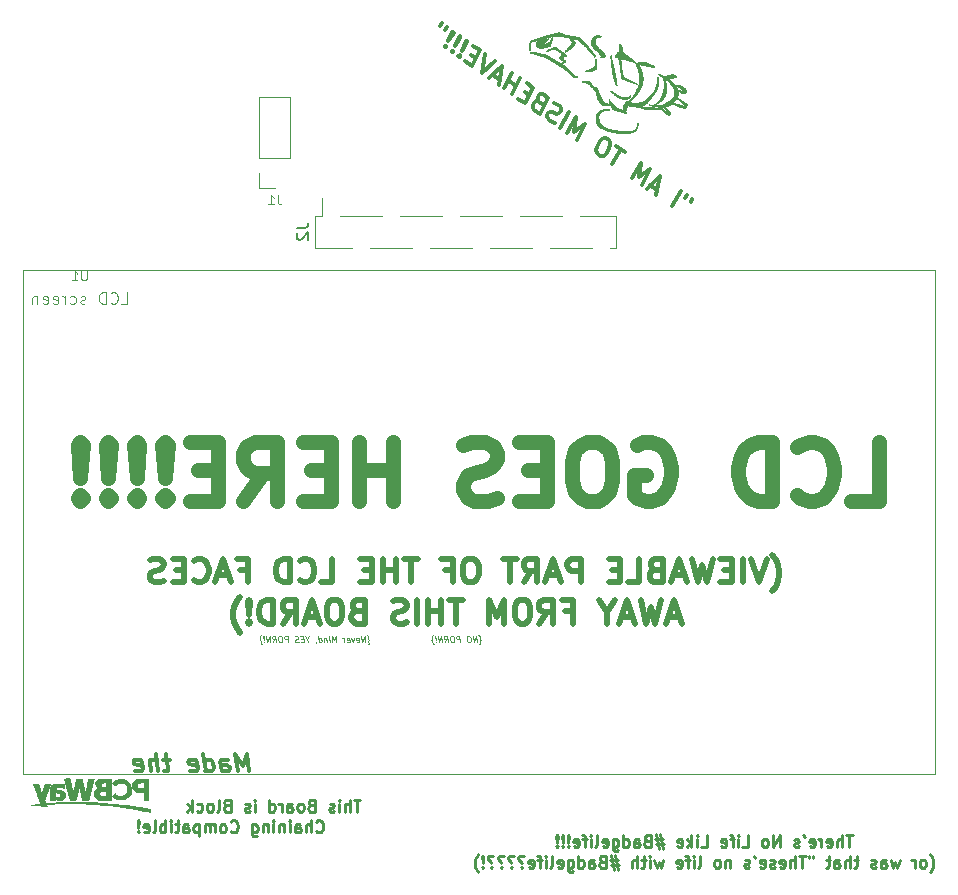
<source format=gbr>
G04 #@! TF.FileFunction,Legend,Bot*
%FSLAX46Y46*%
G04 Gerber Fmt 4.6, Leading zero omitted, Abs format (unit mm)*
G04 Created by KiCad (PCBNEW 4.0.7) date Monday, July 02, 2018 'PMt' 09:22:05 PM*
%MOMM*%
%LPD*%
G01*
G04 APERTURE LIST*
%ADD10C,0.100000*%
%ADD11C,0.300000*%
%ADD12C,0.250000*%
%ADD13C,0.500000*%
%ADD14C,1.250000*%
%ADD15C,0.050000*%
%ADD16C,0.120000*%
%ADD17C,0.010000*%
%ADD18C,0.150000*%
G04 APERTURE END LIST*
D10*
D11*
X181506249Y-168178571D02*
X181318749Y-166678571D01*
X180952678Y-167750000D01*
X180318749Y-166678571D01*
X180506249Y-168178571D01*
X179149106Y-168178571D02*
X179050892Y-167392857D01*
X179104464Y-167250000D01*
X179238392Y-167178571D01*
X179524106Y-167178571D01*
X179675892Y-167250000D01*
X179140178Y-168107143D02*
X179291963Y-168178571D01*
X179649106Y-168178571D01*
X179783035Y-168107143D01*
X179836607Y-167964286D01*
X179818750Y-167821429D01*
X179729463Y-167678571D01*
X179577678Y-167607143D01*
X179220535Y-167607143D01*
X179068749Y-167535714D01*
X177791963Y-168178571D02*
X177604463Y-166678571D01*
X177783035Y-168107143D02*
X177934820Y-168178571D01*
X178220534Y-168178571D01*
X178354464Y-168107143D01*
X178416963Y-168035714D01*
X178470535Y-167892857D01*
X178416964Y-167464286D01*
X178327678Y-167321429D01*
X178247321Y-167250000D01*
X178095534Y-167178571D01*
X177809820Y-167178571D01*
X177675892Y-167250000D01*
X176497321Y-168107143D02*
X176649106Y-168178571D01*
X176934820Y-168178571D01*
X177068749Y-168107143D01*
X177122321Y-167964286D01*
X177050892Y-167392857D01*
X176961606Y-167250000D01*
X176809820Y-167178571D01*
X176524106Y-167178571D01*
X176390178Y-167250000D01*
X176336606Y-167392857D01*
X176354463Y-167535714D01*
X177086606Y-167678571D01*
X174738392Y-167178571D02*
X174166963Y-167178571D01*
X174461606Y-166678571D02*
X174622321Y-167964286D01*
X174568750Y-168107143D01*
X174434820Y-168178571D01*
X174291963Y-168178571D01*
X173791963Y-168178571D02*
X173604463Y-166678571D01*
X173149106Y-168178571D02*
X173050892Y-167392857D01*
X173104464Y-167250000D01*
X173238392Y-167178571D01*
X173452677Y-167178571D01*
X173604464Y-167250000D01*
X173684821Y-167321429D01*
X171854464Y-168107143D02*
X172006249Y-168178571D01*
X172291963Y-168178571D01*
X172425892Y-168107143D01*
X172479464Y-167964286D01*
X172408035Y-167392857D01*
X172318749Y-167250000D01*
X172166963Y-167178571D01*
X171881249Y-167178571D01*
X171747321Y-167250000D01*
X171693749Y-167392857D01*
X171711606Y-167535714D01*
X172443749Y-167678571D01*
D12*
X232595239Y-173577381D02*
X232023810Y-173577381D01*
X232309525Y-174577381D02*
X232309525Y-173577381D01*
X231690477Y-174577381D02*
X231690477Y-173577381D01*
X231261905Y-174577381D02*
X231261905Y-174053571D01*
X231309524Y-173958333D01*
X231404762Y-173910714D01*
X231547620Y-173910714D01*
X231642858Y-173958333D01*
X231690477Y-174005952D01*
X230404762Y-174529762D02*
X230500000Y-174577381D01*
X230690477Y-174577381D01*
X230785715Y-174529762D01*
X230833334Y-174434524D01*
X230833334Y-174053571D01*
X230785715Y-173958333D01*
X230690477Y-173910714D01*
X230500000Y-173910714D01*
X230404762Y-173958333D01*
X230357143Y-174053571D01*
X230357143Y-174148810D01*
X230833334Y-174244048D01*
X229928572Y-174577381D02*
X229928572Y-173910714D01*
X229928572Y-174101190D02*
X229880953Y-174005952D01*
X229833334Y-173958333D01*
X229738096Y-173910714D01*
X229642857Y-173910714D01*
X228928571Y-174529762D02*
X229023809Y-174577381D01*
X229214286Y-174577381D01*
X229309524Y-174529762D01*
X229357143Y-174434524D01*
X229357143Y-174053571D01*
X229309524Y-173958333D01*
X229214286Y-173910714D01*
X229023809Y-173910714D01*
X228928571Y-173958333D01*
X228880952Y-174053571D01*
X228880952Y-174148810D01*
X229357143Y-174244048D01*
X228404762Y-173577381D02*
X228500000Y-173767857D01*
X228023810Y-174529762D02*
X227928572Y-174577381D01*
X227738096Y-174577381D01*
X227642857Y-174529762D01*
X227595238Y-174434524D01*
X227595238Y-174386905D01*
X227642857Y-174291667D01*
X227738096Y-174244048D01*
X227880953Y-174244048D01*
X227976191Y-174196429D01*
X228023810Y-174101190D01*
X228023810Y-174053571D01*
X227976191Y-173958333D01*
X227880953Y-173910714D01*
X227738096Y-173910714D01*
X227642857Y-173958333D01*
X226404762Y-174577381D02*
X226404762Y-173577381D01*
X225833333Y-174577381D01*
X225833333Y-173577381D01*
X225214286Y-174577381D02*
X225309524Y-174529762D01*
X225357143Y-174482143D01*
X225404762Y-174386905D01*
X225404762Y-174101190D01*
X225357143Y-174005952D01*
X225309524Y-173958333D01*
X225214286Y-173910714D01*
X225071428Y-173910714D01*
X224976190Y-173958333D01*
X224928571Y-174005952D01*
X224880952Y-174101190D01*
X224880952Y-174386905D01*
X224928571Y-174482143D01*
X224976190Y-174529762D01*
X225071428Y-174577381D01*
X225214286Y-174577381D01*
X223214285Y-174577381D02*
X223690476Y-174577381D01*
X223690476Y-173577381D01*
X222880952Y-174577381D02*
X222880952Y-173910714D01*
X222880952Y-173577381D02*
X222928571Y-173625000D01*
X222880952Y-173672619D01*
X222833333Y-173625000D01*
X222880952Y-173577381D01*
X222880952Y-173672619D01*
X222547619Y-173910714D02*
X222166667Y-173910714D01*
X222404762Y-174577381D02*
X222404762Y-173720238D01*
X222357143Y-173625000D01*
X222261905Y-173577381D01*
X222166667Y-173577381D01*
X221452380Y-174529762D02*
X221547618Y-174577381D01*
X221738095Y-174577381D01*
X221833333Y-174529762D01*
X221880952Y-174434524D01*
X221880952Y-174053571D01*
X221833333Y-173958333D01*
X221738095Y-173910714D01*
X221547618Y-173910714D01*
X221452380Y-173958333D01*
X221404761Y-174053571D01*
X221404761Y-174148810D01*
X221880952Y-174244048D01*
X219738094Y-174577381D02*
X220214285Y-174577381D01*
X220214285Y-173577381D01*
X219404761Y-174577381D02*
X219404761Y-173910714D01*
X219404761Y-173577381D02*
X219452380Y-173625000D01*
X219404761Y-173672619D01*
X219357142Y-173625000D01*
X219404761Y-173577381D01*
X219404761Y-173672619D01*
X218928571Y-174577381D02*
X218928571Y-173577381D01*
X218833333Y-174196429D02*
X218547618Y-174577381D01*
X218547618Y-173910714D02*
X218928571Y-174291667D01*
X217738094Y-174529762D02*
X217833332Y-174577381D01*
X218023809Y-174577381D01*
X218119047Y-174529762D01*
X218166666Y-174434524D01*
X218166666Y-174053571D01*
X218119047Y-173958333D01*
X218023809Y-173910714D01*
X217833332Y-173910714D01*
X217738094Y-173958333D01*
X217690475Y-174053571D01*
X217690475Y-174148810D01*
X218166666Y-174244048D01*
X216547618Y-173910714D02*
X215833332Y-173910714D01*
X216261904Y-173482143D02*
X216547618Y-174767857D01*
X215928570Y-174339286D02*
X216642856Y-174339286D01*
X216214284Y-174767857D02*
X215928570Y-173482143D01*
X215166665Y-174053571D02*
X215023808Y-174101190D01*
X214976189Y-174148810D01*
X214928570Y-174244048D01*
X214928570Y-174386905D01*
X214976189Y-174482143D01*
X215023808Y-174529762D01*
X215119046Y-174577381D01*
X215499999Y-174577381D01*
X215499999Y-173577381D01*
X215166665Y-173577381D01*
X215071427Y-173625000D01*
X215023808Y-173672619D01*
X214976189Y-173767857D01*
X214976189Y-173863095D01*
X215023808Y-173958333D01*
X215071427Y-174005952D01*
X215166665Y-174053571D01*
X215499999Y-174053571D01*
X214071427Y-174577381D02*
X214071427Y-174053571D01*
X214119046Y-173958333D01*
X214214284Y-173910714D01*
X214404761Y-173910714D01*
X214499999Y-173958333D01*
X214071427Y-174529762D02*
X214166665Y-174577381D01*
X214404761Y-174577381D01*
X214499999Y-174529762D01*
X214547618Y-174434524D01*
X214547618Y-174339286D01*
X214499999Y-174244048D01*
X214404761Y-174196429D01*
X214166665Y-174196429D01*
X214071427Y-174148810D01*
X213166665Y-174577381D02*
X213166665Y-173577381D01*
X213166665Y-174529762D02*
X213261903Y-174577381D01*
X213452380Y-174577381D01*
X213547618Y-174529762D01*
X213595237Y-174482143D01*
X213642856Y-174386905D01*
X213642856Y-174101190D01*
X213595237Y-174005952D01*
X213547618Y-173958333D01*
X213452380Y-173910714D01*
X213261903Y-173910714D01*
X213166665Y-173958333D01*
X212261903Y-173910714D02*
X212261903Y-174720238D01*
X212309522Y-174815476D01*
X212357141Y-174863095D01*
X212452380Y-174910714D01*
X212595237Y-174910714D01*
X212690475Y-174863095D01*
X212261903Y-174529762D02*
X212357141Y-174577381D01*
X212547618Y-174577381D01*
X212642856Y-174529762D01*
X212690475Y-174482143D01*
X212738094Y-174386905D01*
X212738094Y-174101190D01*
X212690475Y-174005952D01*
X212642856Y-173958333D01*
X212547618Y-173910714D01*
X212357141Y-173910714D01*
X212261903Y-173958333D01*
X211404760Y-174529762D02*
X211499998Y-174577381D01*
X211690475Y-174577381D01*
X211785713Y-174529762D01*
X211833332Y-174434524D01*
X211833332Y-174053571D01*
X211785713Y-173958333D01*
X211690475Y-173910714D01*
X211499998Y-173910714D01*
X211404760Y-173958333D01*
X211357141Y-174053571D01*
X211357141Y-174148810D01*
X211833332Y-174244048D01*
X210785713Y-174577381D02*
X210880951Y-174529762D01*
X210928570Y-174434524D01*
X210928570Y-173577381D01*
X210404760Y-174577381D02*
X210404760Y-173910714D01*
X210404760Y-173577381D02*
X210452379Y-173625000D01*
X210404760Y-173672619D01*
X210357141Y-173625000D01*
X210404760Y-173577381D01*
X210404760Y-173672619D01*
X210071427Y-173910714D02*
X209690475Y-173910714D01*
X209928570Y-174577381D02*
X209928570Y-173720238D01*
X209880951Y-173625000D01*
X209785713Y-173577381D01*
X209690475Y-173577381D01*
X208976188Y-174529762D02*
X209071426Y-174577381D01*
X209261903Y-174577381D01*
X209357141Y-174529762D01*
X209404760Y-174434524D01*
X209404760Y-174053571D01*
X209357141Y-173958333D01*
X209261903Y-173910714D01*
X209071426Y-173910714D01*
X208976188Y-173958333D01*
X208928569Y-174053571D01*
X208928569Y-174148810D01*
X209404760Y-174244048D01*
X208499998Y-174482143D02*
X208452379Y-174529762D01*
X208499998Y-174577381D01*
X208547617Y-174529762D01*
X208499998Y-174482143D01*
X208499998Y-174577381D01*
X208499998Y-174196429D02*
X208547617Y-173625000D01*
X208499998Y-173577381D01*
X208452379Y-173625000D01*
X208499998Y-174196429D01*
X208499998Y-173577381D01*
X208023808Y-174482143D02*
X207976189Y-174529762D01*
X208023808Y-174577381D01*
X208071427Y-174529762D01*
X208023808Y-174482143D01*
X208023808Y-174577381D01*
X208023808Y-174196429D02*
X208071427Y-173625000D01*
X208023808Y-173577381D01*
X207976189Y-173625000D01*
X208023808Y-174196429D01*
X208023808Y-173577381D01*
X207547618Y-174482143D02*
X207499999Y-174529762D01*
X207547618Y-174577381D01*
X207595237Y-174529762D01*
X207547618Y-174482143D01*
X207547618Y-174577381D01*
X207547618Y-174196429D02*
X207595237Y-173625000D01*
X207547618Y-173577381D01*
X207499999Y-173625000D01*
X207547618Y-174196429D01*
X207547618Y-173577381D01*
X239119050Y-176708333D02*
X239166670Y-176660714D01*
X239261908Y-176517857D01*
X239309527Y-176422619D01*
X239357146Y-176279762D01*
X239404765Y-176041667D01*
X239404765Y-175851190D01*
X239357146Y-175613095D01*
X239309527Y-175470238D01*
X239261908Y-175375000D01*
X239166670Y-175232143D01*
X239119050Y-175184524D01*
X238595241Y-176327381D02*
X238690479Y-176279762D01*
X238738098Y-176232143D01*
X238785717Y-176136905D01*
X238785717Y-175851190D01*
X238738098Y-175755952D01*
X238690479Y-175708333D01*
X238595241Y-175660714D01*
X238452383Y-175660714D01*
X238357145Y-175708333D01*
X238309526Y-175755952D01*
X238261907Y-175851190D01*
X238261907Y-176136905D01*
X238309526Y-176232143D01*
X238357145Y-176279762D01*
X238452383Y-176327381D01*
X238595241Y-176327381D01*
X237833336Y-176327381D02*
X237833336Y-175660714D01*
X237833336Y-175851190D02*
X237785717Y-175755952D01*
X237738098Y-175708333D01*
X237642860Y-175660714D01*
X237547621Y-175660714D01*
X236547621Y-175660714D02*
X236357145Y-176327381D01*
X236166668Y-175851190D01*
X235976192Y-176327381D01*
X235785716Y-175660714D01*
X234976192Y-176327381D02*
X234976192Y-175803571D01*
X235023811Y-175708333D01*
X235119049Y-175660714D01*
X235309526Y-175660714D01*
X235404764Y-175708333D01*
X234976192Y-176279762D02*
X235071430Y-176327381D01*
X235309526Y-176327381D01*
X235404764Y-176279762D01*
X235452383Y-176184524D01*
X235452383Y-176089286D01*
X235404764Y-175994048D01*
X235309526Y-175946429D01*
X235071430Y-175946429D01*
X234976192Y-175898810D01*
X234547621Y-176279762D02*
X234452383Y-176327381D01*
X234261907Y-176327381D01*
X234166668Y-176279762D01*
X234119049Y-176184524D01*
X234119049Y-176136905D01*
X234166668Y-176041667D01*
X234261907Y-175994048D01*
X234404764Y-175994048D01*
X234500002Y-175946429D01*
X234547621Y-175851190D01*
X234547621Y-175803571D01*
X234500002Y-175708333D01*
X234404764Y-175660714D01*
X234261907Y-175660714D01*
X234166668Y-175708333D01*
X233071430Y-175660714D02*
X232690478Y-175660714D01*
X232928573Y-175327381D02*
X232928573Y-176184524D01*
X232880954Y-176279762D01*
X232785716Y-176327381D01*
X232690478Y-176327381D01*
X232357144Y-176327381D02*
X232357144Y-175327381D01*
X231928572Y-176327381D02*
X231928572Y-175803571D01*
X231976191Y-175708333D01*
X232071429Y-175660714D01*
X232214287Y-175660714D01*
X232309525Y-175708333D01*
X232357144Y-175755952D01*
X231023810Y-176327381D02*
X231023810Y-175803571D01*
X231071429Y-175708333D01*
X231166667Y-175660714D01*
X231357144Y-175660714D01*
X231452382Y-175708333D01*
X231023810Y-176279762D02*
X231119048Y-176327381D01*
X231357144Y-176327381D01*
X231452382Y-176279762D01*
X231500001Y-176184524D01*
X231500001Y-176089286D01*
X231452382Y-175994048D01*
X231357144Y-175946429D01*
X231119048Y-175946429D01*
X231023810Y-175898810D01*
X230690477Y-175660714D02*
X230309525Y-175660714D01*
X230547620Y-175327381D02*
X230547620Y-176184524D01*
X230500001Y-176279762D01*
X230404763Y-176327381D01*
X230309525Y-176327381D01*
X229261905Y-175327381D02*
X229261905Y-175517857D01*
X228880952Y-175327381D02*
X228880952Y-175517857D01*
X228595238Y-175327381D02*
X228023809Y-175327381D01*
X228309524Y-176327381D02*
X228309524Y-175327381D01*
X227690476Y-176327381D02*
X227690476Y-175327381D01*
X227261904Y-176327381D02*
X227261904Y-175803571D01*
X227309523Y-175708333D01*
X227404761Y-175660714D01*
X227547619Y-175660714D01*
X227642857Y-175708333D01*
X227690476Y-175755952D01*
X226404761Y-176279762D02*
X226499999Y-176327381D01*
X226690476Y-176327381D01*
X226785714Y-176279762D01*
X226833333Y-176184524D01*
X226833333Y-175803571D01*
X226785714Y-175708333D01*
X226690476Y-175660714D01*
X226499999Y-175660714D01*
X226404761Y-175708333D01*
X226357142Y-175803571D01*
X226357142Y-175898810D01*
X226833333Y-175994048D01*
X225976190Y-176279762D02*
X225880952Y-176327381D01*
X225690476Y-176327381D01*
X225595237Y-176279762D01*
X225547618Y-176184524D01*
X225547618Y-176136905D01*
X225595237Y-176041667D01*
X225690476Y-175994048D01*
X225833333Y-175994048D01*
X225928571Y-175946429D01*
X225976190Y-175851190D01*
X225976190Y-175803571D01*
X225928571Y-175708333D01*
X225833333Y-175660714D01*
X225690476Y-175660714D01*
X225595237Y-175708333D01*
X224738094Y-176279762D02*
X224833332Y-176327381D01*
X225023809Y-176327381D01*
X225119047Y-176279762D01*
X225166666Y-176184524D01*
X225166666Y-175803571D01*
X225119047Y-175708333D01*
X225023809Y-175660714D01*
X224833332Y-175660714D01*
X224738094Y-175708333D01*
X224690475Y-175803571D01*
X224690475Y-175898810D01*
X225166666Y-175994048D01*
X224214285Y-175327381D02*
X224309523Y-175517857D01*
X223833333Y-176279762D02*
X223738095Y-176327381D01*
X223547619Y-176327381D01*
X223452380Y-176279762D01*
X223404761Y-176184524D01*
X223404761Y-176136905D01*
X223452380Y-176041667D01*
X223547619Y-175994048D01*
X223690476Y-175994048D01*
X223785714Y-175946429D01*
X223833333Y-175851190D01*
X223833333Y-175803571D01*
X223785714Y-175708333D01*
X223690476Y-175660714D01*
X223547619Y-175660714D01*
X223452380Y-175708333D01*
X222214285Y-175660714D02*
X222214285Y-176327381D01*
X222214285Y-175755952D02*
X222166666Y-175708333D01*
X222071428Y-175660714D01*
X221928570Y-175660714D01*
X221833332Y-175708333D01*
X221785713Y-175803571D01*
X221785713Y-176327381D01*
X221166666Y-176327381D02*
X221261904Y-176279762D01*
X221309523Y-176232143D01*
X221357142Y-176136905D01*
X221357142Y-175851190D01*
X221309523Y-175755952D01*
X221261904Y-175708333D01*
X221166666Y-175660714D01*
X221023808Y-175660714D01*
X220928570Y-175708333D01*
X220880951Y-175755952D01*
X220833332Y-175851190D01*
X220833332Y-176136905D01*
X220880951Y-176232143D01*
X220928570Y-176279762D01*
X221023808Y-176327381D01*
X221166666Y-176327381D01*
X219499999Y-176327381D02*
X219595237Y-176279762D01*
X219642856Y-176184524D01*
X219642856Y-175327381D01*
X219119046Y-176327381D02*
X219119046Y-175660714D01*
X219119046Y-175327381D02*
X219166665Y-175375000D01*
X219119046Y-175422619D01*
X219071427Y-175375000D01*
X219119046Y-175327381D01*
X219119046Y-175422619D01*
X218785713Y-175660714D02*
X218404761Y-175660714D01*
X218642856Y-176327381D02*
X218642856Y-175470238D01*
X218595237Y-175375000D01*
X218499999Y-175327381D01*
X218404761Y-175327381D01*
X217690474Y-176279762D02*
X217785712Y-176327381D01*
X217976189Y-176327381D01*
X218071427Y-176279762D01*
X218119046Y-176184524D01*
X218119046Y-175803571D01*
X218071427Y-175708333D01*
X217976189Y-175660714D01*
X217785712Y-175660714D01*
X217690474Y-175708333D01*
X217642855Y-175803571D01*
X217642855Y-175898810D01*
X218119046Y-175994048D01*
X216547617Y-175660714D02*
X216357141Y-176327381D01*
X216166664Y-175851190D01*
X215976188Y-176327381D01*
X215785712Y-175660714D01*
X215404760Y-176327381D02*
X215404760Y-175660714D01*
X215404760Y-175327381D02*
X215452379Y-175375000D01*
X215404760Y-175422619D01*
X215357141Y-175375000D01*
X215404760Y-175327381D01*
X215404760Y-175422619D01*
X215071427Y-175660714D02*
X214690475Y-175660714D01*
X214928570Y-175327381D02*
X214928570Y-176184524D01*
X214880951Y-176279762D01*
X214785713Y-176327381D01*
X214690475Y-176327381D01*
X214357141Y-176327381D02*
X214357141Y-175327381D01*
X213928569Y-176327381D02*
X213928569Y-175803571D01*
X213976188Y-175708333D01*
X214071426Y-175660714D01*
X214214284Y-175660714D01*
X214309522Y-175708333D01*
X214357141Y-175755952D01*
X212738093Y-175660714D02*
X212023807Y-175660714D01*
X212452379Y-175232143D02*
X212738093Y-176517857D01*
X212119045Y-176089286D02*
X212833331Y-176089286D01*
X212404759Y-176517857D02*
X212119045Y-175232143D01*
X211357140Y-175803571D02*
X211214283Y-175851190D01*
X211166664Y-175898810D01*
X211119045Y-175994048D01*
X211119045Y-176136905D01*
X211166664Y-176232143D01*
X211214283Y-176279762D01*
X211309521Y-176327381D01*
X211690474Y-176327381D01*
X211690474Y-175327381D01*
X211357140Y-175327381D01*
X211261902Y-175375000D01*
X211214283Y-175422619D01*
X211166664Y-175517857D01*
X211166664Y-175613095D01*
X211214283Y-175708333D01*
X211261902Y-175755952D01*
X211357140Y-175803571D01*
X211690474Y-175803571D01*
X210261902Y-176327381D02*
X210261902Y-175803571D01*
X210309521Y-175708333D01*
X210404759Y-175660714D01*
X210595236Y-175660714D01*
X210690474Y-175708333D01*
X210261902Y-176279762D02*
X210357140Y-176327381D01*
X210595236Y-176327381D01*
X210690474Y-176279762D01*
X210738093Y-176184524D01*
X210738093Y-176089286D01*
X210690474Y-175994048D01*
X210595236Y-175946429D01*
X210357140Y-175946429D01*
X210261902Y-175898810D01*
X209357140Y-176327381D02*
X209357140Y-175327381D01*
X209357140Y-176279762D02*
X209452378Y-176327381D01*
X209642855Y-176327381D01*
X209738093Y-176279762D01*
X209785712Y-176232143D01*
X209833331Y-176136905D01*
X209833331Y-175851190D01*
X209785712Y-175755952D01*
X209738093Y-175708333D01*
X209642855Y-175660714D01*
X209452378Y-175660714D01*
X209357140Y-175708333D01*
X208452378Y-175660714D02*
X208452378Y-176470238D01*
X208499997Y-176565476D01*
X208547616Y-176613095D01*
X208642855Y-176660714D01*
X208785712Y-176660714D01*
X208880950Y-176613095D01*
X208452378Y-176279762D02*
X208547616Y-176327381D01*
X208738093Y-176327381D01*
X208833331Y-176279762D01*
X208880950Y-176232143D01*
X208928569Y-176136905D01*
X208928569Y-175851190D01*
X208880950Y-175755952D01*
X208833331Y-175708333D01*
X208738093Y-175660714D01*
X208547616Y-175660714D01*
X208452378Y-175708333D01*
X207595235Y-176279762D02*
X207690473Y-176327381D01*
X207880950Y-176327381D01*
X207976188Y-176279762D01*
X208023807Y-176184524D01*
X208023807Y-175803571D01*
X207976188Y-175708333D01*
X207880950Y-175660714D01*
X207690473Y-175660714D01*
X207595235Y-175708333D01*
X207547616Y-175803571D01*
X207547616Y-175898810D01*
X208023807Y-175994048D01*
X206976188Y-176327381D02*
X207071426Y-176279762D01*
X207119045Y-176184524D01*
X207119045Y-175327381D01*
X206595235Y-176327381D02*
X206595235Y-175660714D01*
X206595235Y-175327381D02*
X206642854Y-175375000D01*
X206595235Y-175422619D01*
X206547616Y-175375000D01*
X206595235Y-175327381D01*
X206595235Y-175422619D01*
X206261902Y-175660714D02*
X205880950Y-175660714D01*
X206119045Y-176327381D02*
X206119045Y-175470238D01*
X206071426Y-175375000D01*
X205976188Y-175327381D01*
X205880950Y-175327381D01*
X205166663Y-176279762D02*
X205261901Y-176327381D01*
X205452378Y-176327381D01*
X205547616Y-176279762D01*
X205595235Y-176184524D01*
X205595235Y-175803571D01*
X205547616Y-175708333D01*
X205452378Y-175660714D01*
X205261901Y-175660714D01*
X205166663Y-175708333D01*
X205119044Y-175803571D01*
X205119044Y-175898810D01*
X205595235Y-175994048D01*
X204547616Y-176232143D02*
X204499997Y-176279762D01*
X204547616Y-176327381D01*
X204595235Y-176279762D01*
X204547616Y-176232143D01*
X204547616Y-176327381D01*
X204738092Y-175375000D02*
X204642854Y-175327381D01*
X204404758Y-175327381D01*
X204309520Y-175375000D01*
X204261901Y-175470238D01*
X204261901Y-175565476D01*
X204309520Y-175660714D01*
X204357139Y-175708333D01*
X204452378Y-175755952D01*
X204499997Y-175803571D01*
X204547616Y-175898810D01*
X204547616Y-175946429D01*
X203690473Y-176232143D02*
X203642854Y-176279762D01*
X203690473Y-176327381D01*
X203738092Y-176279762D01*
X203690473Y-176232143D01*
X203690473Y-176327381D01*
X203880949Y-175375000D02*
X203785711Y-175327381D01*
X203547615Y-175327381D01*
X203452377Y-175375000D01*
X203404758Y-175470238D01*
X203404758Y-175565476D01*
X203452377Y-175660714D01*
X203499996Y-175708333D01*
X203595235Y-175755952D01*
X203642854Y-175803571D01*
X203690473Y-175898810D01*
X203690473Y-175946429D01*
X202833330Y-176232143D02*
X202785711Y-176279762D01*
X202833330Y-176327381D01*
X202880949Y-176279762D01*
X202833330Y-176232143D01*
X202833330Y-176327381D01*
X203023806Y-175375000D02*
X202928568Y-175327381D01*
X202690472Y-175327381D01*
X202595234Y-175375000D01*
X202547615Y-175470238D01*
X202547615Y-175565476D01*
X202595234Y-175660714D01*
X202642853Y-175708333D01*
X202738092Y-175755952D01*
X202785711Y-175803571D01*
X202833330Y-175898810D01*
X202833330Y-175946429D01*
X201976187Y-176232143D02*
X201928568Y-176279762D01*
X201976187Y-176327381D01*
X202023806Y-176279762D01*
X201976187Y-176232143D01*
X201976187Y-176327381D01*
X202166663Y-175375000D02*
X202071425Y-175327381D01*
X201833329Y-175327381D01*
X201738091Y-175375000D01*
X201690472Y-175470238D01*
X201690472Y-175565476D01*
X201738091Y-175660714D01*
X201785710Y-175708333D01*
X201880949Y-175755952D01*
X201928568Y-175803571D01*
X201976187Y-175898810D01*
X201976187Y-175946429D01*
X201261901Y-176232143D02*
X201214282Y-176279762D01*
X201261901Y-176327381D01*
X201309520Y-176279762D01*
X201261901Y-176232143D01*
X201261901Y-176327381D01*
X201261901Y-175946429D02*
X201309520Y-175375000D01*
X201261901Y-175327381D01*
X201214282Y-175375000D01*
X201261901Y-175946429D01*
X201261901Y-175327381D01*
X200880949Y-176708333D02*
X200833330Y-176660714D01*
X200738092Y-176517857D01*
X200690473Y-176422619D01*
X200642854Y-176279762D01*
X200595235Y-176041667D01*
X200595235Y-175851190D01*
X200642854Y-175613095D01*
X200690473Y-175470238D01*
X200738092Y-175375000D01*
X200833330Y-175232143D01*
X200880949Y-175184524D01*
D10*
X191528272Y-157416667D02*
X191552082Y-157416667D01*
X191596725Y-157392857D01*
X191614582Y-157345238D01*
X191584820Y-157107143D01*
X191602677Y-157059524D01*
X191647320Y-157035714D01*
X191596725Y-157011905D01*
X191566963Y-156964286D01*
X191537201Y-156726190D01*
X191507439Y-156678571D01*
X191456844Y-156654762D01*
X191433034Y-156654762D01*
X191313987Y-157226190D02*
X191251487Y-156726190D01*
X191028273Y-157226190D01*
X190965773Y-156726190D01*
X190596725Y-157202381D02*
X190647320Y-157226190D01*
X190742558Y-157226190D01*
X190787201Y-157202381D01*
X190805058Y-157154762D01*
X190781249Y-156964286D01*
X190751486Y-156916667D01*
X190700891Y-156892857D01*
X190605653Y-156892857D01*
X190561010Y-156916667D01*
X190543154Y-156964286D01*
X190549106Y-157011905D01*
X190793153Y-157059524D01*
X190367558Y-156892857D02*
X190290178Y-157226190D01*
X190129463Y-156892857D01*
X189787202Y-157202381D02*
X189837797Y-157226190D01*
X189933035Y-157226190D01*
X189977678Y-157202381D01*
X189995535Y-157154762D01*
X189971726Y-156964286D01*
X189941963Y-156916667D01*
X189891368Y-156892857D01*
X189796130Y-156892857D01*
X189751487Y-156916667D01*
X189733631Y-156964286D01*
X189739583Y-157011905D01*
X189983630Y-157059524D01*
X189552083Y-157226190D02*
X189510416Y-156892857D01*
X189522321Y-156988095D02*
X189492559Y-156940476D01*
X189465773Y-156916667D01*
X189415178Y-156892857D01*
X189367559Y-156892857D01*
X188861607Y-157226190D02*
X188799107Y-156726190D01*
X188677084Y-157083333D01*
X188465774Y-156726190D01*
X188528274Y-157226190D01*
X188290178Y-157226190D02*
X188248511Y-156892857D01*
X188227678Y-156726190D02*
X188254464Y-156750000D01*
X188233630Y-156773810D01*
X188206845Y-156750000D01*
X188227678Y-156726190D01*
X188233630Y-156773810D01*
X188010416Y-156892857D02*
X188052083Y-157226190D01*
X188016368Y-156940476D02*
X187989583Y-156916667D01*
X187938988Y-156892857D01*
X187867559Y-156892857D01*
X187822916Y-156916667D01*
X187805060Y-156964286D01*
X187837798Y-157226190D01*
X187385417Y-157226190D02*
X187322917Y-156726190D01*
X187382441Y-157202381D02*
X187433036Y-157226190D01*
X187528274Y-157226190D01*
X187572917Y-157202381D01*
X187593749Y-157178571D01*
X187611607Y-157130952D01*
X187593750Y-156988095D01*
X187563987Y-156940476D01*
X187537202Y-156916667D01*
X187486607Y-156892857D01*
X187391369Y-156892857D01*
X187346726Y-156916667D01*
X187120536Y-157202381D02*
X187123512Y-157226190D01*
X187153273Y-157273810D01*
X187180059Y-157297619D01*
X186403274Y-156988095D02*
X186433036Y-157226190D01*
X186537203Y-156726190D02*
X186403274Y-156988095D01*
X186203870Y-156726190D01*
X186066965Y-156964286D02*
X185900299Y-156964286D01*
X185861608Y-157226190D02*
X186099703Y-157226190D01*
X186037203Y-156726190D01*
X185799108Y-156726190D01*
X185668156Y-157202381D02*
X185599703Y-157226190D01*
X185480656Y-157226190D01*
X185430061Y-157202381D01*
X185403274Y-157178571D01*
X185373513Y-157130952D01*
X185367561Y-157083333D01*
X185385417Y-157035714D01*
X185406251Y-157011905D01*
X185450894Y-156988095D01*
X185543156Y-156964286D01*
X185587798Y-156940476D01*
X185608631Y-156916667D01*
X185626489Y-156869048D01*
X185620537Y-156821429D01*
X185590774Y-156773810D01*
X185563989Y-156750000D01*
X185513394Y-156726190D01*
X185394346Y-156726190D01*
X185325894Y-156750000D01*
X184790180Y-157226190D02*
X184727680Y-156726190D01*
X184537204Y-156726190D01*
X184492561Y-156750000D01*
X184471728Y-156773810D01*
X184453871Y-156821429D01*
X184462799Y-156892857D01*
X184492561Y-156940476D01*
X184519347Y-156964286D01*
X184569942Y-156988095D01*
X184760418Y-156988095D01*
X184132442Y-156726190D02*
X184037204Y-156726190D01*
X183992561Y-156750000D01*
X183950894Y-156797619D01*
X183938990Y-156892857D01*
X183959823Y-157059524D01*
X183995537Y-157154762D01*
X184049109Y-157202381D01*
X184099704Y-157226190D01*
X184194942Y-157226190D01*
X184239585Y-157202381D01*
X184281251Y-157154762D01*
X184293156Y-157059524D01*
X184272323Y-156892857D01*
X184236608Y-156797619D01*
X184183037Y-156750000D01*
X184132442Y-156726190D01*
X183480656Y-157226190D02*
X183617561Y-156988095D01*
X183766370Y-157226190D02*
X183703870Y-156726190D01*
X183513394Y-156726190D01*
X183468751Y-156750000D01*
X183447918Y-156773810D01*
X183430061Y-156821429D01*
X183438989Y-156892857D01*
X183468751Y-156940476D01*
X183495537Y-156964286D01*
X183546132Y-156988095D01*
X183736608Y-156988095D01*
X183266370Y-157226190D02*
X183203870Y-156726190D01*
X182980656Y-157226190D01*
X182918156Y-156726190D01*
X182736607Y-157178571D02*
X182715775Y-157202381D01*
X182742560Y-157226190D01*
X182763394Y-157202381D01*
X182736607Y-157178571D01*
X182742560Y-157226190D01*
X182718750Y-157035714D02*
X182706846Y-156750000D01*
X182680060Y-156726190D01*
X182659227Y-156750000D01*
X182718750Y-157035714D01*
X182680060Y-156726190D01*
X182575893Y-157416667D02*
X182552084Y-157416667D01*
X182501489Y-157392857D01*
X182471727Y-157345238D01*
X182441965Y-157107143D01*
X182412203Y-157059524D01*
X182361608Y-157035714D01*
X182406251Y-157011905D01*
X182424108Y-156964286D01*
X182394346Y-156726190D01*
X182412203Y-156678571D01*
X182456846Y-156654762D01*
X182480655Y-156654762D01*
X200980654Y-157416667D02*
X201004464Y-157416667D01*
X201049107Y-157392857D01*
X201066964Y-157345238D01*
X201037202Y-157107143D01*
X201055059Y-157059524D01*
X201099702Y-157035714D01*
X201049107Y-157011905D01*
X201019345Y-156964286D01*
X200989583Y-156726190D01*
X200959821Y-156678571D01*
X200909226Y-156654762D01*
X200885416Y-156654762D01*
X200766369Y-157226190D02*
X200703869Y-156726190D01*
X200480655Y-157226190D01*
X200418155Y-156726190D01*
X200084821Y-156726190D02*
X199989583Y-156726190D01*
X199944940Y-156750000D01*
X199903273Y-156797619D01*
X199891369Y-156892857D01*
X199912202Y-157059524D01*
X199947916Y-157154762D01*
X200001488Y-157202381D01*
X200052083Y-157226190D01*
X200147321Y-157226190D01*
X200191964Y-157202381D01*
X200233630Y-157154762D01*
X200245535Y-157059524D01*
X200224702Y-156892857D01*
X200188987Y-156797619D01*
X200135416Y-156750000D01*
X200084821Y-156726190D01*
X199337797Y-157226190D02*
X199275297Y-156726190D01*
X199084821Y-156726190D01*
X199040178Y-156750000D01*
X199019345Y-156773810D01*
X199001488Y-156821429D01*
X199010416Y-156892857D01*
X199040178Y-156940476D01*
X199066964Y-156964286D01*
X199117559Y-156988095D01*
X199308035Y-156988095D01*
X198680059Y-156726190D02*
X198584821Y-156726190D01*
X198540178Y-156750000D01*
X198498511Y-156797619D01*
X198486607Y-156892857D01*
X198507440Y-157059524D01*
X198543154Y-157154762D01*
X198596726Y-157202381D01*
X198647321Y-157226190D01*
X198742559Y-157226190D01*
X198787202Y-157202381D01*
X198828868Y-157154762D01*
X198840773Y-157059524D01*
X198819940Y-156892857D01*
X198784225Y-156797619D01*
X198730654Y-156750000D01*
X198680059Y-156726190D01*
X198028273Y-157226190D02*
X198165178Y-156988095D01*
X198313987Y-157226190D02*
X198251487Y-156726190D01*
X198061011Y-156726190D01*
X198016368Y-156750000D01*
X197995535Y-156773810D01*
X197977678Y-156821429D01*
X197986606Y-156892857D01*
X198016368Y-156940476D01*
X198043154Y-156964286D01*
X198093749Y-156988095D01*
X198284225Y-156988095D01*
X197813987Y-157226190D02*
X197751487Y-156726190D01*
X197528273Y-157226190D01*
X197465773Y-156726190D01*
X197284224Y-157178571D02*
X197263392Y-157202381D01*
X197290177Y-157226190D01*
X197311011Y-157202381D01*
X197284224Y-157178571D01*
X197290177Y-157226190D01*
X197266367Y-157035714D02*
X197254463Y-156750000D01*
X197227677Y-156726190D01*
X197206844Y-156750000D01*
X197266367Y-157035714D01*
X197227677Y-156726190D01*
X197123510Y-157416667D02*
X197099701Y-157416667D01*
X197049106Y-157392857D01*
X197019344Y-157345238D01*
X196989582Y-157107143D01*
X196959820Y-157059524D01*
X196909225Y-157035714D01*
X196953868Y-157011905D01*
X196971725Y-156964286D01*
X196941963Y-156726190D01*
X196959820Y-156678571D01*
X197004463Y-156654762D01*
X197028272Y-156654762D01*
D12*
X190904762Y-170577381D02*
X190333333Y-170577381D01*
X190619048Y-171577381D02*
X190619048Y-170577381D01*
X190000000Y-171577381D02*
X190000000Y-170577381D01*
X189571428Y-171577381D02*
X189571428Y-171053571D01*
X189619047Y-170958333D01*
X189714285Y-170910714D01*
X189857143Y-170910714D01*
X189952381Y-170958333D01*
X190000000Y-171005952D01*
X189095238Y-171577381D02*
X189095238Y-170910714D01*
X189095238Y-170577381D02*
X189142857Y-170625000D01*
X189095238Y-170672619D01*
X189047619Y-170625000D01*
X189095238Y-170577381D01*
X189095238Y-170672619D01*
X188666667Y-171529762D02*
X188571429Y-171577381D01*
X188380953Y-171577381D01*
X188285714Y-171529762D01*
X188238095Y-171434524D01*
X188238095Y-171386905D01*
X188285714Y-171291667D01*
X188380953Y-171244048D01*
X188523810Y-171244048D01*
X188619048Y-171196429D01*
X188666667Y-171101190D01*
X188666667Y-171053571D01*
X188619048Y-170958333D01*
X188523810Y-170910714D01*
X188380953Y-170910714D01*
X188285714Y-170958333D01*
X186714285Y-171053571D02*
X186571428Y-171101190D01*
X186523809Y-171148810D01*
X186476190Y-171244048D01*
X186476190Y-171386905D01*
X186523809Y-171482143D01*
X186571428Y-171529762D01*
X186666666Y-171577381D01*
X187047619Y-171577381D01*
X187047619Y-170577381D01*
X186714285Y-170577381D01*
X186619047Y-170625000D01*
X186571428Y-170672619D01*
X186523809Y-170767857D01*
X186523809Y-170863095D01*
X186571428Y-170958333D01*
X186619047Y-171005952D01*
X186714285Y-171053571D01*
X187047619Y-171053571D01*
X185904762Y-171577381D02*
X186000000Y-171529762D01*
X186047619Y-171482143D01*
X186095238Y-171386905D01*
X186095238Y-171101190D01*
X186047619Y-171005952D01*
X186000000Y-170958333D01*
X185904762Y-170910714D01*
X185761904Y-170910714D01*
X185666666Y-170958333D01*
X185619047Y-171005952D01*
X185571428Y-171101190D01*
X185571428Y-171386905D01*
X185619047Y-171482143D01*
X185666666Y-171529762D01*
X185761904Y-171577381D01*
X185904762Y-171577381D01*
X184714285Y-171577381D02*
X184714285Y-171053571D01*
X184761904Y-170958333D01*
X184857142Y-170910714D01*
X185047619Y-170910714D01*
X185142857Y-170958333D01*
X184714285Y-171529762D02*
X184809523Y-171577381D01*
X185047619Y-171577381D01*
X185142857Y-171529762D01*
X185190476Y-171434524D01*
X185190476Y-171339286D01*
X185142857Y-171244048D01*
X185047619Y-171196429D01*
X184809523Y-171196429D01*
X184714285Y-171148810D01*
X184238095Y-171577381D02*
X184238095Y-170910714D01*
X184238095Y-171101190D02*
X184190476Y-171005952D01*
X184142857Y-170958333D01*
X184047619Y-170910714D01*
X183952380Y-170910714D01*
X183190475Y-171577381D02*
X183190475Y-170577381D01*
X183190475Y-171529762D02*
X183285713Y-171577381D01*
X183476190Y-171577381D01*
X183571428Y-171529762D01*
X183619047Y-171482143D01*
X183666666Y-171386905D01*
X183666666Y-171101190D01*
X183619047Y-171005952D01*
X183571428Y-170958333D01*
X183476190Y-170910714D01*
X183285713Y-170910714D01*
X183190475Y-170958333D01*
X181952380Y-171577381D02*
X181952380Y-170910714D01*
X181952380Y-170577381D02*
X181999999Y-170625000D01*
X181952380Y-170672619D01*
X181904761Y-170625000D01*
X181952380Y-170577381D01*
X181952380Y-170672619D01*
X181523809Y-171529762D02*
X181428571Y-171577381D01*
X181238095Y-171577381D01*
X181142856Y-171529762D01*
X181095237Y-171434524D01*
X181095237Y-171386905D01*
X181142856Y-171291667D01*
X181238095Y-171244048D01*
X181380952Y-171244048D01*
X181476190Y-171196429D01*
X181523809Y-171101190D01*
X181523809Y-171053571D01*
X181476190Y-170958333D01*
X181380952Y-170910714D01*
X181238095Y-170910714D01*
X181142856Y-170958333D01*
X179571427Y-171053571D02*
X179428570Y-171101190D01*
X179380951Y-171148810D01*
X179333332Y-171244048D01*
X179333332Y-171386905D01*
X179380951Y-171482143D01*
X179428570Y-171529762D01*
X179523808Y-171577381D01*
X179904761Y-171577381D01*
X179904761Y-170577381D01*
X179571427Y-170577381D01*
X179476189Y-170625000D01*
X179428570Y-170672619D01*
X179380951Y-170767857D01*
X179380951Y-170863095D01*
X179428570Y-170958333D01*
X179476189Y-171005952D01*
X179571427Y-171053571D01*
X179904761Y-171053571D01*
X178761904Y-171577381D02*
X178857142Y-171529762D01*
X178904761Y-171434524D01*
X178904761Y-170577381D01*
X178238094Y-171577381D02*
X178333332Y-171529762D01*
X178380951Y-171482143D01*
X178428570Y-171386905D01*
X178428570Y-171101190D01*
X178380951Y-171005952D01*
X178333332Y-170958333D01*
X178238094Y-170910714D01*
X178095236Y-170910714D01*
X177999998Y-170958333D01*
X177952379Y-171005952D01*
X177904760Y-171101190D01*
X177904760Y-171386905D01*
X177952379Y-171482143D01*
X177999998Y-171529762D01*
X178095236Y-171577381D01*
X178238094Y-171577381D01*
X177047617Y-171529762D02*
X177142855Y-171577381D01*
X177333332Y-171577381D01*
X177428570Y-171529762D01*
X177476189Y-171482143D01*
X177523808Y-171386905D01*
X177523808Y-171101190D01*
X177476189Y-171005952D01*
X177428570Y-170958333D01*
X177333332Y-170910714D01*
X177142855Y-170910714D01*
X177047617Y-170958333D01*
X176619046Y-171577381D02*
X176619046Y-170577381D01*
X176523808Y-171196429D02*
X176238093Y-171577381D01*
X176238093Y-170910714D02*
X176619046Y-171291667D01*
X187142856Y-173232143D02*
X187190475Y-173279762D01*
X187333332Y-173327381D01*
X187428570Y-173327381D01*
X187571428Y-173279762D01*
X187666666Y-173184524D01*
X187714285Y-173089286D01*
X187761904Y-172898810D01*
X187761904Y-172755952D01*
X187714285Y-172565476D01*
X187666666Y-172470238D01*
X187571428Y-172375000D01*
X187428570Y-172327381D01*
X187333332Y-172327381D01*
X187190475Y-172375000D01*
X187142856Y-172422619D01*
X186714285Y-173327381D02*
X186714285Y-172327381D01*
X186285713Y-173327381D02*
X186285713Y-172803571D01*
X186333332Y-172708333D01*
X186428570Y-172660714D01*
X186571428Y-172660714D01*
X186666666Y-172708333D01*
X186714285Y-172755952D01*
X185380951Y-173327381D02*
X185380951Y-172803571D01*
X185428570Y-172708333D01*
X185523808Y-172660714D01*
X185714285Y-172660714D01*
X185809523Y-172708333D01*
X185380951Y-173279762D02*
X185476189Y-173327381D01*
X185714285Y-173327381D01*
X185809523Y-173279762D01*
X185857142Y-173184524D01*
X185857142Y-173089286D01*
X185809523Y-172994048D01*
X185714285Y-172946429D01*
X185476189Y-172946429D01*
X185380951Y-172898810D01*
X184904761Y-173327381D02*
X184904761Y-172660714D01*
X184904761Y-172327381D02*
X184952380Y-172375000D01*
X184904761Y-172422619D01*
X184857142Y-172375000D01*
X184904761Y-172327381D01*
X184904761Y-172422619D01*
X184428571Y-172660714D02*
X184428571Y-173327381D01*
X184428571Y-172755952D02*
X184380952Y-172708333D01*
X184285714Y-172660714D01*
X184142856Y-172660714D01*
X184047618Y-172708333D01*
X183999999Y-172803571D01*
X183999999Y-173327381D01*
X183523809Y-173327381D02*
X183523809Y-172660714D01*
X183523809Y-172327381D02*
X183571428Y-172375000D01*
X183523809Y-172422619D01*
X183476190Y-172375000D01*
X183523809Y-172327381D01*
X183523809Y-172422619D01*
X183047619Y-172660714D02*
X183047619Y-173327381D01*
X183047619Y-172755952D02*
X183000000Y-172708333D01*
X182904762Y-172660714D01*
X182761904Y-172660714D01*
X182666666Y-172708333D01*
X182619047Y-172803571D01*
X182619047Y-173327381D01*
X181714285Y-172660714D02*
X181714285Y-173470238D01*
X181761904Y-173565476D01*
X181809523Y-173613095D01*
X181904762Y-173660714D01*
X182047619Y-173660714D01*
X182142857Y-173613095D01*
X181714285Y-173279762D02*
X181809523Y-173327381D01*
X182000000Y-173327381D01*
X182095238Y-173279762D01*
X182142857Y-173232143D01*
X182190476Y-173136905D01*
X182190476Y-172851190D01*
X182142857Y-172755952D01*
X182095238Y-172708333D01*
X182000000Y-172660714D01*
X181809523Y-172660714D01*
X181714285Y-172708333D01*
X179904761Y-173232143D02*
X179952380Y-173279762D01*
X180095237Y-173327381D01*
X180190475Y-173327381D01*
X180333333Y-173279762D01*
X180428571Y-173184524D01*
X180476190Y-173089286D01*
X180523809Y-172898810D01*
X180523809Y-172755952D01*
X180476190Y-172565476D01*
X180428571Y-172470238D01*
X180333333Y-172375000D01*
X180190475Y-172327381D01*
X180095237Y-172327381D01*
X179952380Y-172375000D01*
X179904761Y-172422619D01*
X179333333Y-173327381D02*
X179428571Y-173279762D01*
X179476190Y-173232143D01*
X179523809Y-173136905D01*
X179523809Y-172851190D01*
X179476190Y-172755952D01*
X179428571Y-172708333D01*
X179333333Y-172660714D01*
X179190475Y-172660714D01*
X179095237Y-172708333D01*
X179047618Y-172755952D01*
X178999999Y-172851190D01*
X178999999Y-173136905D01*
X179047618Y-173232143D01*
X179095237Y-173279762D01*
X179190475Y-173327381D01*
X179333333Y-173327381D01*
X178571428Y-173327381D02*
X178571428Y-172660714D01*
X178571428Y-172755952D02*
X178523809Y-172708333D01*
X178428571Y-172660714D01*
X178285713Y-172660714D01*
X178190475Y-172708333D01*
X178142856Y-172803571D01*
X178142856Y-173327381D01*
X178142856Y-172803571D02*
X178095237Y-172708333D01*
X177999999Y-172660714D01*
X177857142Y-172660714D01*
X177761904Y-172708333D01*
X177714285Y-172803571D01*
X177714285Y-173327381D01*
X177238095Y-172660714D02*
X177238095Y-173660714D01*
X177238095Y-172708333D02*
X177142857Y-172660714D01*
X176952380Y-172660714D01*
X176857142Y-172708333D01*
X176809523Y-172755952D01*
X176761904Y-172851190D01*
X176761904Y-173136905D01*
X176809523Y-173232143D01*
X176857142Y-173279762D01*
X176952380Y-173327381D01*
X177142857Y-173327381D01*
X177238095Y-173279762D01*
X175904761Y-173327381D02*
X175904761Y-172803571D01*
X175952380Y-172708333D01*
X176047618Y-172660714D01*
X176238095Y-172660714D01*
X176333333Y-172708333D01*
X175904761Y-173279762D02*
X175999999Y-173327381D01*
X176238095Y-173327381D01*
X176333333Y-173279762D01*
X176380952Y-173184524D01*
X176380952Y-173089286D01*
X176333333Y-172994048D01*
X176238095Y-172946429D01*
X175999999Y-172946429D01*
X175904761Y-172898810D01*
X175571428Y-172660714D02*
X175190476Y-172660714D01*
X175428571Y-172327381D02*
X175428571Y-173184524D01*
X175380952Y-173279762D01*
X175285714Y-173327381D01*
X175190476Y-173327381D01*
X174857142Y-173327381D02*
X174857142Y-172660714D01*
X174857142Y-172327381D02*
X174904761Y-172375000D01*
X174857142Y-172422619D01*
X174809523Y-172375000D01*
X174857142Y-172327381D01*
X174857142Y-172422619D01*
X174380952Y-173327381D02*
X174380952Y-172327381D01*
X174380952Y-172708333D02*
X174285714Y-172660714D01*
X174095237Y-172660714D01*
X173999999Y-172708333D01*
X173952380Y-172755952D01*
X173904761Y-172851190D01*
X173904761Y-173136905D01*
X173952380Y-173232143D01*
X173999999Y-173279762D01*
X174095237Y-173327381D01*
X174285714Y-173327381D01*
X174380952Y-173279762D01*
X173333333Y-173327381D02*
X173428571Y-173279762D01*
X173476190Y-173184524D01*
X173476190Y-172327381D01*
X172571427Y-173279762D02*
X172666665Y-173327381D01*
X172857142Y-173327381D01*
X172952380Y-173279762D01*
X172999999Y-173184524D01*
X172999999Y-172803571D01*
X172952380Y-172708333D01*
X172857142Y-172660714D01*
X172666665Y-172660714D01*
X172571427Y-172708333D01*
X172523808Y-172803571D01*
X172523808Y-172898810D01*
X172999999Y-172994048D01*
X172095237Y-173232143D02*
X172047618Y-173279762D01*
X172095237Y-173327381D01*
X172142856Y-173279762D01*
X172095237Y-173232143D01*
X172095237Y-173327381D01*
X172095237Y-172946429D02*
X172142856Y-172375000D01*
X172095237Y-172327381D01*
X172047618Y-172375000D01*
X172095237Y-172946429D01*
X172095237Y-172327381D01*
D11*
X219006764Y-119704239D02*
X218872141Y-119958769D01*
X218538677Y-119376481D02*
X218404053Y-119631011D01*
X217305305Y-120344027D02*
X218012079Y-119007754D01*
X216044470Y-118937992D02*
X215459361Y-118528294D01*
X215959556Y-119401723D02*
X216256753Y-117778661D01*
X215140404Y-118828147D01*
X214730828Y-118541359D02*
X215437601Y-117205085D01*
X214523187Y-117872778D01*
X214618449Y-116631508D01*
X213911676Y-117967782D01*
X213272700Y-115689204D02*
X212570569Y-115197567D01*
X212214860Y-116779659D02*
X212921634Y-115443386D01*
X211926950Y-114746900D02*
X211692907Y-114583022D01*
X211542229Y-114564714D01*
X211357895Y-114610039D01*
X211164761Y-114823597D01*
X210929170Y-115269022D01*
X210853057Y-115564521D01*
X210902767Y-115773724D01*
X210986133Y-115919295D01*
X211220176Y-116083174D01*
X211370854Y-116101482D01*
X211555187Y-116056158D01*
X211748322Y-115842598D01*
X211983913Y-115397174D01*
X212060026Y-115101676D01*
X212010316Y-114892472D01*
X211926950Y-114746900D01*
X209230807Y-114690202D02*
X209937580Y-113353929D01*
X209023166Y-114021622D01*
X209118428Y-112780352D01*
X208411655Y-114116626D01*
X207826546Y-113706928D02*
X208533319Y-112370655D01*
X207333604Y-113274569D02*
X207124415Y-113215291D01*
X206831861Y-113010442D01*
X206748495Y-112864872D01*
X206723640Y-112760269D01*
X206732441Y-112592036D01*
X206799753Y-112464772D01*
X206925575Y-112378477D01*
X207017742Y-112355815D01*
X207168420Y-112374123D01*
X207436119Y-112474369D01*
X207586797Y-112492677D01*
X207678964Y-112470014D01*
X207804787Y-112383720D01*
X207872098Y-112256456D01*
X207880899Y-112088222D01*
X207856044Y-111983620D01*
X207772678Y-111838048D01*
X207480124Y-111633199D01*
X207270936Y-111573923D01*
X206031859Y-111491095D02*
X205822670Y-111431819D01*
X205730504Y-111454480D01*
X205604681Y-111540774D01*
X205503713Y-111731671D01*
X205494913Y-111899905D01*
X205519767Y-112004507D01*
X205603134Y-112150078D01*
X206071220Y-112477836D01*
X206777994Y-111141562D01*
X206368418Y-110854774D01*
X206217740Y-110836467D01*
X206125573Y-110859130D01*
X205999751Y-110945425D01*
X205932439Y-111072689D01*
X205923638Y-111240922D01*
X205948493Y-111345525D01*
X206031859Y-111491095D01*
X206441435Y-111777884D01*
X205212707Y-110917519D02*
X204803131Y-110630731D01*
X204257383Y-111207774D02*
X204842492Y-111617471D01*
X205549266Y-110281198D01*
X204964157Y-109871500D01*
X203730786Y-110839046D02*
X204437559Y-109502772D01*
X204101000Y-110139094D02*
X203398870Y-109647457D01*
X203028655Y-110347409D02*
X203735429Y-109011135D01*
X202703993Y-109596890D02*
X202118884Y-109187192D01*
X202619079Y-110060621D02*
X202916277Y-108437559D01*
X201799927Y-109487044D01*
X202272657Y-107986892D02*
X201156308Y-109036377D01*
X201453505Y-107413316D01*
X200707371Y-107762848D02*
X200297795Y-107476060D01*
X199752047Y-108053103D02*
X200337156Y-108462801D01*
X201043929Y-107126527D01*
X200458821Y-106716830D01*
X199292761Y-107557112D02*
X199200595Y-107579775D01*
X199225449Y-107684376D01*
X199317617Y-107661714D01*
X199292761Y-107557112D01*
X199225449Y-107684376D01*
X199494697Y-107175320D02*
X199957078Y-106452705D01*
X199932223Y-106348102D01*
X199840057Y-106370765D01*
X199494697Y-107175320D01*
X199932223Y-106348102D01*
X198707652Y-107147414D02*
X198615486Y-107170077D01*
X198640340Y-107274678D01*
X198732508Y-107252017D01*
X198707652Y-107147414D01*
X198640340Y-107274678D01*
X198909588Y-106765622D02*
X199371970Y-106043007D01*
X199347114Y-105938404D01*
X199254948Y-105961068D01*
X198909588Y-106765622D01*
X199347114Y-105938404D01*
X198122543Y-106737716D02*
X198030377Y-106760380D01*
X198055232Y-106864980D01*
X198147399Y-106842319D01*
X198122543Y-106737716D01*
X198055232Y-106864980D01*
X198324479Y-106355925D02*
X198786861Y-105633309D01*
X198762005Y-105528707D01*
X198669839Y-105551370D01*
X198324479Y-106355925D01*
X198762005Y-105528707D01*
X198235408Y-105159979D02*
X198100784Y-105414508D01*
X197767320Y-104832221D02*
X197632697Y-105086750D01*
D13*
X225761908Y-152916667D02*
X225857146Y-152821429D01*
X226047622Y-152535714D01*
X226142860Y-152345238D01*
X226238098Y-152059524D01*
X226333337Y-151583333D01*
X226333337Y-151202381D01*
X226238098Y-150726190D01*
X226142860Y-150440476D01*
X226047622Y-150250000D01*
X225857146Y-149964286D01*
X225761908Y-149869048D01*
X225285718Y-150154762D02*
X224619051Y-152154762D01*
X223952384Y-150154762D01*
X223285718Y-152154762D02*
X223285718Y-150154762D01*
X222333337Y-151107143D02*
X221666670Y-151107143D01*
X221380956Y-152154762D02*
X222333337Y-152154762D01*
X222333337Y-150154762D01*
X221380956Y-150154762D01*
X220714289Y-150154762D02*
X220238098Y-152154762D01*
X219857146Y-150726190D01*
X219476193Y-152154762D01*
X219000003Y-150154762D01*
X218333337Y-151583333D02*
X217380956Y-151583333D01*
X218523813Y-152154762D02*
X217857146Y-150154762D01*
X217190479Y-152154762D01*
X215857146Y-151107143D02*
X215571432Y-151202381D01*
X215476193Y-151297619D01*
X215380955Y-151488095D01*
X215380955Y-151773810D01*
X215476193Y-151964286D01*
X215571432Y-152059524D01*
X215761908Y-152154762D01*
X216523813Y-152154762D01*
X216523813Y-150154762D01*
X215857146Y-150154762D01*
X215666670Y-150250000D01*
X215571432Y-150345238D01*
X215476193Y-150535714D01*
X215476193Y-150726190D01*
X215571432Y-150916667D01*
X215666670Y-151011905D01*
X215857146Y-151107143D01*
X216523813Y-151107143D01*
X213571432Y-152154762D02*
X214523813Y-152154762D01*
X214523813Y-150154762D01*
X212904765Y-151107143D02*
X212238098Y-151107143D01*
X211952384Y-152154762D02*
X212904765Y-152154762D01*
X212904765Y-150154762D01*
X211952384Y-150154762D01*
X209571431Y-152154762D02*
X209571431Y-150154762D01*
X208809526Y-150154762D01*
X208619050Y-150250000D01*
X208523811Y-150345238D01*
X208428573Y-150535714D01*
X208428573Y-150821429D01*
X208523811Y-151011905D01*
X208619050Y-151107143D01*
X208809526Y-151202381D01*
X209571431Y-151202381D01*
X207666669Y-151583333D02*
X206714288Y-151583333D01*
X207857145Y-152154762D02*
X207190478Y-150154762D01*
X206523811Y-152154762D01*
X204714287Y-152154762D02*
X205380954Y-151202381D01*
X205857145Y-152154762D02*
X205857145Y-150154762D01*
X205095240Y-150154762D01*
X204904764Y-150250000D01*
X204809525Y-150345238D01*
X204714287Y-150535714D01*
X204714287Y-150821429D01*
X204809525Y-151011905D01*
X204904764Y-151107143D01*
X205095240Y-151202381D01*
X205857145Y-151202381D01*
X204142859Y-150154762D02*
X203000002Y-150154762D01*
X203571430Y-152154762D02*
X203571430Y-150154762D01*
X200428572Y-150154762D02*
X200047620Y-150154762D01*
X199857144Y-150250000D01*
X199666667Y-150440476D01*
X199571429Y-150821429D01*
X199571429Y-151488095D01*
X199666667Y-151869048D01*
X199857144Y-152059524D01*
X200047620Y-152154762D01*
X200428572Y-152154762D01*
X200619048Y-152059524D01*
X200809525Y-151869048D01*
X200904763Y-151488095D01*
X200904763Y-150821429D01*
X200809525Y-150440476D01*
X200619048Y-150250000D01*
X200428572Y-150154762D01*
X198047620Y-151107143D02*
X198714287Y-151107143D01*
X198714287Y-152154762D02*
X198714287Y-150154762D01*
X197761906Y-150154762D01*
X195761905Y-150154762D02*
X194619048Y-150154762D01*
X195190476Y-152154762D02*
X195190476Y-150154762D01*
X193952381Y-152154762D02*
X193952381Y-150154762D01*
X193952381Y-151107143D02*
X192809523Y-151107143D01*
X192809523Y-152154762D02*
X192809523Y-150154762D01*
X191857143Y-151107143D02*
X191190476Y-151107143D01*
X190904762Y-152154762D02*
X191857143Y-152154762D01*
X191857143Y-150154762D01*
X190904762Y-150154762D01*
X187571428Y-152154762D02*
X188523809Y-152154762D01*
X188523809Y-150154762D01*
X185761903Y-151964286D02*
X185857141Y-152059524D01*
X186142856Y-152154762D01*
X186333332Y-152154762D01*
X186619046Y-152059524D01*
X186809522Y-151869048D01*
X186904761Y-151678571D01*
X186999999Y-151297619D01*
X186999999Y-151011905D01*
X186904761Y-150630952D01*
X186809522Y-150440476D01*
X186619046Y-150250000D01*
X186333332Y-150154762D01*
X186142856Y-150154762D01*
X185857141Y-150250000D01*
X185761903Y-150345238D01*
X184904761Y-152154762D02*
X184904761Y-150154762D01*
X184428570Y-150154762D01*
X184142856Y-150250000D01*
X183952380Y-150440476D01*
X183857141Y-150630952D01*
X183761903Y-151011905D01*
X183761903Y-151297619D01*
X183857141Y-151678571D01*
X183952380Y-151869048D01*
X184142856Y-152059524D01*
X184428570Y-152154762D01*
X184904761Y-152154762D01*
X180714284Y-151107143D02*
X181380951Y-151107143D01*
X181380951Y-152154762D02*
X181380951Y-150154762D01*
X180428570Y-150154762D01*
X179761903Y-151583333D02*
X178809522Y-151583333D01*
X179952379Y-152154762D02*
X179285712Y-150154762D01*
X178619045Y-152154762D01*
X176809521Y-151964286D02*
X176904759Y-152059524D01*
X177190474Y-152154762D01*
X177380950Y-152154762D01*
X177666664Y-152059524D01*
X177857140Y-151869048D01*
X177952379Y-151678571D01*
X178047617Y-151297619D01*
X178047617Y-151011905D01*
X177952379Y-150630952D01*
X177857140Y-150440476D01*
X177666664Y-150250000D01*
X177380950Y-150154762D01*
X177190474Y-150154762D01*
X176904759Y-150250000D01*
X176809521Y-150345238D01*
X175952379Y-151107143D02*
X175285712Y-151107143D01*
X174999998Y-152154762D02*
X175952379Y-152154762D01*
X175952379Y-150154762D01*
X174999998Y-150154762D01*
X174238093Y-152059524D02*
X173952378Y-152154762D01*
X173476188Y-152154762D01*
X173285712Y-152059524D01*
X173190474Y-151964286D01*
X173095235Y-151773810D01*
X173095235Y-151583333D01*
X173190474Y-151392857D01*
X173285712Y-151297619D01*
X173476188Y-151202381D01*
X173857140Y-151107143D01*
X174047616Y-151011905D01*
X174142855Y-150916667D01*
X174238093Y-150726190D01*
X174238093Y-150535714D01*
X174142855Y-150345238D01*
X174047616Y-150250000D01*
X173857140Y-150154762D01*
X173380950Y-150154762D01*
X173095235Y-150250000D01*
X217952382Y-155083333D02*
X217000001Y-155083333D01*
X218142858Y-155654762D02*
X217476191Y-153654762D01*
X216809524Y-155654762D01*
X216333334Y-153654762D02*
X215857143Y-155654762D01*
X215476191Y-154226190D01*
X215095238Y-155654762D01*
X214619048Y-153654762D01*
X213952382Y-155083333D02*
X213000001Y-155083333D01*
X214142858Y-155654762D02*
X213476191Y-153654762D01*
X212809524Y-155654762D01*
X211761905Y-154702381D02*
X211761905Y-155654762D01*
X212428572Y-153654762D02*
X211761905Y-154702381D01*
X211095238Y-153654762D01*
X208238095Y-154607143D02*
X208904762Y-154607143D01*
X208904762Y-155654762D02*
X208904762Y-153654762D01*
X207952381Y-153654762D01*
X206047618Y-155654762D02*
X206714285Y-154702381D01*
X207190476Y-155654762D02*
X207190476Y-153654762D01*
X206428571Y-153654762D01*
X206238095Y-153750000D01*
X206142856Y-153845238D01*
X206047618Y-154035714D01*
X206047618Y-154321429D01*
X206142856Y-154511905D01*
X206238095Y-154607143D01*
X206428571Y-154702381D01*
X207190476Y-154702381D01*
X204809523Y-153654762D02*
X204428571Y-153654762D01*
X204238095Y-153750000D01*
X204047618Y-153940476D01*
X203952380Y-154321429D01*
X203952380Y-154988095D01*
X204047618Y-155369048D01*
X204238095Y-155559524D01*
X204428571Y-155654762D01*
X204809523Y-155654762D01*
X204999999Y-155559524D01*
X205190476Y-155369048D01*
X205285714Y-154988095D01*
X205285714Y-154321429D01*
X205190476Y-153940476D01*
X204999999Y-153750000D01*
X204809523Y-153654762D01*
X203095238Y-155654762D02*
X203095238Y-153654762D01*
X202428571Y-155083333D01*
X201761904Y-153654762D01*
X201761904Y-155654762D01*
X199571428Y-153654762D02*
X198428571Y-153654762D01*
X198999999Y-155654762D02*
X198999999Y-153654762D01*
X197761904Y-155654762D02*
X197761904Y-153654762D01*
X197761904Y-154607143D02*
X196619046Y-154607143D01*
X196619046Y-155654762D02*
X196619046Y-153654762D01*
X195666666Y-155654762D02*
X195666666Y-153654762D01*
X194809523Y-155559524D02*
X194523808Y-155654762D01*
X194047618Y-155654762D01*
X193857142Y-155559524D01*
X193761904Y-155464286D01*
X193666665Y-155273810D01*
X193666665Y-155083333D01*
X193761904Y-154892857D01*
X193857142Y-154797619D01*
X194047618Y-154702381D01*
X194428570Y-154607143D01*
X194619046Y-154511905D01*
X194714285Y-154416667D01*
X194809523Y-154226190D01*
X194809523Y-154035714D01*
X194714285Y-153845238D01*
X194619046Y-153750000D01*
X194428570Y-153654762D01*
X193952380Y-153654762D01*
X193666665Y-153750000D01*
X190619046Y-154607143D02*
X190333332Y-154702381D01*
X190238093Y-154797619D01*
X190142855Y-154988095D01*
X190142855Y-155273810D01*
X190238093Y-155464286D01*
X190333332Y-155559524D01*
X190523808Y-155654762D01*
X191285713Y-155654762D01*
X191285713Y-153654762D01*
X190619046Y-153654762D01*
X190428570Y-153750000D01*
X190333332Y-153845238D01*
X190238093Y-154035714D01*
X190238093Y-154226190D01*
X190333332Y-154416667D01*
X190428570Y-154511905D01*
X190619046Y-154607143D01*
X191285713Y-154607143D01*
X188904760Y-153654762D02*
X188523808Y-153654762D01*
X188333332Y-153750000D01*
X188142855Y-153940476D01*
X188047617Y-154321429D01*
X188047617Y-154988095D01*
X188142855Y-155369048D01*
X188333332Y-155559524D01*
X188523808Y-155654762D01*
X188904760Y-155654762D01*
X189095236Y-155559524D01*
X189285713Y-155369048D01*
X189380951Y-154988095D01*
X189380951Y-154321429D01*
X189285713Y-153940476D01*
X189095236Y-153750000D01*
X188904760Y-153654762D01*
X187285713Y-155083333D02*
X186333332Y-155083333D01*
X187476189Y-155654762D02*
X186809522Y-153654762D01*
X186142855Y-155654762D01*
X184333331Y-155654762D02*
X184999998Y-154702381D01*
X185476189Y-155654762D02*
X185476189Y-153654762D01*
X184714284Y-153654762D01*
X184523808Y-153750000D01*
X184428569Y-153845238D01*
X184333331Y-154035714D01*
X184333331Y-154321429D01*
X184428569Y-154511905D01*
X184523808Y-154607143D01*
X184714284Y-154702381D01*
X185476189Y-154702381D01*
X183476189Y-155654762D02*
X183476189Y-153654762D01*
X182999998Y-153654762D01*
X182714284Y-153750000D01*
X182523808Y-153940476D01*
X182428569Y-154130952D01*
X182333331Y-154511905D01*
X182333331Y-154797619D01*
X182428569Y-155178571D01*
X182523808Y-155369048D01*
X182714284Y-155559524D01*
X182999998Y-155654762D01*
X183476189Y-155654762D01*
X181476189Y-155464286D02*
X181380950Y-155559524D01*
X181476189Y-155654762D01*
X181571427Y-155559524D01*
X181476189Y-155464286D01*
X181476189Y-155654762D01*
X181476189Y-154892857D02*
X181571427Y-153750000D01*
X181476189Y-153654762D01*
X181380950Y-153750000D01*
X181476189Y-154892857D01*
X181476189Y-153654762D01*
X180714284Y-156416667D02*
X180619046Y-156321429D01*
X180428569Y-156035714D01*
X180333331Y-155845238D01*
X180238093Y-155559524D01*
X180142855Y-155083333D01*
X180142855Y-154702381D01*
X180238093Y-154226190D01*
X180333331Y-153940476D01*
X180428569Y-153750000D01*
X180619046Y-153464286D01*
X180714284Y-153369048D01*
D14*
X232428571Y-145261905D02*
X234809524Y-145261905D01*
X234809524Y-140261905D01*
X227904762Y-144785714D02*
X228142857Y-145023810D01*
X228857143Y-145261905D01*
X229333333Y-145261905D01*
X230047619Y-145023810D01*
X230523810Y-144547619D01*
X230761905Y-144071429D01*
X231000000Y-143119048D01*
X231000000Y-142404762D01*
X230761905Y-141452381D01*
X230523810Y-140976190D01*
X230047619Y-140500000D01*
X229333333Y-140261905D01*
X228857143Y-140261905D01*
X228142857Y-140500000D01*
X227904762Y-140738095D01*
X225761905Y-145261905D02*
X225761905Y-140261905D01*
X224571429Y-140261905D01*
X223857143Y-140500000D01*
X223380952Y-140976190D01*
X223142857Y-141452381D01*
X222904762Y-142404762D01*
X222904762Y-143119048D01*
X223142857Y-144071429D01*
X223380952Y-144547619D01*
X223857143Y-145023810D01*
X224571429Y-145261905D01*
X225761905Y-145261905D01*
X214333333Y-140500000D02*
X214809524Y-140261905D01*
X215523809Y-140261905D01*
X216238095Y-140500000D01*
X216714286Y-140976190D01*
X216952381Y-141452381D01*
X217190476Y-142404762D01*
X217190476Y-143119048D01*
X216952381Y-144071429D01*
X216714286Y-144547619D01*
X216238095Y-145023810D01*
X215523809Y-145261905D01*
X215047619Y-145261905D01*
X214333333Y-145023810D01*
X214095238Y-144785714D01*
X214095238Y-143119048D01*
X215047619Y-143119048D01*
X211000000Y-140261905D02*
X210047619Y-140261905D01*
X209571428Y-140500000D01*
X209095238Y-140976190D01*
X208857143Y-141928571D01*
X208857143Y-143595238D01*
X209095238Y-144547619D01*
X209571428Y-145023810D01*
X210047619Y-145261905D01*
X211000000Y-145261905D01*
X211476190Y-145023810D01*
X211952381Y-144547619D01*
X212190476Y-143595238D01*
X212190476Y-141928571D01*
X211952381Y-140976190D01*
X211476190Y-140500000D01*
X211000000Y-140261905D01*
X206714286Y-142642857D02*
X205047619Y-142642857D01*
X204333333Y-145261905D02*
X206714286Y-145261905D01*
X206714286Y-140261905D01*
X204333333Y-140261905D01*
X202428571Y-145023810D02*
X201714285Y-145261905D01*
X200523809Y-145261905D01*
X200047619Y-145023810D01*
X199809523Y-144785714D01*
X199571428Y-144309524D01*
X199571428Y-143833333D01*
X199809523Y-143357143D01*
X200047619Y-143119048D01*
X200523809Y-142880952D01*
X201476190Y-142642857D01*
X201952381Y-142404762D01*
X202190476Y-142166667D01*
X202428571Y-141690476D01*
X202428571Y-141214286D01*
X202190476Y-140738095D01*
X201952381Y-140500000D01*
X201476190Y-140261905D01*
X200285714Y-140261905D01*
X199571428Y-140500000D01*
X193619047Y-145261905D02*
X193619047Y-140261905D01*
X193619047Y-142642857D02*
X190761904Y-142642857D01*
X190761904Y-145261905D02*
X190761904Y-140261905D01*
X188380952Y-142642857D02*
X186714285Y-142642857D01*
X185999999Y-145261905D02*
X188380952Y-145261905D01*
X188380952Y-140261905D01*
X185999999Y-140261905D01*
X180999999Y-145261905D02*
X182666666Y-142880952D01*
X183857142Y-145261905D02*
X183857142Y-140261905D01*
X181952380Y-140261905D01*
X181476189Y-140500000D01*
X181238094Y-140738095D01*
X180999999Y-141214286D01*
X180999999Y-141928571D01*
X181238094Y-142404762D01*
X181476189Y-142642857D01*
X181952380Y-142880952D01*
X183857142Y-142880952D01*
X178857142Y-142642857D02*
X177190475Y-142642857D01*
X176476189Y-145261905D02*
X178857142Y-145261905D01*
X178857142Y-140261905D01*
X176476189Y-140261905D01*
X174333332Y-144785714D02*
X174095237Y-145023810D01*
X174333332Y-145261905D01*
X174571427Y-145023810D01*
X174333332Y-144785714D01*
X174333332Y-145261905D01*
X174333332Y-143357143D02*
X174571427Y-140500000D01*
X174333332Y-140261905D01*
X174095237Y-140500000D01*
X174333332Y-143357143D01*
X174333332Y-140261905D01*
X171952380Y-144785714D02*
X171714285Y-145023810D01*
X171952380Y-145261905D01*
X172190475Y-145023810D01*
X171952380Y-144785714D01*
X171952380Y-145261905D01*
X171952380Y-143357143D02*
X172190475Y-140500000D01*
X171952380Y-140261905D01*
X171714285Y-140500000D01*
X171952380Y-143357143D01*
X171952380Y-140261905D01*
X169571428Y-144785714D02*
X169333333Y-145023810D01*
X169571428Y-145261905D01*
X169809523Y-145023810D01*
X169571428Y-144785714D01*
X169571428Y-145261905D01*
X169571428Y-143357143D02*
X169809523Y-140500000D01*
X169571428Y-140261905D01*
X169333333Y-140500000D01*
X169571428Y-143357143D01*
X169571428Y-140261905D01*
X167190476Y-144785714D02*
X166952381Y-145023810D01*
X167190476Y-145261905D01*
X167428571Y-145023810D01*
X167190476Y-144785714D01*
X167190476Y-145261905D01*
X167190476Y-143357143D02*
X167428571Y-140500000D01*
X167190476Y-140261905D01*
X166952381Y-140500000D01*
X167190476Y-143357143D01*
X167190476Y-140261905D01*
D10*
X170655810Y-128595381D02*
X171132001Y-128595381D01*
X171132001Y-127595381D01*
X169751048Y-128500143D02*
X169798667Y-128547762D01*
X169941524Y-128595381D01*
X170036762Y-128595381D01*
X170179620Y-128547762D01*
X170274858Y-128452524D01*
X170322477Y-128357286D01*
X170370096Y-128166810D01*
X170370096Y-128023952D01*
X170322477Y-127833476D01*
X170274858Y-127738238D01*
X170179620Y-127643000D01*
X170036762Y-127595381D01*
X169941524Y-127595381D01*
X169798667Y-127643000D01*
X169751048Y-127690619D01*
X169322477Y-128595381D02*
X169322477Y-127595381D01*
X169084382Y-127595381D01*
X168941524Y-127643000D01*
X168846286Y-127738238D01*
X168798667Y-127833476D01*
X168751048Y-128023952D01*
X168751048Y-128166810D01*
X168798667Y-128357286D01*
X168846286Y-128452524D01*
X168941524Y-128547762D01*
X169084382Y-128595381D01*
X169322477Y-128595381D01*
X167608191Y-128547762D02*
X167512953Y-128595381D01*
X167322477Y-128595381D01*
X167227238Y-128547762D01*
X167179619Y-128452524D01*
X167179619Y-128404905D01*
X167227238Y-128309667D01*
X167322477Y-128262048D01*
X167465334Y-128262048D01*
X167560572Y-128214429D01*
X167608191Y-128119190D01*
X167608191Y-128071571D01*
X167560572Y-127976333D01*
X167465334Y-127928714D01*
X167322477Y-127928714D01*
X167227238Y-127976333D01*
X166322476Y-128547762D02*
X166417714Y-128595381D01*
X166608191Y-128595381D01*
X166703429Y-128547762D01*
X166751048Y-128500143D01*
X166798667Y-128404905D01*
X166798667Y-128119190D01*
X166751048Y-128023952D01*
X166703429Y-127976333D01*
X166608191Y-127928714D01*
X166417714Y-127928714D01*
X166322476Y-127976333D01*
X165893905Y-128595381D02*
X165893905Y-127928714D01*
X165893905Y-128119190D02*
X165846286Y-128023952D01*
X165798667Y-127976333D01*
X165703429Y-127928714D01*
X165608190Y-127928714D01*
X164893904Y-128547762D02*
X164989142Y-128595381D01*
X165179619Y-128595381D01*
X165274857Y-128547762D01*
X165322476Y-128452524D01*
X165322476Y-128071571D01*
X165274857Y-127976333D01*
X165179619Y-127928714D01*
X164989142Y-127928714D01*
X164893904Y-127976333D01*
X164846285Y-128071571D01*
X164846285Y-128166810D01*
X165322476Y-128262048D01*
X164036761Y-128547762D02*
X164131999Y-128595381D01*
X164322476Y-128595381D01*
X164417714Y-128547762D01*
X164465333Y-128452524D01*
X164465333Y-128071571D01*
X164417714Y-127976333D01*
X164322476Y-127928714D01*
X164131999Y-127928714D01*
X164036761Y-127976333D01*
X163989142Y-128071571D01*
X163989142Y-128166810D01*
X164465333Y-128262048D01*
X163560571Y-127928714D02*
X163560571Y-128595381D01*
X163560571Y-128023952D02*
X163512952Y-127976333D01*
X163417714Y-127928714D01*
X163274856Y-127928714D01*
X163179618Y-127976333D01*
X163131999Y-128071571D01*
X163131999Y-128595381D01*
D15*
X239522000Y-168402000D02*
X162342000Y-168402000D01*
X162342000Y-168402000D02*
X162342000Y-125682000D01*
X162342000Y-125682000D02*
X239522000Y-125682000D01*
X239522000Y-125682000D02*
X239522000Y-168402000D01*
D16*
X182312000Y-111065000D02*
X184972000Y-111065000D01*
X182312000Y-116205000D02*
X182312000Y-111065000D01*
X184972000Y-116205000D02*
X184972000Y-111065000D01*
X182312000Y-116205000D02*
X184972000Y-116205000D01*
X182312000Y-117475000D02*
X182312000Y-118805000D01*
X182312000Y-118805000D02*
X183642000Y-118805000D01*
D17*
G36*
X214356788Y-113301615D02*
X214354220Y-113303143D01*
X214349216Y-113304179D01*
X214347056Y-113301326D01*
X214342767Y-113298037D01*
X214339158Y-113300243D01*
X214333737Y-113302190D01*
X214331484Y-113299661D01*
X214327629Y-113297567D01*
X214322246Y-113301233D01*
X214317039Y-113308597D01*
X214313715Y-113317594D01*
X214313287Y-113321681D01*
X214311552Y-113331435D01*
X214307438Y-113337743D01*
X214302578Y-113338344D01*
X214301740Y-113337661D01*
X214297299Y-113336115D01*
X214295161Y-113340875D01*
X214296001Y-113349940D01*
X214296718Y-113352520D01*
X214298108Y-113361277D01*
X214294714Y-113363213D01*
X214289688Y-113364169D01*
X214288225Y-113369579D01*
X214289042Y-113377640D01*
X214290449Y-113380252D01*
X214292820Y-113386105D01*
X214294759Y-113396571D01*
X214294944Y-113398217D01*
X214297296Y-113413185D01*
X214300539Y-113426900D01*
X214302822Y-113445132D01*
X214301188Y-113469366D01*
X214296062Y-113498335D01*
X214287865Y-113530772D01*
X214277023Y-113565407D01*
X214263959Y-113600975D01*
X214249096Y-113636207D01*
X214232858Y-113669837D01*
X214215668Y-113700596D01*
X214202101Y-113721455D01*
X214178929Y-113751068D01*
X214151102Y-113781124D01*
X214120013Y-113810505D01*
X214087059Y-113838091D01*
X214053633Y-113862761D01*
X214021132Y-113883397D01*
X213990951Y-113898879D01*
X213972069Y-113906015D01*
X213956806Y-113909866D01*
X213934470Y-113914333D01*
X213906415Y-113919214D01*
X213873997Y-113924306D01*
X213838568Y-113929405D01*
X213801483Y-113934307D01*
X213764096Y-113938811D01*
X213727762Y-113942711D01*
X213727418Y-113942745D01*
X213676744Y-113946905D01*
X213618670Y-113950099D01*
X213554204Y-113952349D01*
X213484356Y-113953680D01*
X213410135Y-113954112D01*
X213332548Y-113953671D01*
X213252606Y-113952378D01*
X213171316Y-113950256D01*
X213089687Y-113947330D01*
X213008728Y-113943621D01*
X212929449Y-113939153D01*
X212852857Y-113933948D01*
X212779962Y-113928030D01*
X212711771Y-113921423D01*
X212690561Y-113919105D01*
X212553733Y-113902255D01*
X212422908Y-113883244D01*
X212298331Y-113862133D01*
X212180243Y-113838982D01*
X212068889Y-113813851D01*
X211964512Y-113786803D01*
X211867355Y-113757898D01*
X211777661Y-113727197D01*
X211695673Y-113694762D01*
X211621635Y-113660652D01*
X211586880Y-113642557D01*
X211556718Y-113625790D01*
X211530922Y-113610468D01*
X211507068Y-113594987D01*
X211482734Y-113577742D01*
X211455493Y-113557130D01*
X211442905Y-113547321D01*
X211416814Y-113525551D01*
X211387673Y-113499005D01*
X211356929Y-113469187D01*
X211326030Y-113437604D01*
X211296421Y-113405759D01*
X211269550Y-113375156D01*
X211246864Y-113347301D01*
X211234524Y-113330636D01*
X211185238Y-113253923D01*
X211143188Y-113174950D01*
X211108545Y-113094278D01*
X211081478Y-113012464D01*
X211062155Y-112930065D01*
X211050746Y-112847639D01*
X211047419Y-112765742D01*
X211049227Y-112719169D01*
X211052526Y-112683682D01*
X211057418Y-112647822D01*
X211063512Y-112613760D01*
X211070414Y-112583669D01*
X211077734Y-112559722D01*
X211078248Y-112558339D01*
X211086626Y-112539468D01*
X211098912Y-112516010D01*
X211101980Y-112510684D01*
X210989024Y-112397728D01*
X210986834Y-112399096D01*
X210985033Y-112397728D01*
X210983664Y-112394169D01*
X210985033Y-112393737D01*
X210988944Y-112396931D01*
X210989024Y-112397728D01*
X211101980Y-112510684D01*
X211113846Y-112490081D01*
X211115934Y-112486720D01*
X211005987Y-112376773D01*
X210998222Y-112384013D01*
X210993398Y-112387526D01*
X210992831Y-112387565D01*
X210994491Y-112383919D01*
X211000074Y-112376247D01*
X211002481Y-112373267D01*
X211009753Y-112365593D01*
X211014813Y-112362293D01*
X211015636Y-112362476D01*
X211014435Y-112366589D01*
X211008607Y-112374036D01*
X211005987Y-112376773D01*
X211115934Y-112486720D01*
X211130166Y-112463799D01*
X211146608Y-112439280D01*
X211160455Y-112420486D01*
X211185948Y-112390199D01*
X211215163Y-112359323D01*
X211246548Y-112329251D01*
X211278547Y-112301370D01*
X211309605Y-112277075D01*
X211338166Y-112257756D01*
X211349949Y-112250970D01*
X211364500Y-112244486D01*
X211382787Y-112238112D01*
X211396583Y-112234298D01*
X211410895Y-112230718D01*
X211421578Y-112227684D01*
X211426310Y-112225858D01*
X211431332Y-112224334D01*
X211443767Y-112221848D01*
X211462640Y-112218566D01*
X211486975Y-112214652D01*
X211515793Y-112210271D01*
X211536867Y-112207193D01*
X211553595Y-112204558D01*
X211567482Y-112201951D01*
X211576050Y-112199850D01*
X211577041Y-112199473D01*
X211584480Y-112197732D01*
X211598803Y-112195788D01*
X211618432Y-112193774D01*
X211641788Y-112191825D01*
X211667298Y-112190072D01*
X211693382Y-112188651D01*
X211715034Y-112187796D01*
X211733714Y-112186815D01*
X211749368Y-112185256D01*
X211759969Y-112183364D01*
X211763259Y-112182006D01*
X211769120Y-112180307D01*
X211781609Y-112178959D01*
X211798886Y-112178098D01*
X211818982Y-112177862D01*
X211840314Y-112177798D01*
X211859767Y-112177409D01*
X211875082Y-112176764D01*
X211883541Y-112176002D01*
X211891535Y-112174337D01*
X211896785Y-112171131D01*
X211901453Y-112164272D01*
X211907022Y-112153067D01*
X211912574Y-112140896D01*
X211916190Y-112131847D01*
X211916984Y-112128857D01*
X211913199Y-112124985D01*
X211903608Y-112121363D01*
X211890862Y-112118715D01*
X211877609Y-112117752D01*
X211876086Y-112117786D01*
X211864439Y-112116674D01*
X211856099Y-112113281D01*
X211855595Y-112112831D01*
X211849557Y-112110873D01*
X211836754Y-112109268D01*
X211818890Y-112108152D01*
X211797661Y-112107661D01*
X211790553Y-112107657D01*
X211768947Y-112107603D01*
X211750493Y-112107255D01*
X211736781Y-112106666D01*
X211729403Y-112105889D01*
X211728620Y-112105591D01*
X211723754Y-112104356D01*
X211712293Y-112104067D01*
X211693834Y-112104740D01*
X211667978Y-112106395D01*
X211634324Y-112109049D01*
X211614080Y-112110789D01*
X211590131Y-112112750D01*
X211567635Y-112114333D01*
X211548670Y-112115414D01*
X211535317Y-112115859D01*
X211532324Y-112115842D01*
X211509963Y-112116492D01*
X211481645Y-112119238D01*
X211449520Y-112123749D01*
X211415741Y-112129692D01*
X211382460Y-112136732D01*
X211358146Y-112142796D01*
X211346325Y-112146753D01*
X211328448Y-112153701D01*
X211306081Y-112162951D01*
X211280794Y-112173810D01*
X211254155Y-112185589D01*
X211227729Y-112197595D01*
X211203085Y-112209140D01*
X211181791Y-112219530D01*
X211168644Y-112226321D01*
X211137751Y-112243357D01*
X211112126Y-112258810D01*
X211089670Y-112274246D01*
X211068284Y-112291232D01*
X211045869Y-112311332D01*
X211020329Y-112336113D01*
X211016768Y-112339661D01*
X210997115Y-112359364D01*
X210982239Y-112374655D01*
X210970906Y-112387087D01*
X210961882Y-112398213D01*
X210953933Y-112409581D01*
X210945826Y-112422747D01*
X210936326Y-112439260D01*
X210933237Y-112444715D01*
X210920928Y-112466241D01*
X210908261Y-112488003D01*
X210896732Y-112507447D01*
X210887914Y-112521905D01*
X210879942Y-112534893D01*
X210873553Y-112546200D01*
X210867817Y-112557827D01*
X210861807Y-112571769D01*
X210854595Y-112590025D01*
X210847098Y-112609699D01*
X210835947Y-112645038D01*
X210826469Y-112686874D01*
X210818910Y-112733359D01*
X210813518Y-112782645D01*
X210810539Y-112832882D01*
X210810221Y-112882222D01*
X210810291Y-112885066D01*
X210811531Y-112909209D01*
X210814000Y-112939406D01*
X210817429Y-112973379D01*
X210821550Y-113008849D01*
X210826095Y-113043537D01*
X210830794Y-113075164D01*
X210835381Y-113101451D01*
X210836330Y-113106200D01*
X210841262Y-113127777D01*
X210848164Y-113154730D01*
X210856302Y-113184409D01*
X210864945Y-113214165D01*
X210873359Y-113241350D01*
X210875644Y-113248351D01*
X210879373Y-113261039D01*
X210881674Y-113271526D01*
X210881883Y-113273180D01*
X210884095Y-113281420D01*
X210889009Y-113293932D01*
X210893421Y-113303549D01*
X210900253Y-113319475D01*
X210905760Y-113335657D01*
X210907650Y-113343201D01*
X210919057Y-113381648D01*
X210938468Y-113421283D01*
X210965980Y-113462262D01*
X211001683Y-113504742D01*
X211006908Y-113510359D01*
X211024296Y-113528116D01*
X211044491Y-113547645D01*
X211063754Y-113565350D01*
X211067957Y-113569045D01*
X211081211Y-113580411D01*
X211093895Y-113590874D01*
X211106777Y-113600936D01*
X211120627Y-113611097D01*
X211136216Y-113621861D01*
X211154312Y-113633727D01*
X211175684Y-113647199D01*
X211201100Y-113662775D01*
X211231331Y-113680959D01*
X211267146Y-113702251D01*
X211309315Y-113727153D01*
X211321657Y-113734425D01*
X211399438Y-113776932D01*
X211483634Y-113816571D01*
X211574606Y-113853478D01*
X211672709Y-113887789D01*
X211778299Y-113919638D01*
X211882950Y-113947023D01*
X211903798Y-113951929D01*
X211931704Y-113958204D01*
X211965576Y-113965625D01*
X212004319Y-113973963D01*
X212046839Y-113982997D01*
X212092044Y-113992497D01*
X212138841Y-114002240D01*
X212186133Y-114011999D01*
X212232830Y-114021549D01*
X212277836Y-114030665D01*
X212320058Y-114039120D01*
X212358402Y-114046688D01*
X212391776Y-114053145D01*
X212419084Y-114058264D01*
X212439234Y-114061821D01*
X212439565Y-114061876D01*
X212453142Y-114064134D01*
X212473492Y-114067521D01*
X212499034Y-114071777D01*
X212528191Y-114076637D01*
X212559384Y-114081838D01*
X212583649Y-114085885D01*
X212645606Y-114095988D01*
X212701934Y-114104626D01*
X212755104Y-114112116D01*
X212807587Y-114118778D01*
X212861853Y-114124931D01*
X212920373Y-114130893D01*
X212965345Y-114135138D01*
X213029167Y-114140288D01*
X213094191Y-114144183D01*
X213159253Y-114146826D01*
X213223184Y-114148213D01*
X213284815Y-114148347D01*
X213342979Y-114147226D01*
X213396508Y-114144851D01*
X213444233Y-114141220D01*
X213484988Y-114136336D01*
X213492223Y-114135204D01*
X213509627Y-114132392D01*
X213532288Y-114128782D01*
X213557097Y-114124867D01*
X213577981Y-114121600D01*
X213667751Y-114104473D01*
X213755775Y-114081137D01*
X213843747Y-114051078D01*
X213933362Y-114013779D01*
X213935282Y-114012912D01*
X213969663Y-113997198D01*
X213997980Y-113983859D01*
X214021963Y-113971965D01*
X214043344Y-113960587D01*
X214063853Y-113948797D01*
X214085223Y-113935666D01*
X214109184Y-113920266D01*
X214114535Y-113916770D01*
X214131103Y-113904688D01*
X214149171Y-113889456D01*
X214167679Y-113872214D01*
X214185564Y-113854110D01*
X214201765Y-113836285D01*
X214215221Y-113819882D01*
X214224871Y-113806048D01*
X214229652Y-113795922D01*
X214229863Y-113792506D01*
X214228291Y-113787579D01*
X214225444Y-113786405D01*
X214219382Y-113789328D01*
X214208852Y-113796231D01*
X214200174Y-113801774D01*
X214197779Y-113802370D01*
X214201159Y-113798130D01*
X214201413Y-113797855D01*
X214209621Y-113787651D01*
X214220930Y-113771761D01*
X214234266Y-113751860D01*
X214248555Y-113729629D01*
X214262723Y-113706745D01*
X214275698Y-113684889D01*
X214286405Y-113665736D01*
X214288734Y-113661314D01*
X214298527Y-113641298D01*
X214307823Y-113620409D01*
X214315139Y-113602046D01*
X214317326Y-113595714D01*
X214324135Y-113573635D01*
X214330889Y-113550278D01*
X214337015Y-113527787D01*
X214341933Y-113508303D01*
X214345070Y-113493967D01*
X214345655Y-113490453D01*
X214348540Y-113480892D01*
X214352593Y-113475973D01*
X214357980Y-113470689D01*
X214363096Y-113461910D01*
X214368146Y-113453394D01*
X214373520Y-113451395D01*
X214374669Y-113451590D01*
X214379038Y-113451849D01*
X214377205Y-113449137D01*
X214375882Y-113442773D01*
X214377819Y-113435512D01*
X214379215Y-113427542D01*
X214377910Y-113419129D01*
X214374838Y-113413092D01*
X214370931Y-113412258D01*
X214370309Y-113412777D01*
X214365552Y-113414339D01*
X214362341Y-113409081D01*
X214360821Y-113398528D01*
X214361135Y-113384212D01*
X214363425Y-113367658D01*
X214365286Y-113359298D01*
X214367133Y-113344336D01*
X214366114Y-113329661D01*
X214365727Y-113327970D01*
X214363934Y-113317552D01*
X214364457Y-113311001D01*
X214364772Y-113310551D01*
X214364851Y-113305618D01*
X214363106Y-113303237D01*
X214356788Y-113301615D01*
X214356788Y-113301615D01*
G37*
X214356788Y-113301615D02*
X214354220Y-113303143D01*
X214349216Y-113304179D01*
X214347056Y-113301326D01*
X214342767Y-113298037D01*
X214339158Y-113300243D01*
X214333737Y-113302190D01*
X214331484Y-113299661D01*
X214327629Y-113297567D01*
X214322246Y-113301233D01*
X214317039Y-113308597D01*
X214313715Y-113317594D01*
X214313287Y-113321681D01*
X214311552Y-113331435D01*
X214307438Y-113337743D01*
X214302578Y-113338344D01*
X214301740Y-113337661D01*
X214297299Y-113336115D01*
X214295161Y-113340875D01*
X214296001Y-113349940D01*
X214296718Y-113352520D01*
X214298108Y-113361277D01*
X214294714Y-113363213D01*
X214289688Y-113364169D01*
X214288225Y-113369579D01*
X214289042Y-113377640D01*
X214290449Y-113380252D01*
X214292820Y-113386105D01*
X214294759Y-113396571D01*
X214294944Y-113398217D01*
X214297296Y-113413185D01*
X214300539Y-113426900D01*
X214302822Y-113445132D01*
X214301188Y-113469366D01*
X214296062Y-113498335D01*
X214287865Y-113530772D01*
X214277023Y-113565407D01*
X214263959Y-113600975D01*
X214249096Y-113636207D01*
X214232858Y-113669837D01*
X214215668Y-113700596D01*
X214202101Y-113721455D01*
X214178929Y-113751068D01*
X214151102Y-113781124D01*
X214120013Y-113810505D01*
X214087059Y-113838091D01*
X214053633Y-113862761D01*
X214021132Y-113883397D01*
X213990951Y-113898879D01*
X213972069Y-113906015D01*
X213956806Y-113909866D01*
X213934470Y-113914333D01*
X213906415Y-113919214D01*
X213873997Y-113924306D01*
X213838568Y-113929405D01*
X213801483Y-113934307D01*
X213764096Y-113938811D01*
X213727762Y-113942711D01*
X213727418Y-113942745D01*
X213676744Y-113946905D01*
X213618670Y-113950099D01*
X213554204Y-113952349D01*
X213484356Y-113953680D01*
X213410135Y-113954112D01*
X213332548Y-113953671D01*
X213252606Y-113952378D01*
X213171316Y-113950256D01*
X213089687Y-113947330D01*
X213008728Y-113943621D01*
X212929449Y-113939153D01*
X212852857Y-113933948D01*
X212779962Y-113928030D01*
X212711771Y-113921423D01*
X212690561Y-113919105D01*
X212553733Y-113902255D01*
X212422908Y-113883244D01*
X212298331Y-113862133D01*
X212180243Y-113838982D01*
X212068889Y-113813851D01*
X211964512Y-113786803D01*
X211867355Y-113757898D01*
X211777661Y-113727197D01*
X211695673Y-113694762D01*
X211621635Y-113660652D01*
X211586880Y-113642557D01*
X211556718Y-113625790D01*
X211530922Y-113610468D01*
X211507068Y-113594987D01*
X211482734Y-113577742D01*
X211455493Y-113557130D01*
X211442905Y-113547321D01*
X211416814Y-113525551D01*
X211387673Y-113499005D01*
X211356929Y-113469187D01*
X211326030Y-113437604D01*
X211296421Y-113405759D01*
X211269550Y-113375156D01*
X211246864Y-113347301D01*
X211234524Y-113330636D01*
X211185238Y-113253923D01*
X211143188Y-113174950D01*
X211108545Y-113094278D01*
X211081478Y-113012464D01*
X211062155Y-112930065D01*
X211050746Y-112847639D01*
X211047419Y-112765742D01*
X211049227Y-112719169D01*
X211052526Y-112683682D01*
X211057418Y-112647822D01*
X211063512Y-112613760D01*
X211070414Y-112583669D01*
X211077734Y-112559722D01*
X211078248Y-112558339D01*
X211086626Y-112539468D01*
X211098912Y-112516010D01*
X211101980Y-112510684D01*
X210989024Y-112397728D01*
X210986834Y-112399096D01*
X210985033Y-112397728D01*
X210983664Y-112394169D01*
X210985033Y-112393737D01*
X210988944Y-112396931D01*
X210989024Y-112397728D01*
X211101980Y-112510684D01*
X211113846Y-112490081D01*
X211115934Y-112486720D01*
X211005987Y-112376773D01*
X210998222Y-112384013D01*
X210993398Y-112387526D01*
X210992831Y-112387565D01*
X210994491Y-112383919D01*
X211000074Y-112376247D01*
X211002481Y-112373267D01*
X211009753Y-112365593D01*
X211014813Y-112362293D01*
X211015636Y-112362476D01*
X211014435Y-112366589D01*
X211008607Y-112374036D01*
X211005987Y-112376773D01*
X211115934Y-112486720D01*
X211130166Y-112463799D01*
X211146608Y-112439280D01*
X211160455Y-112420486D01*
X211185948Y-112390199D01*
X211215163Y-112359323D01*
X211246548Y-112329251D01*
X211278547Y-112301370D01*
X211309605Y-112277075D01*
X211338166Y-112257756D01*
X211349949Y-112250970D01*
X211364500Y-112244486D01*
X211382787Y-112238112D01*
X211396583Y-112234298D01*
X211410895Y-112230718D01*
X211421578Y-112227684D01*
X211426310Y-112225858D01*
X211431332Y-112224334D01*
X211443767Y-112221848D01*
X211462640Y-112218566D01*
X211486975Y-112214652D01*
X211515793Y-112210271D01*
X211536867Y-112207193D01*
X211553595Y-112204558D01*
X211567482Y-112201951D01*
X211576050Y-112199850D01*
X211577041Y-112199473D01*
X211584480Y-112197732D01*
X211598803Y-112195788D01*
X211618432Y-112193774D01*
X211641788Y-112191825D01*
X211667298Y-112190072D01*
X211693382Y-112188651D01*
X211715034Y-112187796D01*
X211733714Y-112186815D01*
X211749368Y-112185256D01*
X211759969Y-112183364D01*
X211763259Y-112182006D01*
X211769120Y-112180307D01*
X211781609Y-112178959D01*
X211798886Y-112178098D01*
X211818982Y-112177862D01*
X211840314Y-112177798D01*
X211859767Y-112177409D01*
X211875082Y-112176764D01*
X211883541Y-112176002D01*
X211891535Y-112174337D01*
X211896785Y-112171131D01*
X211901453Y-112164272D01*
X211907022Y-112153067D01*
X211912574Y-112140896D01*
X211916190Y-112131847D01*
X211916984Y-112128857D01*
X211913199Y-112124985D01*
X211903608Y-112121363D01*
X211890862Y-112118715D01*
X211877609Y-112117752D01*
X211876086Y-112117786D01*
X211864439Y-112116674D01*
X211856099Y-112113281D01*
X211855595Y-112112831D01*
X211849557Y-112110873D01*
X211836754Y-112109268D01*
X211818890Y-112108152D01*
X211797661Y-112107661D01*
X211790553Y-112107657D01*
X211768947Y-112107603D01*
X211750493Y-112107255D01*
X211736781Y-112106666D01*
X211729403Y-112105889D01*
X211728620Y-112105591D01*
X211723754Y-112104356D01*
X211712293Y-112104067D01*
X211693834Y-112104740D01*
X211667978Y-112106395D01*
X211634324Y-112109049D01*
X211614080Y-112110789D01*
X211590131Y-112112750D01*
X211567635Y-112114333D01*
X211548670Y-112115414D01*
X211535317Y-112115859D01*
X211532324Y-112115842D01*
X211509963Y-112116492D01*
X211481645Y-112119238D01*
X211449520Y-112123749D01*
X211415741Y-112129692D01*
X211382460Y-112136732D01*
X211358146Y-112142796D01*
X211346325Y-112146753D01*
X211328448Y-112153701D01*
X211306081Y-112162951D01*
X211280794Y-112173810D01*
X211254155Y-112185589D01*
X211227729Y-112197595D01*
X211203085Y-112209140D01*
X211181791Y-112219530D01*
X211168644Y-112226321D01*
X211137751Y-112243357D01*
X211112126Y-112258810D01*
X211089670Y-112274246D01*
X211068284Y-112291232D01*
X211045869Y-112311332D01*
X211020329Y-112336113D01*
X211016768Y-112339661D01*
X210997115Y-112359364D01*
X210982239Y-112374655D01*
X210970906Y-112387087D01*
X210961882Y-112398213D01*
X210953933Y-112409581D01*
X210945826Y-112422747D01*
X210936326Y-112439260D01*
X210933237Y-112444715D01*
X210920928Y-112466241D01*
X210908261Y-112488003D01*
X210896732Y-112507447D01*
X210887914Y-112521905D01*
X210879942Y-112534893D01*
X210873553Y-112546200D01*
X210867817Y-112557827D01*
X210861807Y-112571769D01*
X210854595Y-112590025D01*
X210847098Y-112609699D01*
X210835947Y-112645038D01*
X210826469Y-112686874D01*
X210818910Y-112733359D01*
X210813518Y-112782645D01*
X210810539Y-112832882D01*
X210810221Y-112882222D01*
X210810291Y-112885066D01*
X210811531Y-112909209D01*
X210814000Y-112939406D01*
X210817429Y-112973379D01*
X210821550Y-113008849D01*
X210826095Y-113043537D01*
X210830794Y-113075164D01*
X210835381Y-113101451D01*
X210836330Y-113106200D01*
X210841262Y-113127777D01*
X210848164Y-113154730D01*
X210856302Y-113184409D01*
X210864945Y-113214165D01*
X210873359Y-113241350D01*
X210875644Y-113248351D01*
X210879373Y-113261039D01*
X210881674Y-113271526D01*
X210881883Y-113273180D01*
X210884095Y-113281420D01*
X210889009Y-113293932D01*
X210893421Y-113303549D01*
X210900253Y-113319475D01*
X210905760Y-113335657D01*
X210907650Y-113343201D01*
X210919057Y-113381648D01*
X210938468Y-113421283D01*
X210965980Y-113462262D01*
X211001683Y-113504742D01*
X211006908Y-113510359D01*
X211024296Y-113528116D01*
X211044491Y-113547645D01*
X211063754Y-113565350D01*
X211067957Y-113569045D01*
X211081211Y-113580411D01*
X211093895Y-113590874D01*
X211106777Y-113600936D01*
X211120627Y-113611097D01*
X211136216Y-113621861D01*
X211154312Y-113633727D01*
X211175684Y-113647199D01*
X211201100Y-113662775D01*
X211231331Y-113680959D01*
X211267146Y-113702251D01*
X211309315Y-113727153D01*
X211321657Y-113734425D01*
X211399438Y-113776932D01*
X211483634Y-113816571D01*
X211574606Y-113853478D01*
X211672709Y-113887789D01*
X211778299Y-113919638D01*
X211882950Y-113947023D01*
X211903798Y-113951929D01*
X211931704Y-113958204D01*
X211965576Y-113965625D01*
X212004319Y-113973963D01*
X212046839Y-113982997D01*
X212092044Y-113992497D01*
X212138841Y-114002240D01*
X212186133Y-114011999D01*
X212232830Y-114021549D01*
X212277836Y-114030665D01*
X212320058Y-114039120D01*
X212358402Y-114046688D01*
X212391776Y-114053145D01*
X212419084Y-114058264D01*
X212439234Y-114061821D01*
X212439565Y-114061876D01*
X212453142Y-114064134D01*
X212473492Y-114067521D01*
X212499034Y-114071777D01*
X212528191Y-114076637D01*
X212559384Y-114081838D01*
X212583649Y-114085885D01*
X212645606Y-114095988D01*
X212701934Y-114104626D01*
X212755104Y-114112116D01*
X212807587Y-114118778D01*
X212861853Y-114124931D01*
X212920373Y-114130893D01*
X212965345Y-114135138D01*
X213029167Y-114140288D01*
X213094191Y-114144183D01*
X213159253Y-114146826D01*
X213223184Y-114148213D01*
X213284815Y-114148347D01*
X213342979Y-114147226D01*
X213396508Y-114144851D01*
X213444233Y-114141220D01*
X213484988Y-114136336D01*
X213492223Y-114135204D01*
X213509627Y-114132392D01*
X213532288Y-114128782D01*
X213557097Y-114124867D01*
X213577981Y-114121600D01*
X213667751Y-114104473D01*
X213755775Y-114081137D01*
X213843747Y-114051078D01*
X213933362Y-114013779D01*
X213935282Y-114012912D01*
X213969663Y-113997198D01*
X213997980Y-113983859D01*
X214021963Y-113971965D01*
X214043344Y-113960587D01*
X214063853Y-113948797D01*
X214085223Y-113935666D01*
X214109184Y-113920266D01*
X214114535Y-113916770D01*
X214131103Y-113904688D01*
X214149171Y-113889456D01*
X214167679Y-113872214D01*
X214185564Y-113854110D01*
X214201765Y-113836285D01*
X214215221Y-113819882D01*
X214224871Y-113806048D01*
X214229652Y-113795922D01*
X214229863Y-113792506D01*
X214228291Y-113787579D01*
X214225444Y-113786405D01*
X214219382Y-113789328D01*
X214208852Y-113796231D01*
X214200174Y-113801774D01*
X214197779Y-113802370D01*
X214201159Y-113798130D01*
X214201413Y-113797855D01*
X214209621Y-113787651D01*
X214220930Y-113771761D01*
X214234266Y-113751860D01*
X214248555Y-113729629D01*
X214262723Y-113706745D01*
X214275698Y-113684889D01*
X214286405Y-113665736D01*
X214288734Y-113661314D01*
X214298527Y-113641298D01*
X214307823Y-113620409D01*
X214315139Y-113602046D01*
X214317326Y-113595714D01*
X214324135Y-113573635D01*
X214330889Y-113550278D01*
X214337015Y-113527787D01*
X214341933Y-113508303D01*
X214345070Y-113493967D01*
X214345655Y-113490453D01*
X214348540Y-113480892D01*
X214352593Y-113475973D01*
X214357980Y-113470689D01*
X214363096Y-113461910D01*
X214368146Y-113453394D01*
X214373520Y-113451395D01*
X214374669Y-113451590D01*
X214379038Y-113451849D01*
X214377205Y-113449137D01*
X214375882Y-113442773D01*
X214377819Y-113435512D01*
X214379215Y-113427542D01*
X214377910Y-113419129D01*
X214374838Y-113413092D01*
X214370931Y-113412258D01*
X214370309Y-113412777D01*
X214365552Y-113414339D01*
X214362341Y-113409081D01*
X214360821Y-113398528D01*
X214361135Y-113384212D01*
X214363425Y-113367658D01*
X214365286Y-113359298D01*
X214367133Y-113344336D01*
X214366114Y-113329661D01*
X214365727Y-113327970D01*
X214363934Y-113317552D01*
X214364457Y-113311001D01*
X214364772Y-113310551D01*
X214364851Y-113305618D01*
X214363106Y-113303237D01*
X214356788Y-113301615D01*
G36*
X209238793Y-109332058D02*
X209227114Y-109328802D01*
X209225131Y-109328574D01*
X209212061Y-109326403D01*
X209201354Y-109322997D01*
X209200564Y-109322608D01*
X209192441Y-109320682D01*
X209178475Y-109319558D01*
X209161265Y-109319410D01*
X209155687Y-109319589D01*
X209137148Y-109319798D01*
X209120216Y-109318985D01*
X209107922Y-109317322D01*
X209105884Y-109316781D01*
X209095105Y-109314548D01*
X209079021Y-109312604D01*
X209060799Y-109311315D01*
X209057600Y-109311183D01*
X209040674Y-109309904D01*
X209026634Y-109307627D01*
X209017951Y-109304789D01*
X209016877Y-109304013D01*
X209009731Y-109296161D01*
X208999121Y-109283477D01*
X208986611Y-109267946D01*
X208973759Y-109251551D01*
X208962130Y-109236274D01*
X208953281Y-109224100D01*
X208949639Y-109218587D01*
X208943987Y-109210802D01*
X208933807Y-109198353D01*
X208920376Y-109182741D01*
X208904966Y-109165468D01*
X208899055Y-109158995D01*
X208883720Y-109142224D01*
X208870278Y-109127354D01*
X208859852Y-109115638D01*
X208853567Y-109108333D01*
X208852412Y-109106855D01*
X208848220Y-109101684D01*
X208839566Y-109091616D01*
X208827658Y-109078037D01*
X208813705Y-109062335D01*
X208811739Y-109060138D01*
X208793229Y-109039437D01*
X208778193Y-109022520D01*
X208764567Y-109007038D01*
X208750287Y-108990638D01*
X208733286Y-108970974D01*
X208726350Y-108962928D01*
X208675076Y-108903790D01*
X208628195Y-108850515D01*
X208584921Y-108802271D01*
X208544470Y-108758221D01*
X208506054Y-108717535D01*
X208468888Y-108679376D01*
X208432186Y-108642911D01*
X208395162Y-108607306D01*
X208361803Y-108576127D01*
X208337039Y-108553344D01*
X208316888Y-108535118D01*
X208299783Y-108520218D01*
X208284159Y-108507411D01*
X208268451Y-108495466D01*
X208251095Y-108483148D01*
X208230525Y-108469226D01*
X208205177Y-108452468D01*
X208202709Y-108450846D01*
X208158762Y-108422279D01*
X208108090Y-108389919D01*
X208051337Y-108354150D01*
X207989144Y-108315356D01*
X207922150Y-108273919D01*
X207851001Y-108230224D01*
X207776335Y-108184654D01*
X207698796Y-108137592D01*
X207619023Y-108089423D01*
X207537659Y-108040529D01*
X207455344Y-107991295D01*
X207372723Y-107942104D01*
X207290434Y-107893339D01*
X207209119Y-107845384D01*
X207129423Y-107798623D01*
X207051982Y-107753439D01*
X206977441Y-107710216D01*
X206906441Y-107669338D01*
X206839624Y-107631188D01*
X206777630Y-107596149D01*
X206721102Y-107564605D01*
X206713427Y-107560360D01*
X206691364Y-107548042D01*
X206670022Y-107535891D01*
X206651384Y-107525053D01*
X206637435Y-107516673D01*
X206633725Y-107514338D01*
X206613679Y-107503711D01*
X206585605Y-107492375D01*
X206549901Y-107480446D01*
X206506964Y-107468037D01*
X206457193Y-107455258D01*
X206400987Y-107442224D01*
X206338743Y-107429048D01*
X206318882Y-107425070D01*
X206289945Y-107419279D01*
X206254853Y-107412150D01*
X206215735Y-107404118D01*
X206174712Y-107395624D01*
X206133911Y-107387105D01*
X206095456Y-107379001D01*
X206093059Y-107378492D01*
X206056649Y-107370776D01*
X206019388Y-107362893D01*
X205983027Y-107355212D01*
X205949317Y-107348103D01*
X205920011Y-107341937D01*
X205896857Y-107337081D01*
X205892842Y-107336242D01*
X205865177Y-107330457D01*
X205835755Y-107324288D01*
X205807633Y-107318380D01*
X205783877Y-107313373D01*
X205778389Y-107312213D01*
X205742662Y-107304761D01*
X205714380Y-107299122D01*
X205692748Y-107295168D01*
X205676968Y-107292771D01*
X205666246Y-107291802D01*
X205659786Y-107292131D01*
X205657933Y-107292729D01*
X205649169Y-107293883D01*
X205641730Y-107292388D01*
X205632613Y-107290230D01*
X205618186Y-107287978D01*
X205601701Y-107286133D01*
X205583288Y-107284446D01*
X205565328Y-107282753D01*
X205553123Y-107281563D01*
X205538463Y-107280416D01*
X205520177Y-107279419D01*
X205507830Y-107278961D01*
X205490063Y-107277503D01*
X205472706Y-107274539D01*
X205463235Y-107271935D01*
X205449145Y-107267188D01*
X205436234Y-107263233D01*
X205433715Y-107262541D01*
X205423340Y-107259312D01*
X205410117Y-107254567D01*
X205396701Y-107249344D01*
X205385753Y-107244681D01*
X205379928Y-107241616D01*
X205379751Y-107241458D01*
X205374770Y-107239687D01*
X205364353Y-107237403D01*
X205358187Y-107236316D01*
X205341959Y-107236094D01*
X205331569Y-107241398D01*
X205327530Y-107251863D01*
X205327880Y-107257903D01*
X205327751Y-107265426D01*
X205322700Y-107269911D01*
X205317895Y-107271910D01*
X205310043Y-107275739D01*
X205308816Y-107280691D01*
X205311024Y-107286501D01*
X205313727Y-107296287D01*
X205310139Y-107300956D01*
X205304200Y-107301731D01*
X205298909Y-107304051D01*
X205298805Y-107306449D01*
X205303289Y-107310139D01*
X205307308Y-107310478D01*
X205315294Y-107313187D01*
X205320609Y-107318496D01*
X205324783Y-107322484D01*
X205331826Y-107324956D01*
X205343351Y-107326156D01*
X205360976Y-107326326D01*
X205371306Y-107326132D01*
X205392989Y-107326317D01*
X205414360Y-107327691D01*
X205432236Y-107329999D01*
X205439497Y-107331595D01*
X205453573Y-107335524D01*
X205472878Y-107340917D01*
X205494486Y-107346955D01*
X205509053Y-107351027D01*
X205527715Y-107356653D01*
X205543224Y-107362099D01*
X205553821Y-107366696D01*
X205557683Y-107369496D01*
X205562540Y-107372878D01*
X205573802Y-107377774D01*
X205589704Y-107383487D01*
X205605426Y-107388424D01*
X205626260Y-107394976D01*
X205646282Y-107401973D01*
X205662740Y-107408419D01*
X205670450Y-107411957D01*
X205685169Y-107418871D01*
X205703545Y-107426606D01*
X205718803Y-107432452D01*
X205734511Y-107438196D01*
X205755257Y-107445882D01*
X205778169Y-107454441D01*
X205797354Y-107461664D01*
X205859733Y-107484349D01*
X205930464Y-107508391D01*
X206009545Y-107533790D01*
X206096975Y-107560546D01*
X206142806Y-107574134D01*
X206217399Y-107596347D01*
X206284958Y-107617165D01*
X206346715Y-107637031D01*
X206403901Y-107656385D01*
X206457748Y-107675667D01*
X206509487Y-107695320D01*
X206560351Y-107715782D01*
X206611571Y-107737496D01*
X206663124Y-107760335D01*
X206679270Y-107767769D01*
X206695403Y-107775550D01*
X206712253Y-107784090D01*
X206730556Y-107793808D01*
X206751041Y-107805120D01*
X206774443Y-107818441D01*
X206801493Y-107834189D01*
X206832925Y-107852778D01*
X206869471Y-107874627D01*
X206911864Y-107900149D01*
X206953274Y-107925184D01*
X207061226Y-107990560D01*
X207162195Y-108051757D01*
X207256462Y-108108953D01*
X207344307Y-108162321D01*
X207426009Y-108212036D01*
X207501849Y-108258274D01*
X207572106Y-108301208D01*
X207637062Y-108341015D01*
X207696994Y-108377869D01*
X207752185Y-108411943D01*
X207802913Y-108443415D01*
X207849459Y-108472457D01*
X207892103Y-108499245D01*
X207931125Y-108523955D01*
X207966804Y-108546761D01*
X207999422Y-108567836D01*
X208029258Y-108587358D01*
X208056591Y-108605500D01*
X208081703Y-108622436D01*
X208104872Y-108638344D01*
X208126380Y-108653396D01*
X208146506Y-108667767D01*
X208165530Y-108681633D01*
X208169529Y-108684585D01*
X208188800Y-108698738D01*
X208207370Y-108712199D01*
X208223330Y-108723598D01*
X208234770Y-108731561D01*
X208236256Y-108732559D01*
X208245862Y-108739188D01*
X208255678Y-108746539D01*
X208266266Y-108755153D01*
X208278186Y-108765570D01*
X208292001Y-108778329D01*
X208308272Y-108793971D01*
X208327561Y-108813036D01*
X208350430Y-108836064D01*
X208377439Y-108863595D01*
X208409152Y-108896169D01*
X208446128Y-108934326D01*
X208446895Y-108935118D01*
X208472720Y-108961682D01*
X208498129Y-108987529D01*
X208523745Y-109013263D01*
X208550197Y-109039486D01*
X208578109Y-109066801D01*
X208608105Y-109095811D01*
X208640812Y-109127118D01*
X208676857Y-109161325D01*
X208716861Y-109199036D01*
X208761453Y-109240852D01*
X208811259Y-109287377D01*
X208847358Y-109321020D01*
X208907888Y-109377386D01*
X208929238Y-109379831D01*
X208944874Y-109383190D01*
X208959306Y-109388799D01*
X208963812Y-109391435D01*
X208970255Y-109394935D01*
X208978737Y-109397366D01*
X208990659Y-109398860D01*
X209007420Y-109399548D01*
X209030420Y-109399561D01*
X209047233Y-109399312D01*
X209070899Y-109398662D01*
X209091635Y-109397678D01*
X209107946Y-109396467D01*
X209118336Y-109395130D01*
X209121289Y-109394173D01*
X209127411Y-109391920D01*
X209139005Y-109390265D01*
X209148269Y-109389739D01*
X209166351Y-109388936D01*
X209186760Y-109387531D01*
X209196972Y-109386623D01*
X209211308Y-109384936D01*
X209220344Y-109382294D01*
X209227208Y-109376958D01*
X209235030Y-109367189D01*
X209237198Y-109364262D01*
X209245368Y-109352340D01*
X209248597Y-109344624D01*
X209247601Y-109339017D01*
X209246423Y-109337216D01*
X209238793Y-109332058D01*
X209238793Y-109332058D01*
G37*
X209238793Y-109332058D02*
X209227114Y-109328802D01*
X209225131Y-109328574D01*
X209212061Y-109326403D01*
X209201354Y-109322997D01*
X209200564Y-109322608D01*
X209192441Y-109320682D01*
X209178475Y-109319558D01*
X209161265Y-109319410D01*
X209155687Y-109319589D01*
X209137148Y-109319798D01*
X209120216Y-109318985D01*
X209107922Y-109317322D01*
X209105884Y-109316781D01*
X209095105Y-109314548D01*
X209079021Y-109312604D01*
X209060799Y-109311315D01*
X209057600Y-109311183D01*
X209040674Y-109309904D01*
X209026634Y-109307627D01*
X209017951Y-109304789D01*
X209016877Y-109304013D01*
X209009731Y-109296161D01*
X208999121Y-109283477D01*
X208986611Y-109267946D01*
X208973759Y-109251551D01*
X208962130Y-109236274D01*
X208953281Y-109224100D01*
X208949639Y-109218587D01*
X208943987Y-109210802D01*
X208933807Y-109198353D01*
X208920376Y-109182741D01*
X208904966Y-109165468D01*
X208899055Y-109158995D01*
X208883720Y-109142224D01*
X208870278Y-109127354D01*
X208859852Y-109115638D01*
X208853567Y-109108333D01*
X208852412Y-109106855D01*
X208848220Y-109101684D01*
X208839566Y-109091616D01*
X208827658Y-109078037D01*
X208813705Y-109062335D01*
X208811739Y-109060138D01*
X208793229Y-109039437D01*
X208778193Y-109022520D01*
X208764567Y-109007038D01*
X208750287Y-108990638D01*
X208733286Y-108970974D01*
X208726350Y-108962928D01*
X208675076Y-108903790D01*
X208628195Y-108850515D01*
X208584921Y-108802271D01*
X208544470Y-108758221D01*
X208506054Y-108717535D01*
X208468888Y-108679376D01*
X208432186Y-108642911D01*
X208395162Y-108607306D01*
X208361803Y-108576127D01*
X208337039Y-108553344D01*
X208316888Y-108535118D01*
X208299783Y-108520218D01*
X208284159Y-108507411D01*
X208268451Y-108495466D01*
X208251095Y-108483148D01*
X208230525Y-108469226D01*
X208205177Y-108452468D01*
X208202709Y-108450846D01*
X208158762Y-108422279D01*
X208108090Y-108389919D01*
X208051337Y-108354150D01*
X207989144Y-108315356D01*
X207922150Y-108273919D01*
X207851001Y-108230224D01*
X207776335Y-108184654D01*
X207698796Y-108137592D01*
X207619023Y-108089423D01*
X207537659Y-108040529D01*
X207455344Y-107991295D01*
X207372723Y-107942104D01*
X207290434Y-107893339D01*
X207209119Y-107845384D01*
X207129423Y-107798623D01*
X207051982Y-107753439D01*
X206977441Y-107710216D01*
X206906441Y-107669338D01*
X206839624Y-107631188D01*
X206777630Y-107596149D01*
X206721102Y-107564605D01*
X206713427Y-107560360D01*
X206691364Y-107548042D01*
X206670022Y-107535891D01*
X206651384Y-107525053D01*
X206637435Y-107516673D01*
X206633725Y-107514338D01*
X206613679Y-107503711D01*
X206585605Y-107492375D01*
X206549901Y-107480446D01*
X206506964Y-107468037D01*
X206457193Y-107455258D01*
X206400987Y-107442224D01*
X206338743Y-107429048D01*
X206318882Y-107425070D01*
X206289945Y-107419279D01*
X206254853Y-107412150D01*
X206215735Y-107404118D01*
X206174712Y-107395624D01*
X206133911Y-107387105D01*
X206095456Y-107379001D01*
X206093059Y-107378492D01*
X206056649Y-107370776D01*
X206019388Y-107362893D01*
X205983027Y-107355212D01*
X205949317Y-107348103D01*
X205920011Y-107341937D01*
X205896857Y-107337081D01*
X205892842Y-107336242D01*
X205865177Y-107330457D01*
X205835755Y-107324288D01*
X205807633Y-107318380D01*
X205783877Y-107313373D01*
X205778389Y-107312213D01*
X205742662Y-107304761D01*
X205714380Y-107299122D01*
X205692748Y-107295168D01*
X205676968Y-107292771D01*
X205666246Y-107291802D01*
X205659786Y-107292131D01*
X205657933Y-107292729D01*
X205649169Y-107293883D01*
X205641730Y-107292388D01*
X205632613Y-107290230D01*
X205618186Y-107287978D01*
X205601701Y-107286133D01*
X205583288Y-107284446D01*
X205565328Y-107282753D01*
X205553123Y-107281563D01*
X205538463Y-107280416D01*
X205520177Y-107279419D01*
X205507830Y-107278961D01*
X205490063Y-107277503D01*
X205472706Y-107274539D01*
X205463235Y-107271935D01*
X205449145Y-107267188D01*
X205436234Y-107263233D01*
X205433715Y-107262541D01*
X205423340Y-107259312D01*
X205410117Y-107254567D01*
X205396701Y-107249344D01*
X205385753Y-107244681D01*
X205379928Y-107241616D01*
X205379751Y-107241458D01*
X205374770Y-107239687D01*
X205364353Y-107237403D01*
X205358187Y-107236316D01*
X205341959Y-107236094D01*
X205331569Y-107241398D01*
X205327530Y-107251863D01*
X205327880Y-107257903D01*
X205327751Y-107265426D01*
X205322700Y-107269911D01*
X205317895Y-107271910D01*
X205310043Y-107275739D01*
X205308816Y-107280691D01*
X205311024Y-107286501D01*
X205313727Y-107296287D01*
X205310139Y-107300956D01*
X205304200Y-107301731D01*
X205298909Y-107304051D01*
X205298805Y-107306449D01*
X205303289Y-107310139D01*
X205307308Y-107310478D01*
X205315294Y-107313187D01*
X205320609Y-107318496D01*
X205324783Y-107322484D01*
X205331826Y-107324956D01*
X205343351Y-107326156D01*
X205360976Y-107326326D01*
X205371306Y-107326132D01*
X205392989Y-107326317D01*
X205414360Y-107327691D01*
X205432236Y-107329999D01*
X205439497Y-107331595D01*
X205453573Y-107335524D01*
X205472878Y-107340917D01*
X205494486Y-107346955D01*
X205509053Y-107351027D01*
X205527715Y-107356653D01*
X205543224Y-107362099D01*
X205553821Y-107366696D01*
X205557683Y-107369496D01*
X205562540Y-107372878D01*
X205573802Y-107377774D01*
X205589704Y-107383487D01*
X205605426Y-107388424D01*
X205626260Y-107394976D01*
X205646282Y-107401973D01*
X205662740Y-107408419D01*
X205670450Y-107411957D01*
X205685169Y-107418871D01*
X205703545Y-107426606D01*
X205718803Y-107432452D01*
X205734511Y-107438196D01*
X205755257Y-107445882D01*
X205778169Y-107454441D01*
X205797354Y-107461664D01*
X205859733Y-107484349D01*
X205930464Y-107508391D01*
X206009545Y-107533790D01*
X206096975Y-107560546D01*
X206142806Y-107574134D01*
X206217399Y-107596347D01*
X206284958Y-107617165D01*
X206346715Y-107637031D01*
X206403901Y-107656385D01*
X206457748Y-107675667D01*
X206509487Y-107695320D01*
X206560351Y-107715782D01*
X206611571Y-107737496D01*
X206663124Y-107760335D01*
X206679270Y-107767769D01*
X206695403Y-107775550D01*
X206712253Y-107784090D01*
X206730556Y-107793808D01*
X206751041Y-107805120D01*
X206774443Y-107818441D01*
X206801493Y-107834189D01*
X206832925Y-107852778D01*
X206869471Y-107874627D01*
X206911864Y-107900149D01*
X206953274Y-107925184D01*
X207061226Y-107990560D01*
X207162195Y-108051757D01*
X207256462Y-108108953D01*
X207344307Y-108162321D01*
X207426009Y-108212036D01*
X207501849Y-108258274D01*
X207572106Y-108301208D01*
X207637062Y-108341015D01*
X207696994Y-108377869D01*
X207752185Y-108411943D01*
X207802913Y-108443415D01*
X207849459Y-108472457D01*
X207892103Y-108499245D01*
X207931125Y-108523955D01*
X207966804Y-108546761D01*
X207999422Y-108567836D01*
X208029258Y-108587358D01*
X208056591Y-108605500D01*
X208081703Y-108622436D01*
X208104872Y-108638344D01*
X208126380Y-108653396D01*
X208146506Y-108667767D01*
X208165530Y-108681633D01*
X208169529Y-108684585D01*
X208188800Y-108698738D01*
X208207370Y-108712199D01*
X208223330Y-108723598D01*
X208234770Y-108731561D01*
X208236256Y-108732559D01*
X208245862Y-108739188D01*
X208255678Y-108746539D01*
X208266266Y-108755153D01*
X208278186Y-108765570D01*
X208292001Y-108778329D01*
X208308272Y-108793971D01*
X208327561Y-108813036D01*
X208350430Y-108836064D01*
X208377439Y-108863595D01*
X208409152Y-108896169D01*
X208446128Y-108934326D01*
X208446895Y-108935118D01*
X208472720Y-108961682D01*
X208498129Y-108987529D01*
X208523745Y-109013263D01*
X208550197Y-109039486D01*
X208578109Y-109066801D01*
X208608105Y-109095811D01*
X208640812Y-109127118D01*
X208676857Y-109161325D01*
X208716861Y-109199036D01*
X208761453Y-109240852D01*
X208811259Y-109287377D01*
X208847358Y-109321020D01*
X208907888Y-109377386D01*
X208929238Y-109379831D01*
X208944874Y-109383190D01*
X208959306Y-109388799D01*
X208963812Y-109391435D01*
X208970255Y-109394935D01*
X208978737Y-109397366D01*
X208990659Y-109398860D01*
X209007420Y-109399548D01*
X209030420Y-109399561D01*
X209047233Y-109399312D01*
X209070899Y-109398662D01*
X209091635Y-109397678D01*
X209107946Y-109396467D01*
X209118336Y-109395130D01*
X209121289Y-109394173D01*
X209127411Y-109391920D01*
X209139005Y-109390265D01*
X209148269Y-109389739D01*
X209166351Y-109388936D01*
X209186760Y-109387531D01*
X209196972Y-109386623D01*
X209211308Y-109384936D01*
X209220344Y-109382294D01*
X209227208Y-109376958D01*
X209235030Y-109367189D01*
X209237198Y-109364262D01*
X209245368Y-109352340D01*
X209248597Y-109344624D01*
X209247601Y-109339017D01*
X209246423Y-109337216D01*
X209238793Y-109332058D01*
G36*
X209721669Y-106290425D02*
X209683878Y-106253076D01*
X209643962Y-106213966D01*
X209602594Y-106173771D01*
X209573988Y-106146173D01*
X209550763Y-106123857D01*
X209532741Y-106106697D01*
X209519027Y-106093972D01*
X209508728Y-106084963D01*
X209500948Y-106078949D01*
X209494795Y-106075212D01*
X209489372Y-106073031D01*
X209483787Y-106071687D01*
X209480734Y-106071118D01*
X209469954Y-106068510D01*
X209461100Y-106064164D01*
X209451649Y-106056451D01*
X209440303Y-106045030D01*
X209434807Y-106039159D01*
X209430083Y-106034259D01*
X209425337Y-106030086D01*
X209419776Y-106026392D01*
X209412604Y-106022932D01*
X209403029Y-106019460D01*
X209390256Y-106015729D01*
X209373490Y-106011495D01*
X209351941Y-106006511D01*
X209324810Y-106000531D01*
X209291305Y-105993310D01*
X209250633Y-105984602D01*
X209232915Y-105980806D01*
X209204145Y-105974788D01*
X209167478Y-105967376D01*
X209123351Y-105958653D01*
X209072207Y-105948702D01*
X209014482Y-105937604D01*
X208950618Y-105925444D01*
X208881052Y-105912304D01*
X208806225Y-105898267D01*
X208726575Y-105883415D01*
X208642543Y-105867833D01*
X208554567Y-105851603D01*
X208463086Y-105834807D01*
X208368540Y-105817529D01*
X208341457Y-105812594D01*
X208295387Y-105804183D01*
X208256714Y-105797042D01*
X208224501Y-105790950D01*
X208197813Y-105785685D01*
X208175710Y-105781027D01*
X208157256Y-105776753D01*
X208141516Y-105772643D01*
X208127550Y-105768475D01*
X208114424Y-105764028D01*
X208101198Y-105759080D01*
X208086937Y-105753410D01*
X208081397Y-105751161D01*
X208060082Y-105742425D01*
X208041679Y-105734773D01*
X208027551Y-105728779D01*
X208019059Y-105725021D01*
X208017221Y-105724064D01*
X208012763Y-105721958D01*
X208002286Y-105717753D01*
X207987732Y-105712219D01*
X207981631Y-105709963D01*
X207962304Y-105702834D01*
X207938840Y-105694133D01*
X207915026Y-105685264D01*
X207904116Y-105681185D01*
X207885948Y-105674484D01*
X207870478Y-105668964D01*
X207859566Y-105665278D01*
X207855358Y-105664087D01*
X207847812Y-105661602D01*
X207840375Y-105658118D01*
X207832226Y-105654448D01*
X207818404Y-105648865D01*
X207801215Y-105642283D01*
X207791098Y-105638545D01*
X207770552Y-105630844D01*
X207749695Y-105622671D01*
X207732000Y-105615399D01*
X207726727Y-105613113D01*
X207711367Y-105607505D01*
X207694759Y-105604163D01*
X207675652Y-105603125D01*
X207652788Y-105604429D01*
X207624912Y-105608114D01*
X207590769Y-105614218D01*
X207572726Y-105617825D01*
X207525509Y-105627958D01*
X207470882Y-105640495D01*
X207409501Y-105655255D01*
X207342021Y-105672053D01*
X207269093Y-105690707D01*
X207191372Y-105711035D01*
X207109513Y-105732852D01*
X207024168Y-105755978D01*
X206935991Y-105780229D01*
X206845637Y-105805421D01*
X206753759Y-105831374D01*
X206661010Y-105857903D01*
X206568044Y-105884825D01*
X206475516Y-105911960D01*
X206384079Y-105939121D01*
X206294386Y-105966129D01*
X206207092Y-105992798D01*
X206122850Y-106018949D01*
X206042314Y-106044396D01*
X206010036Y-106054738D01*
X205978599Y-106064840D01*
X205945678Y-106075391D01*
X205913521Y-106085672D01*
X205884379Y-106094965D01*
X205860503Y-106102548D01*
X205855785Y-106104041D01*
X205810611Y-106118326D01*
X205771882Y-106130590D01*
X205737968Y-106141352D01*
X205707240Y-106151132D01*
X205678065Y-106160451D01*
X205648816Y-106169830D01*
X205617861Y-106179786D01*
X205583568Y-106190842D01*
X205572108Y-106194541D01*
X205511862Y-106214271D01*
X205459764Y-106231938D01*
X205415822Y-106247536D01*
X205380050Y-106261061D01*
X205352458Y-106272511D01*
X205333055Y-106281881D01*
X205327973Y-106284808D01*
X205305304Y-106302948D01*
X205283489Y-106328439D01*
X205263141Y-106360171D01*
X205244869Y-106397030D01*
X205229282Y-106437905D01*
X205216994Y-106481685D01*
X205215020Y-106490535D01*
X205210375Y-106514996D01*
X205205698Y-106544322D01*
X205201370Y-106575642D01*
X205197772Y-106606082D01*
X205195285Y-106632767D01*
X205194501Y-106645376D01*
X205193471Y-106682461D01*
X205193359Y-106724726D01*
X205194091Y-106769614D01*
X205195599Y-106814573D01*
X205197811Y-106857049D01*
X205200657Y-106894486D01*
X205201741Y-106905480D01*
X205204213Y-106932734D01*
X205205917Y-106959642D01*
X205206768Y-106984040D01*
X205206682Y-107003764D01*
X205205991Y-107013857D01*
X205203949Y-107033121D01*
X205202338Y-107052427D01*
X205201531Y-107067039D01*
X205200759Y-107079668D01*
X205199477Y-107088387D01*
X205198656Y-107090495D01*
X205198132Y-107095762D01*
X205199169Y-107098963D01*
X205203347Y-107102167D01*
X205207829Y-107099283D01*
X205213914Y-107095741D01*
X205216715Y-107096383D01*
X205217344Y-107101567D01*
X205216715Y-107102370D01*
X205216459Y-107107460D01*
X205218107Y-107109748D01*
X205225571Y-107112158D01*
X205234635Y-107109784D01*
X205240757Y-107103961D01*
X205244770Y-107101223D01*
X205246400Y-107102120D01*
X205251445Y-107103063D01*
X205256187Y-107096000D01*
X205260341Y-107081391D01*
X205260813Y-107079010D01*
X205263520Y-107068562D01*
X205266326Y-107063337D01*
X205267495Y-107063347D01*
X205272198Y-107065049D01*
X205275146Y-107060082D01*
X205276322Y-107050063D01*
X205275712Y-107036609D01*
X205273298Y-107021337D01*
X205269066Y-107005864D01*
X205268084Y-107003108D01*
X205264547Y-106988846D01*
X205261575Y-106967291D01*
X205259204Y-106939596D01*
X205257471Y-106906920D01*
X205256414Y-106870415D01*
X205256068Y-106831240D01*
X205256472Y-106790549D01*
X205257661Y-106749497D01*
X205259027Y-106720343D01*
X205259643Y-106707577D01*
X205260427Y-106689077D01*
X205261268Y-106667570D01*
X205261885Y-106650632D01*
X205265496Y-106582861D01*
X205271295Y-106522135D01*
X205279231Y-106468998D01*
X205280427Y-106462628D01*
X205284189Y-106443652D01*
X205286763Y-106432377D01*
X205288390Y-106428158D01*
X205289307Y-106430349D01*
X205289732Y-106437509D01*
X205290519Y-106449775D01*
X205291827Y-106458070D01*
X205292554Y-106459789D01*
X205296582Y-106458845D01*
X205302568Y-106452286D01*
X205309122Y-106442271D01*
X205314849Y-106430960D01*
X205318361Y-106420512D01*
X205318565Y-106419431D01*
X205321189Y-106403833D01*
X205367371Y-106383051D01*
X205386637Y-106374666D01*
X205405377Y-106367221D01*
X205424883Y-106360332D01*
X205446448Y-106353616D01*
X205471360Y-106346691D01*
X205500915Y-106339175D01*
X205536399Y-106330684D01*
X205571438Y-106322587D01*
X205599792Y-106315899D01*
X205635670Y-106307095D01*
X205678447Y-106296341D01*
X205727492Y-106283801D01*
X205782178Y-106269640D01*
X205841876Y-106254025D01*
X205905959Y-106237119D01*
X205973797Y-106219087D01*
X206044764Y-106200096D01*
X206118230Y-106180310D01*
X206193568Y-106159893D01*
X206270147Y-106139012D01*
X206273953Y-106137971D01*
X206315666Y-106126612D01*
X206354847Y-106116047D01*
X206390748Y-106106469D01*
X206422629Y-106098073D01*
X206449745Y-106091051D01*
X206471349Y-106085596D01*
X206486701Y-106081904D01*
X206495057Y-106080166D01*
X206496402Y-106080120D01*
X206499558Y-106080122D01*
X206503645Y-106077297D01*
X206513339Y-106072288D01*
X206519426Y-106071041D01*
X206528850Y-106069351D01*
X206542182Y-106065760D01*
X206548790Y-106063657D01*
X206559574Y-106060279D01*
X206576708Y-106055208D01*
X206598372Y-106048970D01*
X206622744Y-106042092D01*
X206641699Y-106036831D01*
X206661845Y-106031264D01*
X206688816Y-106023788D01*
X206721288Y-106014770D01*
X206757931Y-106004580D01*
X206797421Y-105993587D01*
X206838429Y-105982158D01*
X206879628Y-105970667D01*
X206894636Y-105966478D01*
X206933351Y-105955740D01*
X206970513Y-105945569D01*
X207005122Y-105936230D01*
X207036176Y-105927986D01*
X207062679Y-105921102D01*
X207083626Y-105915841D01*
X207098020Y-105912468D01*
X207103047Y-105911468D01*
X207171073Y-105900816D01*
X207234103Y-105892492D01*
X207293911Y-105886427D01*
X207352273Y-105882550D01*
X207410961Y-105880792D01*
X207471749Y-105881082D01*
X207536411Y-105883352D01*
X207606724Y-105887530D01*
X207642895Y-105890184D01*
X207727411Y-105897429D01*
X207812759Y-105906123D01*
X207897676Y-105916085D01*
X207980903Y-105927134D01*
X208061174Y-105939089D01*
X208137231Y-105951768D01*
X208207808Y-105964990D01*
X208271645Y-105978572D01*
X208293162Y-105983619D01*
X208328128Y-105992050D01*
X208363950Y-106000677D01*
X208398804Y-106009062D01*
X208430863Y-106016766D01*
X208458306Y-106023350D01*
X208478976Y-106028297D01*
X208503901Y-106034413D01*
X208522013Y-106039360D01*
X208534787Y-106043691D01*
X208543703Y-106047960D01*
X208550235Y-106052717D01*
X208553911Y-106056344D01*
X208562995Y-106067487D01*
X208569977Y-106078361D01*
X208570871Y-106080185D01*
X208578882Y-106093528D01*
X208587913Y-106101602D01*
X208596380Y-106103057D01*
X208597298Y-106102716D01*
X208602554Y-106096374D01*
X208602848Y-106091551D01*
X208604230Y-106084057D01*
X208609805Y-106081101D01*
X208617401Y-106075716D01*
X208618762Y-106070850D01*
X208619942Y-106067394D01*
X208623323Y-106068136D01*
X208630149Y-106073797D01*
X208639323Y-106082744D01*
X208649219Y-106093472D01*
X208655189Y-106101653D01*
X208656153Y-106105561D01*
X208650970Y-106106171D01*
X208650102Y-106105498D01*
X208643363Y-106103902D01*
X208634520Y-106107309D01*
X208626675Y-106114040D01*
X208623402Y-106119947D01*
X208620411Y-106126741D01*
X208616992Y-106126410D01*
X208616501Y-106125968D01*
X208613648Y-106125386D01*
X208613665Y-106130616D01*
X208612610Y-106138507D01*
X208610248Y-106141256D01*
X208609233Y-106145618D01*
X208613039Y-106153396D01*
X208620025Y-106162536D01*
X208628548Y-106170988D01*
X208636969Y-106176695D01*
X208639284Y-106177581D01*
X208649617Y-106183359D01*
X208663571Y-106195314D01*
X208680219Y-106212479D01*
X208698631Y-106233889D01*
X208717883Y-106258579D01*
X208720571Y-106262214D01*
X208734189Y-106280016D01*
X208748629Y-106297705D01*
X208761624Y-106312553D01*
X208766904Y-106318089D01*
X208785736Y-106339703D01*
X208797488Y-106360639D01*
X208803055Y-106383053D01*
X208803523Y-106406187D01*
X208800117Y-106433243D01*
X208793062Y-106465658D01*
X208783008Y-106501500D01*
X208770606Y-106538836D01*
X208756507Y-106575732D01*
X208741362Y-106610255D01*
X208725822Y-106640471D01*
X208722997Y-106645366D01*
X208712340Y-106660145D01*
X208696243Y-106677280D01*
X208674218Y-106697210D01*
X208645781Y-106720376D01*
X208610442Y-106747216D01*
X208609798Y-106747693D01*
X208589308Y-106762837D01*
X208566172Y-106779924D01*
X208544421Y-106795977D01*
X208537966Y-106800738D01*
X208501924Y-106831505D01*
X208467204Y-106869253D01*
X208434972Y-106912500D01*
X208406391Y-106959761D01*
X208393949Y-106984194D01*
X208385199Y-107001263D01*
X208376263Y-107016682D01*
X208368690Y-107027831D01*
X208366777Y-107030102D01*
X208356646Y-107040517D01*
X208342188Y-107054701D01*
X208324548Y-107071598D01*
X208304869Y-107090150D01*
X208284293Y-107109302D01*
X208263963Y-107127996D01*
X208245024Y-107145176D01*
X208228617Y-107159784D01*
X208215884Y-107170764D01*
X208207972Y-107177060D01*
X208207391Y-107177457D01*
X208197143Y-107185225D01*
X208192843Y-107190812D01*
X208192913Y-107191914D01*
X208191723Y-107197547D01*
X208188331Y-107202001D01*
X208184994Y-107206979D01*
X208188343Y-107208337D01*
X208194212Y-107205565D01*
X208204147Y-107198206D01*
X208216266Y-107187693D01*
X208219620Y-107184543D01*
X208231387Y-107173854D01*
X208240816Y-107166296D01*
X208246329Y-107163100D01*
X208247001Y-107163193D01*
X208250626Y-107161985D01*
X208254333Y-107157047D01*
X208257887Y-107151443D01*
X208258599Y-107153583D01*
X208258203Y-107157923D01*
X208258872Y-107166998D01*
X208260849Y-107171047D01*
X208260801Y-107175642D01*
X208253704Y-107183174D01*
X208250316Y-107185957D01*
X208238845Y-107196609D01*
X208227049Y-107209869D01*
X208223477Y-107214497D01*
X208217255Y-107223145D01*
X208215045Y-107227039D01*
X208217480Y-107225979D01*
X208225189Y-107219770D01*
X208236027Y-107210583D01*
X208243685Y-107207816D01*
X208245306Y-107207888D01*
X208249159Y-107205407D01*
X208249048Y-107201153D01*
X208248922Y-107195310D01*
X208254005Y-107194968D01*
X208255035Y-107195165D01*
X208260885Y-107195279D01*
X208261440Y-107190172D01*
X208261250Y-107188951D01*
X208261559Y-107183219D01*
X208265241Y-107183463D01*
X208271409Y-107182167D01*
X208280035Y-107176050D01*
X208282048Y-107174140D01*
X208290733Y-107166975D01*
X208297699Y-107163776D01*
X208298770Y-107163813D01*
X208304841Y-107161701D01*
X208306496Y-107159303D01*
X208311347Y-107155794D01*
X208318275Y-107156223D01*
X208323600Y-107159604D01*
X208324130Y-107164029D01*
X208324771Y-107165869D01*
X208328387Y-107163250D01*
X208336513Y-107157770D01*
X208340747Y-107159216D01*
X208340188Y-107167248D01*
X208340068Y-107167651D01*
X208339856Y-107170536D01*
X208342319Y-107170039D01*
X208348123Y-107165602D01*
X208357935Y-107156660D01*
X208372420Y-107142652D01*
X208388236Y-107127007D01*
X208407440Y-107108037D01*
X208421860Y-107094222D01*
X208432612Y-107084649D01*
X208440813Y-107078401D01*
X208447581Y-107074564D01*
X208454032Y-107072222D01*
X208455639Y-107071786D01*
X208473247Y-107066396D01*
X208496050Y-107058252D01*
X208521640Y-107048330D01*
X208547614Y-107037606D01*
X208571562Y-107027057D01*
X208591080Y-107017660D01*
X208597528Y-107014207D01*
X208605596Y-107009554D01*
X208613005Y-107004842D01*
X208620528Y-106999354D01*
X208628933Y-106992377D01*
X208638993Y-106983193D01*
X208651478Y-106971088D01*
X208667161Y-106955345D01*
X208686810Y-106935251D01*
X208711199Y-106910088D01*
X208724114Y-106896724D01*
X208772558Y-106846338D01*
X208815269Y-106801381D01*
X208852621Y-106761415D01*
X208884988Y-106726007D01*
X208912746Y-106694718D01*
X208936268Y-106667116D01*
X208955928Y-106642763D01*
X208972102Y-106621225D01*
X208985164Y-106602066D01*
X208995487Y-106584850D01*
X209000571Y-106575176D01*
X209011697Y-106551100D01*
X209021438Y-106526909D01*
X209029248Y-106504266D01*
X209034584Y-106484842D01*
X209036902Y-106470301D01*
X209036642Y-106464731D01*
X209032026Y-106453006D01*
X209022366Y-106436134D01*
X209008428Y-106415123D01*
X208990980Y-106390980D01*
X208970791Y-106364712D01*
X208948628Y-106337330D01*
X208925261Y-106309839D01*
X208901456Y-106283247D01*
X208885046Y-106265814D01*
X208867523Y-106248168D01*
X208845837Y-106227169D01*
X208821281Y-106203993D01*
X208795150Y-106179820D01*
X208768737Y-106155822D01*
X208743337Y-106133180D01*
X208720244Y-106113069D01*
X208700752Y-106096668D01*
X208687518Y-106086170D01*
X208683508Y-106082841D01*
X208682248Y-106080656D01*
X208684501Y-106079722D01*
X208691032Y-106080142D01*
X208702604Y-106082019D01*
X208719982Y-106085456D01*
X208743930Y-106090557D01*
X208775211Y-106097426D01*
X208782515Y-106099043D01*
X208835218Y-106110464D01*
X208888123Y-106121442D01*
X208940299Y-106131814D01*
X208990815Y-106141416D01*
X209038744Y-106150086D01*
X209083153Y-106157659D01*
X209123114Y-106163973D01*
X209157698Y-106168865D01*
X209185972Y-106172171D01*
X209207008Y-106173729D01*
X209208395Y-106173774D01*
X209220933Y-106176627D01*
X209239235Y-106184313D01*
X209262488Y-106196329D01*
X209289883Y-106212173D01*
X209320607Y-106231341D01*
X209353852Y-106253332D01*
X209388806Y-106277643D01*
X209424657Y-106303771D01*
X209453662Y-106325815D01*
X209472542Y-106340588D01*
X209491015Y-106355386D01*
X209509463Y-106370576D01*
X209528265Y-106386527D01*
X209547806Y-106403605D01*
X209568464Y-106422179D01*
X209590622Y-106442615D01*
X209614658Y-106465282D01*
X209640954Y-106490546D01*
X209669893Y-106518777D01*
X209701855Y-106550340D01*
X209737220Y-106585604D01*
X209776370Y-106624935D01*
X209819685Y-106668703D01*
X209867547Y-106717274D01*
X209920337Y-106771015D01*
X209978435Y-106830296D01*
X210009768Y-106862306D01*
X210053165Y-106906681D01*
X210091161Y-106945617D01*
X210124303Y-106979699D01*
X210153137Y-107009519D01*
X210178207Y-107035663D01*
X210200056Y-107058722D01*
X210219232Y-107079283D01*
X210236279Y-107097935D01*
X210251742Y-107115267D01*
X210266165Y-107131868D01*
X210280095Y-107148325D01*
X210294075Y-107165228D01*
X210308650Y-107183165D01*
X210320613Y-107198041D01*
X210351613Y-107236189D01*
X210383046Y-107273916D01*
X210413514Y-107309585D01*
X210441625Y-107341559D01*
X210463941Y-107366027D01*
X210489396Y-107394401D01*
X210515781Y-107425757D01*
X210540219Y-107456621D01*
X210550788Y-107470759D01*
X210556323Y-107477501D01*
X210566406Y-107489006D01*
X210579786Y-107503869D01*
X210595207Y-107520688D01*
X210601663Y-107527647D01*
X210618898Y-107546457D01*
X210635840Y-107565472D01*
X210650783Y-107582743D01*
X210662020Y-107596321D01*
X210664046Y-107598904D01*
X210679368Y-107618170D01*
X210691206Y-107631379D01*
X210700720Y-107639553D01*
X210709069Y-107643715D01*
X210716201Y-107644864D01*
X210725658Y-107643971D01*
X210730750Y-107638681D01*
X210732680Y-107634122D01*
X210737828Y-107623662D01*
X210742493Y-107617310D01*
X210747697Y-107606754D01*
X210745833Y-107594230D01*
X210737862Y-107582599D01*
X210731789Y-107574994D01*
X210730314Y-107569760D01*
X210730592Y-107569343D01*
X210735135Y-107570105D01*
X210742780Y-107575679D01*
X210745314Y-107578079D01*
X210758322Y-107589496D01*
X210767043Y-107593936D01*
X210771218Y-107591865D01*
X210770584Y-107583757D01*
X210764883Y-107570082D01*
X210757221Y-107556612D01*
X210744806Y-107538568D01*
X210734647Y-107528390D01*
X210726451Y-107525874D01*
X210720112Y-107530538D01*
X210713636Y-107533729D01*
X210710126Y-107533040D01*
X210706811Y-107528840D01*
X210709515Y-107524565D01*
X210713098Y-107516552D01*
X210713627Y-107505801D01*
X210713588Y-107496351D01*
X210717175Y-107492886D01*
X210719183Y-107492712D01*
X210725253Y-107490491D01*
X210724267Y-107483959D01*
X210716341Y-107473303D01*
X210701586Y-107458716D01*
X210695671Y-107453448D01*
X210662593Y-107419794D01*
X210644564Y-107396792D01*
X210633305Y-107381870D01*
X210617752Y-107362446D01*
X210597692Y-107338271D01*
X210572911Y-107309093D01*
X210543192Y-107274662D01*
X210508324Y-107234727D01*
X210468090Y-107189038D01*
X210431077Y-107147252D01*
X210409755Y-107123098D01*
X210389992Y-107100371D01*
X210370904Y-107077999D01*
X210351609Y-107054907D01*
X210331224Y-107030024D01*
X210308867Y-107002277D01*
X210283657Y-106970592D01*
X210254709Y-106933897D01*
X210235298Y-106909178D01*
X210218218Y-106887404D01*
X210202874Y-106867855D01*
X210188261Y-106849247D01*
X210173367Y-106830301D01*
X210157187Y-106809734D01*
X210138714Y-106786266D01*
X210116940Y-106758614D01*
X210092986Y-106728201D01*
X210074120Y-106704239D01*
X210056466Y-106681789D01*
X210040863Y-106661925D01*
X210028155Y-106645720D01*
X210019186Y-106634248D01*
X210015314Y-106629260D01*
X210009661Y-106621881D01*
X209999804Y-106608995D01*
X209986675Y-106591823D01*
X209971208Y-106571586D01*
X209954339Y-106549506D01*
X209949171Y-106542739D01*
X209929740Y-106517684D01*
X209909098Y-106491725D01*
X209888801Y-106466774D01*
X209870406Y-106444746D01*
X209855468Y-106427552D01*
X209855162Y-106427210D01*
X209838104Y-106408760D01*
X209815552Y-106385182D01*
X209788179Y-106357152D01*
X209756661Y-106325342D01*
X209721669Y-106290425D01*
X209721669Y-106290425D01*
G37*
X209721669Y-106290425D02*
X209683878Y-106253076D01*
X209643962Y-106213966D01*
X209602594Y-106173771D01*
X209573988Y-106146173D01*
X209550763Y-106123857D01*
X209532741Y-106106697D01*
X209519027Y-106093972D01*
X209508728Y-106084963D01*
X209500948Y-106078949D01*
X209494795Y-106075212D01*
X209489372Y-106073031D01*
X209483787Y-106071687D01*
X209480734Y-106071118D01*
X209469954Y-106068510D01*
X209461100Y-106064164D01*
X209451649Y-106056451D01*
X209440303Y-106045030D01*
X209434807Y-106039159D01*
X209430083Y-106034259D01*
X209425337Y-106030086D01*
X209419776Y-106026392D01*
X209412604Y-106022932D01*
X209403029Y-106019460D01*
X209390256Y-106015729D01*
X209373490Y-106011495D01*
X209351941Y-106006511D01*
X209324810Y-106000531D01*
X209291305Y-105993310D01*
X209250633Y-105984602D01*
X209232915Y-105980806D01*
X209204145Y-105974788D01*
X209167478Y-105967376D01*
X209123351Y-105958653D01*
X209072207Y-105948702D01*
X209014482Y-105937604D01*
X208950618Y-105925444D01*
X208881052Y-105912304D01*
X208806225Y-105898267D01*
X208726575Y-105883415D01*
X208642543Y-105867833D01*
X208554567Y-105851603D01*
X208463086Y-105834807D01*
X208368540Y-105817529D01*
X208341457Y-105812594D01*
X208295387Y-105804183D01*
X208256714Y-105797042D01*
X208224501Y-105790950D01*
X208197813Y-105785685D01*
X208175710Y-105781027D01*
X208157256Y-105776753D01*
X208141516Y-105772643D01*
X208127550Y-105768475D01*
X208114424Y-105764028D01*
X208101198Y-105759080D01*
X208086937Y-105753410D01*
X208081397Y-105751161D01*
X208060082Y-105742425D01*
X208041679Y-105734773D01*
X208027551Y-105728779D01*
X208019059Y-105725021D01*
X208017221Y-105724064D01*
X208012763Y-105721958D01*
X208002286Y-105717753D01*
X207987732Y-105712219D01*
X207981631Y-105709963D01*
X207962304Y-105702834D01*
X207938840Y-105694133D01*
X207915026Y-105685264D01*
X207904116Y-105681185D01*
X207885948Y-105674484D01*
X207870478Y-105668964D01*
X207859566Y-105665278D01*
X207855358Y-105664087D01*
X207847812Y-105661602D01*
X207840375Y-105658118D01*
X207832226Y-105654448D01*
X207818404Y-105648865D01*
X207801215Y-105642283D01*
X207791098Y-105638545D01*
X207770552Y-105630844D01*
X207749695Y-105622671D01*
X207732000Y-105615399D01*
X207726727Y-105613113D01*
X207711367Y-105607505D01*
X207694759Y-105604163D01*
X207675652Y-105603125D01*
X207652788Y-105604429D01*
X207624912Y-105608114D01*
X207590769Y-105614218D01*
X207572726Y-105617825D01*
X207525509Y-105627958D01*
X207470882Y-105640495D01*
X207409501Y-105655255D01*
X207342021Y-105672053D01*
X207269093Y-105690707D01*
X207191372Y-105711035D01*
X207109513Y-105732852D01*
X207024168Y-105755978D01*
X206935991Y-105780229D01*
X206845637Y-105805421D01*
X206753759Y-105831374D01*
X206661010Y-105857903D01*
X206568044Y-105884825D01*
X206475516Y-105911960D01*
X206384079Y-105939121D01*
X206294386Y-105966129D01*
X206207092Y-105992798D01*
X206122850Y-106018949D01*
X206042314Y-106044396D01*
X206010036Y-106054738D01*
X205978599Y-106064840D01*
X205945678Y-106075391D01*
X205913521Y-106085672D01*
X205884379Y-106094965D01*
X205860503Y-106102548D01*
X205855785Y-106104041D01*
X205810611Y-106118326D01*
X205771882Y-106130590D01*
X205737968Y-106141352D01*
X205707240Y-106151132D01*
X205678065Y-106160451D01*
X205648816Y-106169830D01*
X205617861Y-106179786D01*
X205583568Y-106190842D01*
X205572108Y-106194541D01*
X205511862Y-106214271D01*
X205459764Y-106231938D01*
X205415822Y-106247536D01*
X205380050Y-106261061D01*
X205352458Y-106272511D01*
X205333055Y-106281881D01*
X205327973Y-106284808D01*
X205305304Y-106302948D01*
X205283489Y-106328439D01*
X205263141Y-106360171D01*
X205244869Y-106397030D01*
X205229282Y-106437905D01*
X205216994Y-106481685D01*
X205215020Y-106490535D01*
X205210375Y-106514996D01*
X205205698Y-106544322D01*
X205201370Y-106575642D01*
X205197772Y-106606082D01*
X205195285Y-106632767D01*
X205194501Y-106645376D01*
X205193471Y-106682461D01*
X205193359Y-106724726D01*
X205194091Y-106769614D01*
X205195599Y-106814573D01*
X205197811Y-106857049D01*
X205200657Y-106894486D01*
X205201741Y-106905480D01*
X205204213Y-106932734D01*
X205205917Y-106959642D01*
X205206768Y-106984040D01*
X205206682Y-107003764D01*
X205205991Y-107013857D01*
X205203949Y-107033121D01*
X205202338Y-107052427D01*
X205201531Y-107067039D01*
X205200759Y-107079668D01*
X205199477Y-107088387D01*
X205198656Y-107090495D01*
X205198132Y-107095762D01*
X205199169Y-107098963D01*
X205203347Y-107102167D01*
X205207829Y-107099283D01*
X205213914Y-107095741D01*
X205216715Y-107096383D01*
X205217344Y-107101567D01*
X205216715Y-107102370D01*
X205216459Y-107107460D01*
X205218107Y-107109748D01*
X205225571Y-107112158D01*
X205234635Y-107109784D01*
X205240757Y-107103961D01*
X205244770Y-107101223D01*
X205246400Y-107102120D01*
X205251445Y-107103063D01*
X205256187Y-107096000D01*
X205260341Y-107081391D01*
X205260813Y-107079010D01*
X205263520Y-107068562D01*
X205266326Y-107063337D01*
X205267495Y-107063347D01*
X205272198Y-107065049D01*
X205275146Y-107060082D01*
X205276322Y-107050063D01*
X205275712Y-107036609D01*
X205273298Y-107021337D01*
X205269066Y-107005864D01*
X205268084Y-107003108D01*
X205264547Y-106988846D01*
X205261575Y-106967291D01*
X205259204Y-106939596D01*
X205257471Y-106906920D01*
X205256414Y-106870415D01*
X205256068Y-106831240D01*
X205256472Y-106790549D01*
X205257661Y-106749497D01*
X205259027Y-106720343D01*
X205259643Y-106707577D01*
X205260427Y-106689077D01*
X205261268Y-106667570D01*
X205261885Y-106650632D01*
X205265496Y-106582861D01*
X205271295Y-106522135D01*
X205279231Y-106468998D01*
X205280427Y-106462628D01*
X205284189Y-106443652D01*
X205286763Y-106432377D01*
X205288390Y-106428158D01*
X205289307Y-106430349D01*
X205289732Y-106437509D01*
X205290519Y-106449775D01*
X205291827Y-106458070D01*
X205292554Y-106459789D01*
X205296582Y-106458845D01*
X205302568Y-106452286D01*
X205309122Y-106442271D01*
X205314849Y-106430960D01*
X205318361Y-106420512D01*
X205318565Y-106419431D01*
X205321189Y-106403833D01*
X205367371Y-106383051D01*
X205386637Y-106374666D01*
X205405377Y-106367221D01*
X205424883Y-106360332D01*
X205446448Y-106353616D01*
X205471360Y-106346691D01*
X205500915Y-106339175D01*
X205536399Y-106330684D01*
X205571438Y-106322587D01*
X205599792Y-106315899D01*
X205635670Y-106307095D01*
X205678447Y-106296341D01*
X205727492Y-106283801D01*
X205782178Y-106269640D01*
X205841876Y-106254025D01*
X205905959Y-106237119D01*
X205973797Y-106219087D01*
X206044764Y-106200096D01*
X206118230Y-106180310D01*
X206193568Y-106159893D01*
X206270147Y-106139012D01*
X206273953Y-106137971D01*
X206315666Y-106126612D01*
X206354847Y-106116047D01*
X206390748Y-106106469D01*
X206422629Y-106098073D01*
X206449745Y-106091051D01*
X206471349Y-106085596D01*
X206486701Y-106081904D01*
X206495057Y-106080166D01*
X206496402Y-106080120D01*
X206499558Y-106080122D01*
X206503645Y-106077297D01*
X206513339Y-106072288D01*
X206519426Y-106071041D01*
X206528850Y-106069351D01*
X206542182Y-106065760D01*
X206548790Y-106063657D01*
X206559574Y-106060279D01*
X206576708Y-106055208D01*
X206598372Y-106048970D01*
X206622744Y-106042092D01*
X206641699Y-106036831D01*
X206661845Y-106031264D01*
X206688816Y-106023788D01*
X206721288Y-106014770D01*
X206757931Y-106004580D01*
X206797421Y-105993587D01*
X206838429Y-105982158D01*
X206879628Y-105970667D01*
X206894636Y-105966478D01*
X206933351Y-105955740D01*
X206970513Y-105945569D01*
X207005122Y-105936230D01*
X207036176Y-105927986D01*
X207062679Y-105921102D01*
X207083626Y-105915841D01*
X207098020Y-105912468D01*
X207103047Y-105911468D01*
X207171073Y-105900816D01*
X207234103Y-105892492D01*
X207293911Y-105886427D01*
X207352273Y-105882550D01*
X207410961Y-105880792D01*
X207471749Y-105881082D01*
X207536411Y-105883352D01*
X207606724Y-105887530D01*
X207642895Y-105890184D01*
X207727411Y-105897429D01*
X207812759Y-105906123D01*
X207897676Y-105916085D01*
X207980903Y-105927134D01*
X208061174Y-105939089D01*
X208137231Y-105951768D01*
X208207808Y-105964990D01*
X208271645Y-105978572D01*
X208293162Y-105983619D01*
X208328128Y-105992050D01*
X208363950Y-106000677D01*
X208398804Y-106009062D01*
X208430863Y-106016766D01*
X208458306Y-106023350D01*
X208478976Y-106028297D01*
X208503901Y-106034413D01*
X208522013Y-106039360D01*
X208534787Y-106043691D01*
X208543703Y-106047960D01*
X208550235Y-106052717D01*
X208553911Y-106056344D01*
X208562995Y-106067487D01*
X208569977Y-106078361D01*
X208570871Y-106080185D01*
X208578882Y-106093528D01*
X208587913Y-106101602D01*
X208596380Y-106103057D01*
X208597298Y-106102716D01*
X208602554Y-106096374D01*
X208602848Y-106091551D01*
X208604230Y-106084057D01*
X208609805Y-106081101D01*
X208617401Y-106075716D01*
X208618762Y-106070850D01*
X208619942Y-106067394D01*
X208623323Y-106068136D01*
X208630149Y-106073797D01*
X208639323Y-106082744D01*
X208649219Y-106093472D01*
X208655189Y-106101653D01*
X208656153Y-106105561D01*
X208650970Y-106106171D01*
X208650102Y-106105498D01*
X208643363Y-106103902D01*
X208634520Y-106107309D01*
X208626675Y-106114040D01*
X208623402Y-106119947D01*
X208620411Y-106126741D01*
X208616992Y-106126410D01*
X208616501Y-106125968D01*
X208613648Y-106125386D01*
X208613665Y-106130616D01*
X208612610Y-106138507D01*
X208610248Y-106141256D01*
X208609233Y-106145618D01*
X208613039Y-106153396D01*
X208620025Y-106162536D01*
X208628548Y-106170988D01*
X208636969Y-106176695D01*
X208639284Y-106177581D01*
X208649617Y-106183359D01*
X208663571Y-106195314D01*
X208680219Y-106212479D01*
X208698631Y-106233889D01*
X208717883Y-106258579D01*
X208720571Y-106262214D01*
X208734189Y-106280016D01*
X208748629Y-106297705D01*
X208761624Y-106312553D01*
X208766904Y-106318089D01*
X208785736Y-106339703D01*
X208797488Y-106360639D01*
X208803055Y-106383053D01*
X208803523Y-106406187D01*
X208800117Y-106433243D01*
X208793062Y-106465658D01*
X208783008Y-106501500D01*
X208770606Y-106538836D01*
X208756507Y-106575732D01*
X208741362Y-106610255D01*
X208725822Y-106640471D01*
X208722997Y-106645366D01*
X208712340Y-106660145D01*
X208696243Y-106677280D01*
X208674218Y-106697210D01*
X208645781Y-106720376D01*
X208610442Y-106747216D01*
X208609798Y-106747693D01*
X208589308Y-106762837D01*
X208566172Y-106779924D01*
X208544421Y-106795977D01*
X208537966Y-106800738D01*
X208501924Y-106831505D01*
X208467204Y-106869253D01*
X208434972Y-106912500D01*
X208406391Y-106959761D01*
X208393949Y-106984194D01*
X208385199Y-107001263D01*
X208376263Y-107016682D01*
X208368690Y-107027831D01*
X208366777Y-107030102D01*
X208356646Y-107040517D01*
X208342188Y-107054701D01*
X208324548Y-107071598D01*
X208304869Y-107090150D01*
X208284293Y-107109302D01*
X208263963Y-107127996D01*
X208245024Y-107145176D01*
X208228617Y-107159784D01*
X208215884Y-107170764D01*
X208207972Y-107177060D01*
X208207391Y-107177457D01*
X208197143Y-107185225D01*
X208192843Y-107190812D01*
X208192913Y-107191914D01*
X208191723Y-107197547D01*
X208188331Y-107202001D01*
X208184994Y-107206979D01*
X208188343Y-107208337D01*
X208194212Y-107205565D01*
X208204147Y-107198206D01*
X208216266Y-107187693D01*
X208219620Y-107184543D01*
X208231387Y-107173854D01*
X208240816Y-107166296D01*
X208246329Y-107163100D01*
X208247001Y-107163193D01*
X208250626Y-107161985D01*
X208254333Y-107157047D01*
X208257887Y-107151443D01*
X208258599Y-107153583D01*
X208258203Y-107157923D01*
X208258872Y-107166998D01*
X208260849Y-107171047D01*
X208260801Y-107175642D01*
X208253704Y-107183174D01*
X208250316Y-107185957D01*
X208238845Y-107196609D01*
X208227049Y-107209869D01*
X208223477Y-107214497D01*
X208217255Y-107223145D01*
X208215045Y-107227039D01*
X208217480Y-107225979D01*
X208225189Y-107219770D01*
X208236027Y-107210583D01*
X208243685Y-107207816D01*
X208245306Y-107207888D01*
X208249159Y-107205407D01*
X208249048Y-107201153D01*
X208248922Y-107195310D01*
X208254005Y-107194968D01*
X208255035Y-107195165D01*
X208260885Y-107195279D01*
X208261440Y-107190172D01*
X208261250Y-107188951D01*
X208261559Y-107183219D01*
X208265241Y-107183463D01*
X208271409Y-107182167D01*
X208280035Y-107176050D01*
X208282048Y-107174140D01*
X208290733Y-107166975D01*
X208297699Y-107163776D01*
X208298770Y-107163813D01*
X208304841Y-107161701D01*
X208306496Y-107159303D01*
X208311347Y-107155794D01*
X208318275Y-107156223D01*
X208323600Y-107159604D01*
X208324130Y-107164029D01*
X208324771Y-107165869D01*
X208328387Y-107163250D01*
X208336513Y-107157770D01*
X208340747Y-107159216D01*
X208340188Y-107167248D01*
X208340068Y-107167651D01*
X208339856Y-107170536D01*
X208342319Y-107170039D01*
X208348123Y-107165602D01*
X208357935Y-107156660D01*
X208372420Y-107142652D01*
X208388236Y-107127007D01*
X208407440Y-107108037D01*
X208421860Y-107094222D01*
X208432612Y-107084649D01*
X208440813Y-107078401D01*
X208447581Y-107074564D01*
X208454032Y-107072222D01*
X208455639Y-107071786D01*
X208473247Y-107066396D01*
X208496050Y-107058252D01*
X208521640Y-107048330D01*
X208547614Y-107037606D01*
X208571562Y-107027057D01*
X208591080Y-107017660D01*
X208597528Y-107014207D01*
X208605596Y-107009554D01*
X208613005Y-107004842D01*
X208620528Y-106999354D01*
X208628933Y-106992377D01*
X208638993Y-106983193D01*
X208651478Y-106971088D01*
X208667161Y-106955345D01*
X208686810Y-106935251D01*
X208711199Y-106910088D01*
X208724114Y-106896724D01*
X208772558Y-106846338D01*
X208815269Y-106801381D01*
X208852621Y-106761415D01*
X208884988Y-106726007D01*
X208912746Y-106694718D01*
X208936268Y-106667116D01*
X208955928Y-106642763D01*
X208972102Y-106621225D01*
X208985164Y-106602066D01*
X208995487Y-106584850D01*
X209000571Y-106575176D01*
X209011697Y-106551100D01*
X209021438Y-106526909D01*
X209029248Y-106504266D01*
X209034584Y-106484842D01*
X209036902Y-106470301D01*
X209036642Y-106464731D01*
X209032026Y-106453006D01*
X209022366Y-106436134D01*
X209008428Y-106415123D01*
X208990980Y-106390980D01*
X208970791Y-106364712D01*
X208948628Y-106337330D01*
X208925261Y-106309839D01*
X208901456Y-106283247D01*
X208885046Y-106265814D01*
X208867523Y-106248168D01*
X208845837Y-106227169D01*
X208821281Y-106203993D01*
X208795150Y-106179820D01*
X208768737Y-106155822D01*
X208743337Y-106133180D01*
X208720244Y-106113069D01*
X208700752Y-106096668D01*
X208687518Y-106086170D01*
X208683508Y-106082841D01*
X208682248Y-106080656D01*
X208684501Y-106079722D01*
X208691032Y-106080142D01*
X208702604Y-106082019D01*
X208719982Y-106085456D01*
X208743930Y-106090557D01*
X208775211Y-106097426D01*
X208782515Y-106099043D01*
X208835218Y-106110464D01*
X208888123Y-106121442D01*
X208940299Y-106131814D01*
X208990815Y-106141416D01*
X209038744Y-106150086D01*
X209083153Y-106157659D01*
X209123114Y-106163973D01*
X209157698Y-106168865D01*
X209185972Y-106172171D01*
X209207008Y-106173729D01*
X209208395Y-106173774D01*
X209220933Y-106176627D01*
X209239235Y-106184313D01*
X209262488Y-106196329D01*
X209289883Y-106212173D01*
X209320607Y-106231341D01*
X209353852Y-106253332D01*
X209388806Y-106277643D01*
X209424657Y-106303771D01*
X209453662Y-106325815D01*
X209472542Y-106340588D01*
X209491015Y-106355386D01*
X209509463Y-106370576D01*
X209528265Y-106386527D01*
X209547806Y-106403605D01*
X209568464Y-106422179D01*
X209590622Y-106442615D01*
X209614658Y-106465282D01*
X209640954Y-106490546D01*
X209669893Y-106518777D01*
X209701855Y-106550340D01*
X209737220Y-106585604D01*
X209776370Y-106624935D01*
X209819685Y-106668703D01*
X209867547Y-106717274D01*
X209920337Y-106771015D01*
X209978435Y-106830296D01*
X210009768Y-106862306D01*
X210053165Y-106906681D01*
X210091161Y-106945617D01*
X210124303Y-106979699D01*
X210153137Y-107009519D01*
X210178207Y-107035663D01*
X210200056Y-107058722D01*
X210219232Y-107079283D01*
X210236279Y-107097935D01*
X210251742Y-107115267D01*
X210266165Y-107131868D01*
X210280095Y-107148325D01*
X210294075Y-107165228D01*
X210308650Y-107183165D01*
X210320613Y-107198041D01*
X210351613Y-107236189D01*
X210383046Y-107273916D01*
X210413514Y-107309585D01*
X210441625Y-107341559D01*
X210463941Y-107366027D01*
X210489396Y-107394401D01*
X210515781Y-107425757D01*
X210540219Y-107456621D01*
X210550788Y-107470759D01*
X210556323Y-107477501D01*
X210566406Y-107489006D01*
X210579786Y-107503869D01*
X210595207Y-107520688D01*
X210601663Y-107527647D01*
X210618898Y-107546457D01*
X210635840Y-107565472D01*
X210650783Y-107582743D01*
X210662020Y-107596321D01*
X210664046Y-107598904D01*
X210679368Y-107618170D01*
X210691206Y-107631379D01*
X210700720Y-107639553D01*
X210709069Y-107643715D01*
X210716201Y-107644864D01*
X210725658Y-107643971D01*
X210730750Y-107638681D01*
X210732680Y-107634122D01*
X210737828Y-107623662D01*
X210742493Y-107617310D01*
X210747697Y-107606754D01*
X210745833Y-107594230D01*
X210737862Y-107582599D01*
X210731789Y-107574994D01*
X210730314Y-107569760D01*
X210730592Y-107569343D01*
X210735135Y-107570105D01*
X210742780Y-107575679D01*
X210745314Y-107578079D01*
X210758322Y-107589496D01*
X210767043Y-107593936D01*
X210771218Y-107591865D01*
X210770584Y-107583757D01*
X210764883Y-107570082D01*
X210757221Y-107556612D01*
X210744806Y-107538568D01*
X210734647Y-107528390D01*
X210726451Y-107525874D01*
X210720112Y-107530538D01*
X210713636Y-107533729D01*
X210710126Y-107533040D01*
X210706811Y-107528840D01*
X210709515Y-107524565D01*
X210713098Y-107516552D01*
X210713627Y-107505801D01*
X210713588Y-107496351D01*
X210717175Y-107492886D01*
X210719183Y-107492712D01*
X210725253Y-107490491D01*
X210724267Y-107483959D01*
X210716341Y-107473303D01*
X210701586Y-107458716D01*
X210695671Y-107453448D01*
X210662593Y-107419794D01*
X210644564Y-107396792D01*
X210633305Y-107381870D01*
X210617752Y-107362446D01*
X210597692Y-107338271D01*
X210572911Y-107309093D01*
X210543192Y-107274662D01*
X210508324Y-107234727D01*
X210468090Y-107189038D01*
X210431077Y-107147252D01*
X210409755Y-107123098D01*
X210389992Y-107100371D01*
X210370904Y-107077999D01*
X210351609Y-107054907D01*
X210331224Y-107030024D01*
X210308867Y-107002277D01*
X210283657Y-106970592D01*
X210254709Y-106933897D01*
X210235298Y-106909178D01*
X210218218Y-106887404D01*
X210202874Y-106867855D01*
X210188261Y-106849247D01*
X210173367Y-106830301D01*
X210157187Y-106809734D01*
X210138714Y-106786266D01*
X210116940Y-106758614D01*
X210092986Y-106728201D01*
X210074120Y-106704239D01*
X210056466Y-106681789D01*
X210040863Y-106661925D01*
X210028155Y-106645720D01*
X210019186Y-106634248D01*
X210015314Y-106629260D01*
X210009661Y-106621881D01*
X209999804Y-106608995D01*
X209986675Y-106591823D01*
X209971208Y-106571586D01*
X209954339Y-106549506D01*
X209949171Y-106542739D01*
X209929740Y-106517684D01*
X209909098Y-106491725D01*
X209888801Y-106466774D01*
X209870406Y-106444746D01*
X209855468Y-106427552D01*
X209855162Y-106427210D01*
X209838104Y-106408760D01*
X209815552Y-106385182D01*
X209788179Y-106357152D01*
X209756661Y-106325342D01*
X209721669Y-106290425D01*
G36*
X207109941Y-106060008D02*
X207107030Y-106065523D01*
X207102098Y-106077522D01*
X207101631Y-106078684D01*
X207094011Y-106093274D01*
X207085953Y-106100812D01*
X207085878Y-106100845D01*
X207080471Y-106102478D01*
X207080315Y-106101268D01*
X207082225Y-106095315D01*
X207083578Y-106084444D01*
X207083784Y-106080790D01*
X207084785Y-106064966D01*
X207086288Y-106049495D01*
X207086447Y-106048221D01*
X207087181Y-106037946D01*
X207085925Y-106035747D01*
X207083004Y-106041552D01*
X207080383Y-106049525D01*
X207074133Y-106064543D01*
X207065292Y-106079555D01*
X207062531Y-106083252D01*
X207060759Y-106087686D01*
X207057007Y-106098362D01*
X207051903Y-106113465D01*
X207048324Y-106124293D01*
X207042300Y-106141716D01*
X207036695Y-106156267D01*
X207032318Y-106165926D01*
X207030655Y-106168495D01*
X207026346Y-106176793D01*
X207025937Y-106179931D01*
X207023443Y-106187753D01*
X207017415Y-106197409D01*
X207017133Y-106197768D01*
X207009848Y-106209090D01*
X207000547Y-106226764D01*
X206990015Y-106249157D01*
X206979035Y-106274631D01*
X206972378Y-106291177D01*
X206967044Y-106307458D01*
X206966322Y-106317665D01*
X206968224Y-106321446D01*
X206970179Y-106328727D01*
X206968480Y-106340970D01*
X206963964Y-106355958D01*
X206957465Y-106371477D01*
X206949822Y-106385310D01*
X206941869Y-106395242D01*
X206939700Y-106397022D01*
X206937732Y-106402514D01*
X206938056Y-106405764D01*
X206937942Y-106409675D01*
X206933886Y-106406753D01*
X206928276Y-106404210D01*
X206923790Y-106408835D01*
X206919106Y-106413006D01*
X206910589Y-106413873D01*
X206896204Y-106411632D01*
X206895792Y-106411546D01*
X206879610Y-106408754D01*
X206867098Y-106408747D01*
X206855571Y-106412239D01*
X206842344Y-106419943D01*
X206829270Y-106429226D01*
X206817239Y-106437131D01*
X206798932Y-106447978D01*
X206775711Y-106461051D01*
X206748933Y-106475631D01*
X206719960Y-106491005D01*
X206690150Y-106506453D01*
X206660865Y-106521260D01*
X206633465Y-106534709D01*
X206609308Y-106546085D01*
X206597153Y-106551522D01*
X206574547Y-106560475D01*
X206557153Y-106565165D01*
X206543164Y-106566063D01*
X206541677Y-106565942D01*
X206528006Y-106566317D01*
X206510420Y-106569037D01*
X206494373Y-106573050D01*
X206478564Y-106576881D01*
X206459817Y-106579922D01*
X206440198Y-106582030D01*
X206421778Y-106583056D01*
X206406627Y-106582853D01*
X206396811Y-106581276D01*
X206394715Y-106580109D01*
X206395290Y-106575239D01*
X206399412Y-106564382D01*
X206406400Y-106548885D01*
X206415571Y-106530093D01*
X206426242Y-106509354D01*
X206437732Y-106488015D01*
X206449358Y-106467423D01*
X206460438Y-106448924D01*
X206464172Y-106443020D01*
X206472226Y-106431291D01*
X206481914Y-106418853D01*
X206494173Y-106404661D01*
X206509936Y-106387669D01*
X206530138Y-106366833D01*
X206551780Y-106345035D01*
X206575866Y-106321113D01*
X206595492Y-106302095D01*
X206612042Y-106286765D01*
X206626904Y-106273904D01*
X206641466Y-106262296D01*
X206657115Y-106250723D01*
X206668161Y-106242898D01*
X206705967Y-106217579D01*
X206741196Y-106196285D01*
X206772561Y-106179761D01*
X206790134Y-106171986D01*
X206801609Y-106167266D01*
X206806449Y-106164111D01*
X206805817Y-106160796D01*
X206801064Y-106155784D01*
X206791933Y-106151110D01*
X206785985Y-106152363D01*
X206778857Y-106153398D01*
X206775935Y-106151018D01*
X206770828Y-106148647D01*
X206761437Y-106149913D01*
X206750746Y-106154108D01*
X206743803Y-106158639D01*
X206734702Y-106162428D01*
X206729881Y-106162677D01*
X206723859Y-106162947D01*
X206715938Y-106165293D01*
X206704690Y-106170334D01*
X206688681Y-106178689D01*
X206673062Y-106187296D01*
X206659021Y-106194619D01*
X206651846Y-106197367D01*
X206651554Y-106195949D01*
X206658168Y-106190769D01*
X206671705Y-106182238D01*
X206672792Y-106181597D01*
X206684036Y-106174540D01*
X206691545Y-106168977D01*
X206693468Y-106166694D01*
X206689839Y-106165405D01*
X206681217Y-106165096D01*
X206671007Y-106165631D01*
X206662608Y-106166877D01*
X206659709Y-106168024D01*
X206655347Y-106170664D01*
X206645388Y-106176239D01*
X206631707Y-106183707D01*
X206626660Y-106186428D01*
X206612049Y-106194112D01*
X206603994Y-106197803D01*
X206601701Y-106197720D01*
X206604380Y-106194079D01*
X206606321Y-106192033D01*
X206612922Y-106183781D01*
X206615366Y-106177676D01*
X206615198Y-106176962D01*
X206617764Y-106173560D01*
X206626389Y-106168716D01*
X206636699Y-106164442D01*
X206650887Y-106159166D01*
X206658638Y-106155892D01*
X206661481Y-106153764D01*
X206660947Y-106151923D01*
X206660280Y-106151223D01*
X206654830Y-106151382D01*
X206643220Y-106155562D01*
X206626451Y-106163269D01*
X206605527Y-106174011D01*
X206581450Y-106187296D01*
X206555224Y-106202634D01*
X206553874Y-106203445D01*
X206538928Y-106212447D01*
X206550403Y-106199974D01*
X206555080Y-106194559D01*
X206555778Y-106192317D01*
X206551621Y-106193479D01*
X206541733Y-106198272D01*
X206526662Y-106206168D01*
X206506394Y-106216820D01*
X206493073Y-106223503D01*
X206486209Y-106226304D01*
X206485321Y-106225311D01*
X206489920Y-106220613D01*
X206499522Y-106212297D01*
X206501331Y-106210771D01*
X206511956Y-106201412D01*
X206518815Y-106194550D01*
X206520578Y-106191532D01*
X206520401Y-106191492D01*
X206515921Y-106193714D01*
X206505547Y-106199986D01*
X206490385Y-106209602D01*
X206471547Y-106221856D01*
X206450143Y-106236040D01*
X206445137Y-106239392D01*
X206415898Y-106258617D01*
X206389413Y-106275271D01*
X206366454Y-106288921D01*
X206347792Y-106299131D01*
X206334200Y-106305465D01*
X206326448Y-106307487D01*
X206325213Y-106307054D01*
X206326821Y-106303186D01*
X206334588Y-106295802D01*
X206347375Y-106285688D01*
X206364047Y-106273627D01*
X206383471Y-106260406D01*
X206385207Y-106259284D01*
X206375168Y-106249245D01*
X206371609Y-106250614D01*
X206371177Y-106249245D01*
X206374371Y-106245334D01*
X206375168Y-106245255D01*
X206376537Y-106247445D01*
X206375168Y-106249245D01*
X206385207Y-106259284D01*
X206404507Y-106246809D01*
X206426023Y-106233620D01*
X206446881Y-106221627D01*
X206455857Y-106216771D01*
X206468505Y-106209787D01*
X206477518Y-106204238D01*
X206480936Y-106201335D01*
X206477377Y-106202102D01*
X206467854Y-106205666D01*
X206454096Y-106211291D01*
X206437833Y-106218238D01*
X206420792Y-106225769D01*
X206404703Y-106233148D01*
X206392097Y-106239233D01*
X206383472Y-106243243D01*
X206381270Y-106243531D01*
X206384640Y-106240700D01*
X206392726Y-106235358D01*
X206404674Y-106228109D01*
X206419633Y-106219558D01*
X206420603Y-106219019D01*
X206440848Y-106207752D01*
X206454228Y-106200114D01*
X206461298Y-106195661D01*
X206462614Y-106193943D01*
X206458731Y-106194517D01*
X206450205Y-106196935D01*
X206446835Y-106197950D01*
X206431239Y-106203166D01*
X206415157Y-106209698D01*
X206397260Y-106218217D01*
X206376216Y-106229394D01*
X206350695Y-106243903D01*
X206320890Y-106261502D01*
X206293445Y-106277692D01*
X206271408Y-106290011D01*
X206253058Y-106299143D01*
X206236669Y-106305779D01*
X206220517Y-106310602D01*
X206202879Y-106314303D01*
X206182030Y-106317568D01*
X206179264Y-106317958D01*
X206156335Y-106321282D01*
X206132502Y-106324920D01*
X206111470Y-106328299D01*
X206103021Y-106329738D01*
X206087756Y-106332080D01*
X206075983Y-106333256D01*
X206069945Y-106333055D01*
X206069671Y-106332893D01*
X206071647Y-106329503D01*
X206080126Y-106323036D01*
X206093990Y-106314104D01*
X206112119Y-106303316D01*
X206133396Y-106291283D01*
X206156700Y-106278615D01*
X206180914Y-106265923D01*
X206204919Y-106253817D01*
X206227596Y-106242907D01*
X206247827Y-106233804D01*
X206261399Y-106228273D01*
X206276597Y-106222155D01*
X206295836Y-106213958D01*
X206316328Y-106204915D01*
X206335282Y-106196264D01*
X206349908Y-106189240D01*
X206352665Y-106187829D01*
X206366390Y-106181097D01*
X206379619Y-106175269D01*
X206381333Y-106174588D01*
X206392970Y-106169423D01*
X206406216Y-106162618D01*
X206418567Y-106155579D01*
X206427519Y-106149712D01*
X206430436Y-106147031D01*
X206435556Y-106144126D01*
X206443296Y-106142094D01*
X206445136Y-106141604D01*
X206439028Y-106135495D01*
X206436837Y-106136864D01*
X206435036Y-106135496D01*
X206433668Y-106131937D01*
X206435037Y-106131504D01*
X206438947Y-106134699D01*
X206439028Y-106135495D01*
X206445136Y-106141604D01*
X206454131Y-106139212D01*
X206456529Y-106135861D01*
X206451903Y-106132614D01*
X206448132Y-106129628D01*
X206450240Y-106128310D01*
X206456305Y-106123747D01*
X206458619Y-106120002D01*
X206459825Y-106115218D01*
X206455822Y-106114783D01*
X206450754Y-106116087D01*
X206443154Y-106118006D01*
X206442473Y-106116650D01*
X206445992Y-106112779D01*
X206453645Y-106106956D01*
X206465250Y-106100189D01*
X206469460Y-106098078D01*
X206482757Y-106091430D01*
X206489446Y-106087295D01*
X206489258Y-106085680D01*
X206481926Y-106086600D01*
X206467182Y-106090063D01*
X206444761Y-106096083D01*
X206432096Y-106099627D01*
X206420352Y-106103835D01*
X206412462Y-106108315D01*
X206411008Y-106109970D01*
X206406942Y-106112654D01*
X206405277Y-106111724D01*
X206399406Y-106110823D01*
X206391404Y-106113148D01*
X206381951Y-106117033D01*
X206367754Y-106122472D01*
X206353553Y-106127682D01*
X206334094Y-106134748D01*
X206312923Y-106142563D01*
X206300196Y-106147332D01*
X206279769Y-106155074D01*
X206255763Y-106164195D01*
X206229826Y-106174067D01*
X206203605Y-106184061D01*
X206178748Y-106193551D01*
X206156903Y-106201905D01*
X206139717Y-106208498D01*
X206129013Y-106212630D01*
X206115907Y-106217626D01*
X206098078Y-106224285D01*
X206078769Y-106231396D01*
X206072973Y-106233509D01*
X206056829Y-106239455D01*
X206044050Y-106244297D01*
X206036471Y-106247336D01*
X206035196Y-106247968D01*
X206030968Y-106249887D01*
X206020890Y-106253886D01*
X206007060Y-106259135D01*
X206005708Y-106259638D01*
X205951053Y-106282472D01*
X205902618Y-106308323D01*
X205858354Y-106338400D01*
X205824419Y-106366449D01*
X205811971Y-106377877D01*
X205802906Y-106387665D01*
X205796551Y-106397538D01*
X205792237Y-106409226D01*
X205789294Y-106424456D01*
X205787051Y-106444956D01*
X205785219Y-106467519D01*
X205781590Y-106523105D01*
X205779904Y-106571520D01*
X205780203Y-106613844D01*
X205782531Y-106651158D01*
X205786929Y-106684542D01*
X205793442Y-106715075D01*
X205795348Y-106722185D01*
X205809233Y-106758084D01*
X205829857Y-106792762D01*
X205855604Y-106823992D01*
X205884862Y-106849551D01*
X205890615Y-106853535D01*
X205901773Y-106862040D01*
X205910301Y-106870445D01*
X205912058Y-106872839D01*
X205917790Y-106878271D01*
X205927570Y-106880300D01*
X205937731Y-106880093D01*
X205951164Y-106880275D01*
X205969714Y-106881862D01*
X205990205Y-106884551D01*
X205998864Y-106885977D01*
X206037416Y-106892182D01*
X206073048Y-106896491D01*
X206108067Y-106899019D01*
X206144776Y-106899878D01*
X206185480Y-106899185D01*
X206227131Y-106897346D01*
X206261804Y-106894928D01*
X206301190Y-106891209D01*
X206344122Y-106886371D01*
X206389435Y-106880604D01*
X206435962Y-106874092D01*
X206482539Y-106867020D01*
X206527997Y-106859575D01*
X206571172Y-106851943D01*
X206610896Y-106844308D01*
X206646005Y-106836858D01*
X206675331Y-106829777D01*
X206697708Y-106823253D01*
X206702411Y-106821609D01*
X206789632Y-106785706D01*
X206831536Y-106765483D01*
X206850439Y-106756040D01*
X206867575Y-106747775D01*
X206880988Y-106741612D01*
X206888437Y-106738568D01*
X206897269Y-106733981D01*
X206909690Y-106725504D01*
X206923039Y-106714956D01*
X206923267Y-106714761D01*
X206934995Y-106704090D01*
X206944137Y-106693621D01*
X206951377Y-106681822D01*
X206957395Y-106667159D01*
X206962875Y-106648100D01*
X206968498Y-106623108D01*
X206972191Y-106604800D01*
X206981542Y-106559166D01*
X206990943Y-106517527D01*
X207001043Y-106477408D01*
X207012492Y-106436336D01*
X207025938Y-106391835D01*
X207038382Y-106352691D01*
X207047323Y-106324735D01*
X207055352Y-106299084D01*
X207062103Y-106276953D01*
X207067208Y-106259555D01*
X207070302Y-106248107D01*
X207071079Y-106244226D01*
X207073270Y-106235087D01*
X207075581Y-106231332D01*
X207078628Y-106224874D01*
X207081320Y-106213691D01*
X207081881Y-106210065D01*
X207084070Y-106198437D01*
X207086670Y-106190650D01*
X207087401Y-106189577D01*
X207088538Y-106184576D01*
X207087926Y-106183715D01*
X207087759Y-106178502D01*
X207090441Y-106172390D01*
X207094222Y-106162386D01*
X207096686Y-106149234D01*
X207096855Y-106147373D01*
X207098797Y-106135555D01*
X207102022Y-106127251D01*
X207102756Y-106126335D01*
X207106471Y-106118775D01*
X207107841Y-106110466D01*
X207109221Y-106098529D01*
X207112002Y-106084789D01*
X207112212Y-106083961D01*
X207114225Y-106072472D01*
X207114043Y-106064079D01*
X207113764Y-106063252D01*
X207111846Y-106059683D01*
X207109941Y-106060008D01*
X207109941Y-106060008D01*
G37*
X207109941Y-106060008D02*
X207107030Y-106065523D01*
X207102098Y-106077522D01*
X207101631Y-106078684D01*
X207094011Y-106093274D01*
X207085953Y-106100812D01*
X207085878Y-106100845D01*
X207080471Y-106102478D01*
X207080315Y-106101268D01*
X207082225Y-106095315D01*
X207083578Y-106084444D01*
X207083784Y-106080790D01*
X207084785Y-106064966D01*
X207086288Y-106049495D01*
X207086447Y-106048221D01*
X207087181Y-106037946D01*
X207085925Y-106035747D01*
X207083004Y-106041552D01*
X207080383Y-106049525D01*
X207074133Y-106064543D01*
X207065292Y-106079555D01*
X207062531Y-106083252D01*
X207060759Y-106087686D01*
X207057007Y-106098362D01*
X207051903Y-106113465D01*
X207048324Y-106124293D01*
X207042300Y-106141716D01*
X207036695Y-106156267D01*
X207032318Y-106165926D01*
X207030655Y-106168495D01*
X207026346Y-106176793D01*
X207025937Y-106179931D01*
X207023443Y-106187753D01*
X207017415Y-106197409D01*
X207017133Y-106197768D01*
X207009848Y-106209090D01*
X207000547Y-106226764D01*
X206990015Y-106249157D01*
X206979035Y-106274631D01*
X206972378Y-106291177D01*
X206967044Y-106307458D01*
X206966322Y-106317665D01*
X206968224Y-106321446D01*
X206970179Y-106328727D01*
X206968480Y-106340970D01*
X206963964Y-106355958D01*
X206957465Y-106371477D01*
X206949822Y-106385310D01*
X206941869Y-106395242D01*
X206939700Y-106397022D01*
X206937732Y-106402514D01*
X206938056Y-106405764D01*
X206937942Y-106409675D01*
X206933886Y-106406753D01*
X206928276Y-106404210D01*
X206923790Y-106408835D01*
X206919106Y-106413006D01*
X206910589Y-106413873D01*
X206896204Y-106411632D01*
X206895792Y-106411546D01*
X206879610Y-106408754D01*
X206867098Y-106408747D01*
X206855571Y-106412239D01*
X206842344Y-106419943D01*
X206829270Y-106429226D01*
X206817239Y-106437131D01*
X206798932Y-106447978D01*
X206775711Y-106461051D01*
X206748933Y-106475631D01*
X206719960Y-106491005D01*
X206690150Y-106506453D01*
X206660865Y-106521260D01*
X206633465Y-106534709D01*
X206609308Y-106546085D01*
X206597153Y-106551522D01*
X206574547Y-106560475D01*
X206557153Y-106565165D01*
X206543164Y-106566063D01*
X206541677Y-106565942D01*
X206528006Y-106566317D01*
X206510420Y-106569037D01*
X206494373Y-106573050D01*
X206478564Y-106576881D01*
X206459817Y-106579922D01*
X206440198Y-106582030D01*
X206421778Y-106583056D01*
X206406627Y-106582853D01*
X206396811Y-106581276D01*
X206394715Y-106580109D01*
X206395290Y-106575239D01*
X206399412Y-106564382D01*
X206406400Y-106548885D01*
X206415571Y-106530093D01*
X206426242Y-106509354D01*
X206437732Y-106488015D01*
X206449358Y-106467423D01*
X206460438Y-106448924D01*
X206464172Y-106443020D01*
X206472226Y-106431291D01*
X206481914Y-106418853D01*
X206494173Y-106404661D01*
X206509936Y-106387669D01*
X206530138Y-106366833D01*
X206551780Y-106345035D01*
X206575866Y-106321113D01*
X206595492Y-106302095D01*
X206612042Y-106286765D01*
X206626904Y-106273904D01*
X206641466Y-106262296D01*
X206657115Y-106250723D01*
X206668161Y-106242898D01*
X206705967Y-106217579D01*
X206741196Y-106196285D01*
X206772561Y-106179761D01*
X206790134Y-106171986D01*
X206801609Y-106167266D01*
X206806449Y-106164111D01*
X206805817Y-106160796D01*
X206801064Y-106155784D01*
X206791933Y-106151110D01*
X206785985Y-106152363D01*
X206778857Y-106153398D01*
X206775935Y-106151018D01*
X206770828Y-106148647D01*
X206761437Y-106149913D01*
X206750746Y-106154108D01*
X206743803Y-106158639D01*
X206734702Y-106162428D01*
X206729881Y-106162677D01*
X206723859Y-106162947D01*
X206715938Y-106165293D01*
X206704690Y-106170334D01*
X206688681Y-106178689D01*
X206673062Y-106187296D01*
X206659021Y-106194619D01*
X206651846Y-106197367D01*
X206651554Y-106195949D01*
X206658168Y-106190769D01*
X206671705Y-106182238D01*
X206672792Y-106181597D01*
X206684036Y-106174540D01*
X206691545Y-106168977D01*
X206693468Y-106166694D01*
X206689839Y-106165405D01*
X206681217Y-106165096D01*
X206671007Y-106165631D01*
X206662608Y-106166877D01*
X206659709Y-106168024D01*
X206655347Y-106170664D01*
X206645388Y-106176239D01*
X206631707Y-106183707D01*
X206626660Y-106186428D01*
X206612049Y-106194112D01*
X206603994Y-106197803D01*
X206601701Y-106197720D01*
X206604380Y-106194079D01*
X206606321Y-106192033D01*
X206612922Y-106183781D01*
X206615366Y-106177676D01*
X206615198Y-106176962D01*
X206617764Y-106173560D01*
X206626389Y-106168716D01*
X206636699Y-106164442D01*
X206650887Y-106159166D01*
X206658638Y-106155892D01*
X206661481Y-106153764D01*
X206660947Y-106151923D01*
X206660280Y-106151223D01*
X206654830Y-106151382D01*
X206643220Y-106155562D01*
X206626451Y-106163269D01*
X206605527Y-106174011D01*
X206581450Y-106187296D01*
X206555224Y-106202634D01*
X206553874Y-106203445D01*
X206538928Y-106212447D01*
X206550403Y-106199974D01*
X206555080Y-106194559D01*
X206555778Y-106192317D01*
X206551621Y-106193479D01*
X206541733Y-106198272D01*
X206526662Y-106206168D01*
X206506394Y-106216820D01*
X206493073Y-106223503D01*
X206486209Y-106226304D01*
X206485321Y-106225311D01*
X206489920Y-106220613D01*
X206499522Y-106212297D01*
X206501331Y-106210771D01*
X206511956Y-106201412D01*
X206518815Y-106194550D01*
X206520578Y-106191532D01*
X206520401Y-106191492D01*
X206515921Y-106193714D01*
X206505547Y-106199986D01*
X206490385Y-106209602D01*
X206471547Y-106221856D01*
X206450143Y-106236040D01*
X206445137Y-106239392D01*
X206415898Y-106258617D01*
X206389413Y-106275271D01*
X206366454Y-106288921D01*
X206347792Y-106299131D01*
X206334200Y-106305465D01*
X206326448Y-106307487D01*
X206325213Y-106307054D01*
X206326821Y-106303186D01*
X206334588Y-106295802D01*
X206347375Y-106285688D01*
X206364047Y-106273627D01*
X206383471Y-106260406D01*
X206385207Y-106259284D01*
X206375168Y-106249245D01*
X206371609Y-106250614D01*
X206371177Y-106249245D01*
X206374371Y-106245334D01*
X206375168Y-106245255D01*
X206376537Y-106247445D01*
X206375168Y-106249245D01*
X206385207Y-106259284D01*
X206404507Y-106246809D01*
X206426023Y-106233620D01*
X206446881Y-106221627D01*
X206455857Y-106216771D01*
X206468505Y-106209787D01*
X206477518Y-106204238D01*
X206480936Y-106201335D01*
X206477377Y-106202102D01*
X206467854Y-106205666D01*
X206454096Y-106211291D01*
X206437833Y-106218238D01*
X206420792Y-106225769D01*
X206404703Y-106233148D01*
X206392097Y-106239233D01*
X206383472Y-106243243D01*
X206381270Y-106243531D01*
X206384640Y-106240700D01*
X206392726Y-106235358D01*
X206404674Y-106228109D01*
X206419633Y-106219558D01*
X206420603Y-106219019D01*
X206440848Y-106207752D01*
X206454228Y-106200114D01*
X206461298Y-106195661D01*
X206462614Y-106193943D01*
X206458731Y-106194517D01*
X206450205Y-106196935D01*
X206446835Y-106197950D01*
X206431239Y-106203166D01*
X206415157Y-106209698D01*
X206397260Y-106218217D01*
X206376216Y-106229394D01*
X206350695Y-106243903D01*
X206320890Y-106261502D01*
X206293445Y-106277692D01*
X206271408Y-106290011D01*
X206253058Y-106299143D01*
X206236669Y-106305779D01*
X206220517Y-106310602D01*
X206202879Y-106314303D01*
X206182030Y-106317568D01*
X206179264Y-106317958D01*
X206156335Y-106321282D01*
X206132502Y-106324920D01*
X206111470Y-106328299D01*
X206103021Y-106329738D01*
X206087756Y-106332080D01*
X206075983Y-106333256D01*
X206069945Y-106333055D01*
X206069671Y-106332893D01*
X206071647Y-106329503D01*
X206080126Y-106323036D01*
X206093990Y-106314104D01*
X206112119Y-106303316D01*
X206133396Y-106291283D01*
X206156700Y-106278615D01*
X206180914Y-106265923D01*
X206204919Y-106253817D01*
X206227596Y-106242907D01*
X206247827Y-106233804D01*
X206261399Y-106228273D01*
X206276597Y-106222155D01*
X206295836Y-106213958D01*
X206316328Y-106204915D01*
X206335282Y-106196264D01*
X206349908Y-106189240D01*
X206352665Y-106187829D01*
X206366390Y-106181097D01*
X206379619Y-106175269D01*
X206381333Y-106174588D01*
X206392970Y-106169423D01*
X206406216Y-106162618D01*
X206418567Y-106155579D01*
X206427519Y-106149712D01*
X206430436Y-106147031D01*
X206435556Y-106144126D01*
X206443296Y-106142094D01*
X206445136Y-106141604D01*
X206439028Y-106135495D01*
X206436837Y-106136864D01*
X206435036Y-106135496D01*
X206433668Y-106131937D01*
X206435037Y-106131504D01*
X206438947Y-106134699D01*
X206439028Y-106135495D01*
X206445136Y-106141604D01*
X206454131Y-106139212D01*
X206456529Y-106135861D01*
X206451903Y-106132614D01*
X206448132Y-106129628D01*
X206450240Y-106128310D01*
X206456305Y-106123747D01*
X206458619Y-106120002D01*
X206459825Y-106115218D01*
X206455822Y-106114783D01*
X206450754Y-106116087D01*
X206443154Y-106118006D01*
X206442473Y-106116650D01*
X206445992Y-106112779D01*
X206453645Y-106106956D01*
X206465250Y-106100189D01*
X206469460Y-106098078D01*
X206482757Y-106091430D01*
X206489446Y-106087295D01*
X206489258Y-106085680D01*
X206481926Y-106086600D01*
X206467182Y-106090063D01*
X206444761Y-106096083D01*
X206432096Y-106099627D01*
X206420352Y-106103835D01*
X206412462Y-106108315D01*
X206411008Y-106109970D01*
X206406942Y-106112654D01*
X206405277Y-106111724D01*
X206399406Y-106110823D01*
X206391404Y-106113148D01*
X206381951Y-106117033D01*
X206367754Y-106122472D01*
X206353553Y-106127682D01*
X206334094Y-106134748D01*
X206312923Y-106142563D01*
X206300196Y-106147332D01*
X206279769Y-106155074D01*
X206255763Y-106164195D01*
X206229826Y-106174067D01*
X206203605Y-106184061D01*
X206178748Y-106193551D01*
X206156903Y-106201905D01*
X206139717Y-106208498D01*
X206129013Y-106212630D01*
X206115907Y-106217626D01*
X206098078Y-106224285D01*
X206078769Y-106231396D01*
X206072973Y-106233509D01*
X206056829Y-106239455D01*
X206044050Y-106244297D01*
X206036471Y-106247336D01*
X206035196Y-106247968D01*
X206030968Y-106249887D01*
X206020890Y-106253886D01*
X206007060Y-106259135D01*
X206005708Y-106259638D01*
X205951053Y-106282472D01*
X205902618Y-106308323D01*
X205858354Y-106338400D01*
X205824419Y-106366449D01*
X205811971Y-106377877D01*
X205802906Y-106387665D01*
X205796551Y-106397538D01*
X205792237Y-106409226D01*
X205789294Y-106424456D01*
X205787051Y-106444956D01*
X205785219Y-106467519D01*
X205781590Y-106523105D01*
X205779904Y-106571520D01*
X205780203Y-106613844D01*
X205782531Y-106651158D01*
X205786929Y-106684542D01*
X205793442Y-106715075D01*
X205795348Y-106722185D01*
X205809233Y-106758084D01*
X205829857Y-106792762D01*
X205855604Y-106823992D01*
X205884862Y-106849551D01*
X205890615Y-106853535D01*
X205901773Y-106862040D01*
X205910301Y-106870445D01*
X205912058Y-106872839D01*
X205917790Y-106878271D01*
X205927570Y-106880300D01*
X205937731Y-106880093D01*
X205951164Y-106880275D01*
X205969714Y-106881862D01*
X205990205Y-106884551D01*
X205998864Y-106885977D01*
X206037416Y-106892182D01*
X206073048Y-106896491D01*
X206108067Y-106899019D01*
X206144776Y-106899878D01*
X206185480Y-106899185D01*
X206227131Y-106897346D01*
X206261804Y-106894928D01*
X206301190Y-106891209D01*
X206344122Y-106886371D01*
X206389435Y-106880604D01*
X206435962Y-106874092D01*
X206482539Y-106867020D01*
X206527997Y-106859575D01*
X206571172Y-106851943D01*
X206610896Y-106844308D01*
X206646005Y-106836858D01*
X206675331Y-106829777D01*
X206697708Y-106823253D01*
X206702411Y-106821609D01*
X206789632Y-106785706D01*
X206831536Y-106765483D01*
X206850439Y-106756040D01*
X206867575Y-106747775D01*
X206880988Y-106741612D01*
X206888437Y-106738568D01*
X206897269Y-106733981D01*
X206909690Y-106725504D01*
X206923039Y-106714956D01*
X206923267Y-106714761D01*
X206934995Y-106704090D01*
X206944137Y-106693621D01*
X206951377Y-106681822D01*
X206957395Y-106667159D01*
X206962875Y-106648100D01*
X206968498Y-106623108D01*
X206972191Y-106604800D01*
X206981542Y-106559166D01*
X206990943Y-106517527D01*
X207001043Y-106477408D01*
X207012492Y-106436336D01*
X207025938Y-106391835D01*
X207038382Y-106352691D01*
X207047323Y-106324735D01*
X207055352Y-106299084D01*
X207062103Y-106276953D01*
X207067208Y-106259555D01*
X207070302Y-106248107D01*
X207071079Y-106244226D01*
X207073270Y-106235087D01*
X207075581Y-106231332D01*
X207078628Y-106224874D01*
X207081320Y-106213691D01*
X207081881Y-106210065D01*
X207084070Y-106198437D01*
X207086670Y-106190650D01*
X207087401Y-106189577D01*
X207088538Y-106184576D01*
X207087926Y-106183715D01*
X207087759Y-106178502D01*
X207090441Y-106172390D01*
X207094222Y-106162386D01*
X207096686Y-106149234D01*
X207096855Y-106147373D01*
X207098797Y-106135555D01*
X207102022Y-106127251D01*
X207102756Y-106126335D01*
X207106471Y-106118775D01*
X207107841Y-106110466D01*
X207109221Y-106098529D01*
X207112002Y-106084789D01*
X207112212Y-106083961D01*
X207114225Y-106072472D01*
X207114043Y-106064079D01*
X207113764Y-106063252D01*
X207111846Y-106059683D01*
X207109941Y-106060008D01*
G36*
X206652059Y-107181695D02*
X206646514Y-107181530D01*
X206645896Y-107181872D01*
X206646925Y-107185474D01*
X206647569Y-107186185D01*
X206652749Y-107186763D01*
X206653733Y-107186009D01*
X206653686Y-107182387D01*
X206652059Y-107181695D01*
X206652059Y-107181695D01*
G37*
X206652059Y-107181695D02*
X206646514Y-107181530D01*
X206645896Y-107181872D01*
X206646925Y-107185474D01*
X206647569Y-107186185D01*
X206652749Y-107186763D01*
X206653733Y-107186009D01*
X206653686Y-107182387D01*
X206652059Y-107181695D01*
G36*
X208158495Y-107410642D02*
X208139786Y-107394096D01*
X208116178Y-107374579D01*
X208106941Y-107367207D01*
X208085927Y-107350445D01*
X208062603Y-107331634D01*
X208040323Y-107313488D01*
X208027520Y-107302945D01*
X207970175Y-107256722D01*
X207906922Y-107208089D01*
X207839477Y-107158310D01*
X207769557Y-107108652D01*
X207698881Y-107060377D01*
X207689061Y-107053825D01*
X207668003Y-107039594D01*
X207642506Y-107022015D01*
X207614955Y-107002751D01*
X207587735Y-106983468D01*
X207569689Y-106970513D01*
X207543856Y-106952104D01*
X207516820Y-106933306D01*
X207489737Y-106914880D01*
X207463762Y-106897586D01*
X207440050Y-106882184D01*
X207419755Y-106869434D01*
X207404035Y-106860097D01*
X207394055Y-106854937D01*
X207385373Y-106854243D01*
X207372066Y-106856309D01*
X207360044Y-106859713D01*
X207344415Y-106864110D01*
X207329962Y-106866578D01*
X207322128Y-106866733D01*
X207304101Y-106866410D01*
X207280102Y-106868696D01*
X207252122Y-106873321D01*
X207222151Y-106880014D01*
X207219679Y-106880643D01*
X207195477Y-106887715D01*
X207166505Y-106897774D01*
X207132165Y-106911058D01*
X207091853Y-106927805D01*
X207044971Y-106948249D01*
X207021715Y-106958655D01*
X206998057Y-106969287D01*
X206974721Y-106979733D01*
X206953869Y-106989030D01*
X206937658Y-106996214D01*
X206932725Y-106998381D01*
X206918628Y-107004817D01*
X206899450Y-107013958D01*
X206876447Y-107025171D01*
X206850873Y-107037820D01*
X206823989Y-107051269D01*
X206797048Y-107064885D01*
X206771308Y-107078028D01*
X206748024Y-107090068D01*
X206728455Y-107100367D01*
X206713855Y-107108288D01*
X206705484Y-107113199D01*
X206705033Y-107113502D01*
X206695365Y-107119234D01*
X206688317Y-107121739D01*
X206687431Y-107121697D01*
X206681161Y-107123492D01*
X206677431Y-107126389D01*
X206670314Y-107131632D01*
X206658927Y-107138279D01*
X206653287Y-107141187D01*
X206641099Y-107148181D01*
X206631716Y-107155294D01*
X206629347Y-107157867D01*
X206627403Y-107161863D01*
X206630666Y-107162369D01*
X206640270Y-107159415D01*
X206643557Y-107158226D01*
X206659603Y-107151743D01*
X206677251Y-107143760D01*
X206684097Y-107140394D01*
X206695954Y-107134987D01*
X206704592Y-107132208D01*
X206707440Y-107132307D01*
X206707554Y-107137635D01*
X206702801Y-107145665D01*
X206695064Y-107153981D01*
X206686222Y-107160169D01*
X206685436Y-107160540D01*
X206674682Y-107166673D01*
X206667700Y-107172281D01*
X206669090Y-107173301D01*
X206676666Y-107171975D01*
X206688665Y-107168861D01*
X206703317Y-107164513D01*
X206718856Y-107159488D01*
X206733516Y-107154343D01*
X206741365Y-107151265D01*
X206717914Y-107127814D01*
X206714921Y-107127814D01*
X206714921Y-107124821D01*
X206717914Y-107124820D01*
X206717914Y-107127814D01*
X206741365Y-107151265D01*
X206745531Y-107149633D01*
X206753133Y-107145914D01*
X206754375Y-107144996D01*
X206760180Y-107141643D01*
X206771214Y-107136689D01*
X206781056Y-107132761D01*
X206812340Y-107120849D01*
X206836446Y-107111600D01*
X206854128Y-107104714D01*
X206866142Y-107099895D01*
X206873243Y-107096843D01*
X206876184Y-107095263D01*
X206876258Y-107095194D01*
X206881229Y-107093207D01*
X206891480Y-107090470D01*
X206896572Y-107089320D01*
X206908520Y-107085667D01*
X206925185Y-107079167D01*
X206943805Y-107070939D01*
X206952977Y-107066529D01*
X206978650Y-107055060D01*
X207010206Y-107042908D01*
X207045193Y-107030866D01*
X207081156Y-107019723D01*
X207115643Y-107010270D01*
X207146198Y-107003298D01*
X207153294Y-107001972D01*
X207191845Y-106996409D01*
X207229450Y-106993277D01*
X207264233Y-106992622D01*
X207294312Y-106994495D01*
X207313372Y-106997760D01*
X207328334Y-107002847D01*
X207349028Y-107012018D01*
X207374157Y-107024633D01*
X207402426Y-107040052D01*
X207422625Y-107051721D01*
X207453367Y-107069670D01*
X207478246Y-107083668D01*
X207498530Y-107094333D01*
X207515482Y-107102285D01*
X207530371Y-107108140D01*
X207544463Y-107112517D01*
X207550106Y-107113980D01*
X207567473Y-107118642D01*
X207583087Y-107123489D01*
X207593898Y-107127565D01*
X207594824Y-107128004D01*
X207602810Y-107132794D01*
X207616652Y-107142000D01*
X207635437Y-107154959D01*
X207658251Y-107171001D01*
X207684179Y-107189462D01*
X207712306Y-107209677D01*
X207741720Y-107230977D01*
X207771505Y-107252699D01*
X207800747Y-107274176D01*
X207828533Y-107294741D01*
X207853947Y-107313728D01*
X207876076Y-107330472D01*
X207894006Y-107344306D01*
X207906822Y-107354565D01*
X207912346Y-107359341D01*
X207920632Y-107368815D01*
X207925722Y-107379509D01*
X207927458Y-107392339D01*
X207925680Y-107408221D01*
X207920230Y-107428069D01*
X207910946Y-107452801D01*
X207897671Y-107483331D01*
X207886624Y-107507146D01*
X207873506Y-107535080D01*
X207863360Y-107556552D01*
X207855363Y-107572672D01*
X207848697Y-107584551D01*
X207842540Y-107593295D01*
X207836073Y-107600015D01*
X207828473Y-107605820D01*
X207818921Y-107611818D01*
X207806597Y-107619121D01*
X207801548Y-107622146D01*
X207779403Y-107636077D01*
X207762429Y-107648294D01*
X207748155Y-107660722D01*
X207736047Y-107673160D01*
X207721967Y-107689685D01*
X207714054Y-107703016D01*
X207711875Y-107715265D01*
X207715000Y-107728547D01*
X207721828Y-107742826D01*
X207731801Y-107759700D01*
X207743106Y-107775154D01*
X207756916Y-107790364D01*
X207774402Y-107806503D01*
X207796733Y-107824744D01*
X207825085Y-107846259D01*
X207825298Y-107846416D01*
X207850961Y-107865360D01*
X207871016Y-107879918D01*
X207886594Y-107890833D01*
X207898825Y-107898846D01*
X207908838Y-107904698D01*
X207917765Y-107909131D01*
X207926538Y-107912807D01*
X207939032Y-107918646D01*
X207954008Y-107926923D01*
X207961621Y-107931606D01*
X207974050Y-107939135D01*
X207991336Y-107948984D01*
X208010785Y-107959639D01*
X208022933Y-107966082D01*
X208043770Y-107977257D01*
X208065485Y-107989371D01*
X208084744Y-108000547D01*
X208092843Y-108005465D01*
X208107066Y-108014438D01*
X208115485Y-108020432D01*
X208119512Y-108024896D01*
X208120558Y-108029281D01*
X208120210Y-108033597D01*
X208115926Y-108053732D01*
X208107487Y-108071883D01*
X208093440Y-108091052D01*
X208091226Y-108093661D01*
X208080237Y-108105989D01*
X208071885Y-108113453D01*
X208063529Y-108117813D01*
X208052527Y-108120826D01*
X208049415Y-108121498D01*
X208035390Y-108124206D01*
X208023870Y-108125978D01*
X208019843Y-108126338D01*
X208011924Y-108127810D01*
X208009511Y-108129176D01*
X208004170Y-108131402D01*
X207993298Y-108134281D01*
X207984595Y-108136132D01*
X207971800Y-108138884D01*
X207962855Y-108141310D01*
X207960373Y-108142394D01*
X207955177Y-108143920D01*
X207946023Y-108144769D01*
X207934974Y-108146064D01*
X207931311Y-108148468D01*
X207935454Y-108151315D01*
X207941002Y-108152785D01*
X207951056Y-108153468D01*
X207957213Y-108151539D01*
X207963975Y-108149572D01*
X207966899Y-108150323D01*
X207970022Y-108151303D01*
X207974257Y-108151327D01*
X207980986Y-108150061D01*
X207991591Y-108147172D01*
X208007456Y-108142329D01*
X208029959Y-108135200D01*
X208030467Y-108135038D01*
X208044149Y-108130924D01*
X208053002Y-108128769D01*
X208055665Y-108128879D01*
X208054878Y-108129514D01*
X208046480Y-108135067D01*
X208035698Y-108142534D01*
X208034396Y-108143457D01*
X208025307Y-108148775D01*
X208019167Y-108150297D01*
X208018419Y-108149931D01*
X208013588Y-108150117D01*
X208009575Y-108153060D01*
X208005416Y-108158643D01*
X208005281Y-108160740D01*
X208011582Y-108163933D01*
X208020313Y-108165827D01*
X208026834Y-108165513D01*
X208027474Y-108165095D01*
X208032940Y-108163409D01*
X208043961Y-108162065D01*
X208052195Y-108161589D01*
X208066840Y-108159987D01*
X208085208Y-108156447D01*
X208105120Y-108151576D01*
X208124398Y-108145984D01*
X208140860Y-108140281D01*
X208152328Y-108135072D01*
X208155667Y-108132692D01*
X208164544Y-108126316D01*
X208172718Y-108122376D01*
X208183469Y-108115365D01*
X208183922Y-108114875D01*
X208181696Y-108112649D01*
X208178703Y-108112649D01*
X208178703Y-108109655D01*
X208181697Y-108109655D01*
X208181696Y-108112649D01*
X208183922Y-108114875D01*
X208194668Y-108103209D01*
X208195119Y-108102604D01*
X208200735Y-108092772D01*
X208192173Y-108084211D01*
X208188614Y-108085581D01*
X208188182Y-108084211D01*
X208191377Y-108080301D01*
X208192173Y-108080220D01*
X208193542Y-108082411D01*
X208192173Y-108084211D01*
X208200735Y-108092772D01*
X208202777Y-108089197D01*
X208203663Y-108077105D01*
X208197658Y-108063865D01*
X208192920Y-108057195D01*
X208182665Y-108043008D01*
X208176999Y-108032871D01*
X208174800Y-108024585D01*
X208174641Y-108021341D01*
X208173494Y-108015299D01*
X208171433Y-108015148D01*
X208166533Y-108016656D01*
X208163162Y-108011991D01*
X208162260Y-108003427D01*
X208163622Y-107996262D01*
X208167397Y-107987153D01*
X208171261Y-107984922D01*
X208172788Y-107985446D01*
X208176968Y-107984493D01*
X208178771Y-107978524D01*
X208177909Y-107970730D01*
X208174640Y-107964811D01*
X208171897Y-107961087D01*
X208176139Y-107961015D01*
X208177450Y-107961238D01*
X208179334Y-107960229D01*
X208175166Y-107955257D01*
X208164586Y-107945935D01*
X208158695Y-107941078D01*
X208139878Y-107924687D01*
X208117995Y-107903937D01*
X208094644Y-107880503D01*
X208071421Y-107856062D01*
X208049923Y-107832293D01*
X208031745Y-107810870D01*
X208019350Y-107794709D01*
X208011415Y-107782750D01*
X208001895Y-107767314D01*
X207991652Y-107749942D01*
X207981549Y-107732176D01*
X207972447Y-107715558D01*
X207965209Y-107701631D01*
X207960697Y-107691934D01*
X207959715Y-107688051D01*
X207963568Y-107685993D01*
X207973514Y-107680937D01*
X207988063Y-107673633D01*
X208005719Y-107664837D01*
X208006285Y-107664556D01*
X208041691Y-107647992D01*
X208075019Y-107634808D01*
X208109198Y-107624035D01*
X208147157Y-107614702D01*
X208172946Y-107609395D01*
X208209159Y-107601499D01*
X208236959Y-107593539D01*
X208256327Y-107585522D01*
X208267249Y-107577452D01*
X208268145Y-107576255D01*
X208271551Y-107563635D01*
X208267471Y-107547071D01*
X208255905Y-107526566D01*
X208236858Y-107502125D01*
X208210332Y-107473753D01*
X208209726Y-107473145D01*
X208195259Y-107458153D01*
X208185239Y-107446648D01*
X208180371Y-107439481D01*
X208180200Y-107437633D01*
X208179202Y-107432892D01*
X208171801Y-107423734D01*
X208158495Y-107410642D01*
X208158495Y-107410642D01*
G37*
X208158495Y-107410642D02*
X208139786Y-107394096D01*
X208116178Y-107374579D01*
X208106941Y-107367207D01*
X208085927Y-107350445D01*
X208062603Y-107331634D01*
X208040323Y-107313488D01*
X208027520Y-107302945D01*
X207970175Y-107256722D01*
X207906922Y-107208089D01*
X207839477Y-107158310D01*
X207769557Y-107108652D01*
X207698881Y-107060377D01*
X207689061Y-107053825D01*
X207668003Y-107039594D01*
X207642506Y-107022015D01*
X207614955Y-107002751D01*
X207587735Y-106983468D01*
X207569689Y-106970513D01*
X207543856Y-106952104D01*
X207516820Y-106933306D01*
X207489737Y-106914880D01*
X207463762Y-106897586D01*
X207440050Y-106882184D01*
X207419755Y-106869434D01*
X207404035Y-106860097D01*
X207394055Y-106854937D01*
X207385373Y-106854243D01*
X207372066Y-106856309D01*
X207360044Y-106859713D01*
X207344415Y-106864110D01*
X207329962Y-106866578D01*
X207322128Y-106866733D01*
X207304101Y-106866410D01*
X207280102Y-106868696D01*
X207252122Y-106873321D01*
X207222151Y-106880014D01*
X207219679Y-106880643D01*
X207195477Y-106887715D01*
X207166505Y-106897774D01*
X207132165Y-106911058D01*
X207091853Y-106927805D01*
X207044971Y-106948249D01*
X207021715Y-106958655D01*
X206998057Y-106969287D01*
X206974721Y-106979733D01*
X206953869Y-106989030D01*
X206937658Y-106996214D01*
X206932725Y-106998381D01*
X206918628Y-107004817D01*
X206899450Y-107013958D01*
X206876447Y-107025171D01*
X206850873Y-107037820D01*
X206823989Y-107051269D01*
X206797048Y-107064885D01*
X206771308Y-107078028D01*
X206748024Y-107090068D01*
X206728455Y-107100367D01*
X206713855Y-107108288D01*
X206705484Y-107113199D01*
X206705033Y-107113502D01*
X206695365Y-107119234D01*
X206688317Y-107121739D01*
X206687431Y-107121697D01*
X206681161Y-107123492D01*
X206677431Y-107126389D01*
X206670314Y-107131632D01*
X206658927Y-107138279D01*
X206653287Y-107141187D01*
X206641099Y-107148181D01*
X206631716Y-107155294D01*
X206629347Y-107157867D01*
X206627403Y-107161863D01*
X206630666Y-107162369D01*
X206640270Y-107159415D01*
X206643557Y-107158226D01*
X206659603Y-107151743D01*
X206677251Y-107143760D01*
X206684097Y-107140394D01*
X206695954Y-107134987D01*
X206704592Y-107132208D01*
X206707440Y-107132307D01*
X206707554Y-107137635D01*
X206702801Y-107145665D01*
X206695064Y-107153981D01*
X206686222Y-107160169D01*
X206685436Y-107160540D01*
X206674682Y-107166673D01*
X206667700Y-107172281D01*
X206669090Y-107173301D01*
X206676666Y-107171975D01*
X206688665Y-107168861D01*
X206703317Y-107164513D01*
X206718856Y-107159488D01*
X206733516Y-107154343D01*
X206741365Y-107151265D01*
X206717914Y-107127814D01*
X206714921Y-107127814D01*
X206714921Y-107124821D01*
X206717914Y-107124820D01*
X206717914Y-107127814D01*
X206741365Y-107151265D01*
X206745531Y-107149633D01*
X206753133Y-107145914D01*
X206754375Y-107144996D01*
X206760180Y-107141643D01*
X206771214Y-107136689D01*
X206781056Y-107132761D01*
X206812340Y-107120849D01*
X206836446Y-107111600D01*
X206854128Y-107104714D01*
X206866142Y-107099895D01*
X206873243Y-107096843D01*
X206876184Y-107095263D01*
X206876258Y-107095194D01*
X206881229Y-107093207D01*
X206891480Y-107090470D01*
X206896572Y-107089320D01*
X206908520Y-107085667D01*
X206925185Y-107079167D01*
X206943805Y-107070939D01*
X206952977Y-107066529D01*
X206978650Y-107055060D01*
X207010206Y-107042908D01*
X207045193Y-107030866D01*
X207081156Y-107019723D01*
X207115643Y-107010270D01*
X207146198Y-107003298D01*
X207153294Y-107001972D01*
X207191845Y-106996409D01*
X207229450Y-106993277D01*
X207264233Y-106992622D01*
X207294312Y-106994495D01*
X207313372Y-106997760D01*
X207328334Y-107002847D01*
X207349028Y-107012018D01*
X207374157Y-107024633D01*
X207402426Y-107040052D01*
X207422625Y-107051721D01*
X207453367Y-107069670D01*
X207478246Y-107083668D01*
X207498530Y-107094333D01*
X207515482Y-107102285D01*
X207530371Y-107108140D01*
X207544463Y-107112517D01*
X207550106Y-107113980D01*
X207567473Y-107118642D01*
X207583087Y-107123489D01*
X207593898Y-107127565D01*
X207594824Y-107128004D01*
X207602810Y-107132794D01*
X207616652Y-107142000D01*
X207635437Y-107154959D01*
X207658251Y-107171001D01*
X207684179Y-107189462D01*
X207712306Y-107209677D01*
X207741720Y-107230977D01*
X207771505Y-107252699D01*
X207800747Y-107274176D01*
X207828533Y-107294741D01*
X207853947Y-107313728D01*
X207876076Y-107330472D01*
X207894006Y-107344306D01*
X207906822Y-107354565D01*
X207912346Y-107359341D01*
X207920632Y-107368815D01*
X207925722Y-107379509D01*
X207927458Y-107392339D01*
X207925680Y-107408221D01*
X207920230Y-107428069D01*
X207910946Y-107452801D01*
X207897671Y-107483331D01*
X207886624Y-107507146D01*
X207873506Y-107535080D01*
X207863360Y-107556552D01*
X207855363Y-107572672D01*
X207848697Y-107584551D01*
X207842540Y-107593295D01*
X207836073Y-107600015D01*
X207828473Y-107605820D01*
X207818921Y-107611818D01*
X207806597Y-107619121D01*
X207801548Y-107622146D01*
X207779403Y-107636077D01*
X207762429Y-107648294D01*
X207748155Y-107660722D01*
X207736047Y-107673160D01*
X207721967Y-107689685D01*
X207714054Y-107703016D01*
X207711875Y-107715265D01*
X207715000Y-107728547D01*
X207721828Y-107742826D01*
X207731801Y-107759700D01*
X207743106Y-107775154D01*
X207756916Y-107790364D01*
X207774402Y-107806503D01*
X207796733Y-107824744D01*
X207825085Y-107846259D01*
X207825298Y-107846416D01*
X207850961Y-107865360D01*
X207871016Y-107879918D01*
X207886594Y-107890833D01*
X207898825Y-107898846D01*
X207908838Y-107904698D01*
X207917765Y-107909131D01*
X207926538Y-107912807D01*
X207939032Y-107918646D01*
X207954008Y-107926923D01*
X207961621Y-107931606D01*
X207974050Y-107939135D01*
X207991336Y-107948984D01*
X208010785Y-107959639D01*
X208022933Y-107966082D01*
X208043770Y-107977257D01*
X208065485Y-107989371D01*
X208084744Y-108000547D01*
X208092843Y-108005465D01*
X208107066Y-108014438D01*
X208115485Y-108020432D01*
X208119512Y-108024896D01*
X208120558Y-108029281D01*
X208120210Y-108033597D01*
X208115926Y-108053732D01*
X208107487Y-108071883D01*
X208093440Y-108091052D01*
X208091226Y-108093661D01*
X208080237Y-108105989D01*
X208071885Y-108113453D01*
X208063529Y-108117813D01*
X208052527Y-108120826D01*
X208049415Y-108121498D01*
X208035390Y-108124206D01*
X208023870Y-108125978D01*
X208019843Y-108126338D01*
X208011924Y-108127810D01*
X208009511Y-108129176D01*
X208004170Y-108131402D01*
X207993298Y-108134281D01*
X207984595Y-108136132D01*
X207971800Y-108138884D01*
X207962855Y-108141310D01*
X207960373Y-108142394D01*
X207955177Y-108143920D01*
X207946023Y-108144769D01*
X207934974Y-108146064D01*
X207931311Y-108148468D01*
X207935454Y-108151315D01*
X207941002Y-108152785D01*
X207951056Y-108153468D01*
X207957213Y-108151539D01*
X207963975Y-108149572D01*
X207966899Y-108150323D01*
X207970022Y-108151303D01*
X207974257Y-108151327D01*
X207980986Y-108150061D01*
X207991591Y-108147172D01*
X208007456Y-108142329D01*
X208029959Y-108135200D01*
X208030467Y-108135038D01*
X208044149Y-108130924D01*
X208053002Y-108128769D01*
X208055665Y-108128879D01*
X208054878Y-108129514D01*
X208046480Y-108135067D01*
X208035698Y-108142534D01*
X208034396Y-108143457D01*
X208025307Y-108148775D01*
X208019167Y-108150297D01*
X208018419Y-108149931D01*
X208013588Y-108150117D01*
X208009575Y-108153060D01*
X208005416Y-108158643D01*
X208005281Y-108160740D01*
X208011582Y-108163933D01*
X208020313Y-108165827D01*
X208026834Y-108165513D01*
X208027474Y-108165095D01*
X208032940Y-108163409D01*
X208043961Y-108162065D01*
X208052195Y-108161589D01*
X208066840Y-108159987D01*
X208085208Y-108156447D01*
X208105120Y-108151576D01*
X208124398Y-108145984D01*
X208140860Y-108140281D01*
X208152328Y-108135072D01*
X208155667Y-108132692D01*
X208164544Y-108126316D01*
X208172718Y-108122376D01*
X208183469Y-108115365D01*
X208183922Y-108114875D01*
X208181696Y-108112649D01*
X208178703Y-108112649D01*
X208178703Y-108109655D01*
X208181697Y-108109655D01*
X208181696Y-108112649D01*
X208183922Y-108114875D01*
X208194668Y-108103209D01*
X208195119Y-108102604D01*
X208200735Y-108092772D01*
X208192173Y-108084211D01*
X208188614Y-108085581D01*
X208188182Y-108084211D01*
X208191377Y-108080301D01*
X208192173Y-108080220D01*
X208193542Y-108082411D01*
X208192173Y-108084211D01*
X208200735Y-108092772D01*
X208202777Y-108089197D01*
X208203663Y-108077105D01*
X208197658Y-108063865D01*
X208192920Y-108057195D01*
X208182665Y-108043008D01*
X208176999Y-108032871D01*
X208174800Y-108024585D01*
X208174641Y-108021341D01*
X208173494Y-108015299D01*
X208171433Y-108015148D01*
X208166533Y-108016656D01*
X208163162Y-108011991D01*
X208162260Y-108003427D01*
X208163622Y-107996262D01*
X208167397Y-107987153D01*
X208171261Y-107984922D01*
X208172788Y-107985446D01*
X208176968Y-107984493D01*
X208178771Y-107978524D01*
X208177909Y-107970730D01*
X208174640Y-107964811D01*
X208171897Y-107961087D01*
X208176139Y-107961015D01*
X208177450Y-107961238D01*
X208179334Y-107960229D01*
X208175166Y-107955257D01*
X208164586Y-107945935D01*
X208158695Y-107941078D01*
X208139878Y-107924687D01*
X208117995Y-107903937D01*
X208094644Y-107880503D01*
X208071421Y-107856062D01*
X208049923Y-107832293D01*
X208031745Y-107810870D01*
X208019350Y-107794709D01*
X208011415Y-107782750D01*
X208001895Y-107767314D01*
X207991652Y-107749942D01*
X207981549Y-107732176D01*
X207972447Y-107715558D01*
X207965209Y-107701631D01*
X207960697Y-107691934D01*
X207959715Y-107688051D01*
X207963568Y-107685993D01*
X207973514Y-107680937D01*
X207988063Y-107673633D01*
X208005719Y-107664837D01*
X208006285Y-107664556D01*
X208041691Y-107647992D01*
X208075019Y-107634808D01*
X208109198Y-107624035D01*
X208147157Y-107614702D01*
X208172946Y-107609395D01*
X208209159Y-107601499D01*
X208236959Y-107593539D01*
X208256327Y-107585522D01*
X208267249Y-107577452D01*
X208268145Y-107576255D01*
X208271551Y-107563635D01*
X208267471Y-107547071D01*
X208255905Y-107526566D01*
X208236858Y-107502125D01*
X208210332Y-107473753D01*
X208209726Y-107473145D01*
X208195259Y-107458153D01*
X208185239Y-107446648D01*
X208180371Y-107439481D01*
X208180200Y-107437633D01*
X208179202Y-107432892D01*
X208171801Y-107423734D01*
X208158495Y-107410642D01*
G36*
X215657157Y-108419352D02*
X215637224Y-108405766D01*
X215631301Y-108402160D01*
X215621637Y-108396497D01*
X215611961Y-108391078D01*
X215601468Y-108385528D01*
X215589348Y-108379477D01*
X215574797Y-108372550D01*
X215557007Y-108364375D01*
X215535171Y-108354578D01*
X215508482Y-108342788D01*
X215476133Y-108328630D01*
X215437318Y-108311733D01*
X215409425Y-108299619D01*
X215380919Y-108287071D01*
X215352162Y-108274101D01*
X215325062Y-108261591D01*
X215301530Y-108250427D01*
X215283475Y-108241493D01*
X215280504Y-108239954D01*
X215258152Y-108228779D01*
X215233210Y-108217141D01*
X215209744Y-108206914D01*
X215200660Y-108203234D01*
X215180894Y-108195029D01*
X215161345Y-108186130D01*
X215145255Y-108178038D01*
X215140640Y-108175438D01*
X215098063Y-108153931D01*
X215049463Y-108135905D01*
X214996779Y-108121972D01*
X214941955Y-108112745D01*
X214941543Y-108112695D01*
X214919148Y-108109928D01*
X214897005Y-108107054D01*
X214878127Y-108104473D01*
X214868362Y-108103038D01*
X214845382Y-108100387D01*
X214815580Y-108098544D01*
X214778641Y-108097503D01*
X214734251Y-108097259D01*
X214682095Y-108097807D01*
X214621862Y-108099144D01*
X214614105Y-108099357D01*
X214577838Y-108100428D01*
X214549115Y-108101451D01*
X214527009Y-108102517D01*
X214510600Y-108103718D01*
X214498965Y-108105145D01*
X214491179Y-108106888D01*
X214486321Y-108109039D01*
X214483468Y-108111689D01*
X214483049Y-108112299D01*
X214477360Y-108118082D01*
X214467947Y-108121726D01*
X214452565Y-108124051D01*
X214450400Y-108124263D01*
X214431953Y-108127360D01*
X214419012Y-108132361D01*
X214415763Y-108134827D01*
X214407812Y-108140989D01*
X214402273Y-108143135D01*
X214395634Y-108144419D01*
X214383589Y-108147527D01*
X214369630Y-108151527D01*
X214351374Y-108155892D01*
X214329327Y-108159607D01*
X214308161Y-108161891D01*
X214307530Y-108161934D01*
X214290865Y-108163454D01*
X214277381Y-108165496D01*
X214269383Y-108167681D01*
X214268414Y-108168292D01*
X214261465Y-108171676D01*
X214250853Y-108174014D01*
X214237123Y-108178125D01*
X214228312Y-108185626D01*
X214226077Y-108195004D01*
X214226385Y-108196388D01*
X214225765Y-108203747D01*
X214218384Y-108210866D01*
X214217446Y-108211502D01*
X214209495Y-108218635D01*
X214208330Y-108225885D01*
X214208564Y-108226817D01*
X214207705Y-108236149D01*
X214204671Y-108241000D01*
X214200696Y-108247821D01*
X214203351Y-108251232D01*
X214211019Y-108249723D01*
X214212960Y-108248728D01*
X214221818Y-108243762D01*
X214215381Y-108250796D01*
X214211711Y-108258131D01*
X214215076Y-108262880D01*
X214224210Y-108264114D01*
X214231759Y-108262825D01*
X214245931Y-108259178D01*
X214239966Y-108275409D01*
X214235490Y-108285762D01*
X214231583Y-108291841D01*
X214230705Y-108292417D01*
X214230755Y-108295915D01*
X214234938Y-108303667D01*
X214236801Y-108306403D01*
X214243369Y-108317082D01*
X214247279Y-108326116D01*
X214247514Y-108327147D01*
X214247622Y-108331321D01*
X214244743Y-108328211D01*
X214243359Y-108326096D01*
X214239108Y-108320653D01*
X214238240Y-108322912D01*
X214240754Y-108332808D01*
X214243569Y-108341458D01*
X214246143Y-108349937D01*
X214246189Y-108352363D01*
X214245210Y-108350931D01*
X214241967Y-108346518D01*
X214240576Y-108350195D01*
X214240389Y-108351980D01*
X214241878Y-108360522D01*
X214246535Y-108372608D01*
X214249502Y-108378543D01*
X214257105Y-108393995D01*
X214264718Y-108411637D01*
X214267322Y-108418378D01*
X214271568Y-108430520D01*
X214272582Y-108436165D01*
X214270240Y-108436694D01*
X214265888Y-108434373D01*
X214262041Y-108432928D01*
X214262738Y-108436267D01*
X214268279Y-108445095D01*
X214273641Y-108452746D01*
X214282417Y-108466191D01*
X214288808Y-108478161D01*
X214291391Y-108485885D01*
X214294179Y-108495302D01*
X214300241Y-108506775D01*
X214301662Y-108508908D01*
X214309649Y-108521697D01*
X214316175Y-108534478D01*
X214320482Y-108545379D01*
X214321817Y-108552528D01*
X214319984Y-108554245D01*
X214319033Y-108556689D01*
X214322145Y-108564317D01*
X214326722Y-108572320D01*
X214335264Y-108588643D01*
X214345249Y-108612224D01*
X214356369Y-108642040D01*
X214368320Y-108677067D01*
X214380795Y-108716277D01*
X214393487Y-108758648D01*
X214406092Y-108803153D01*
X214418302Y-108848769D01*
X214429812Y-108894470D01*
X214440316Y-108939232D01*
X214449506Y-108982029D01*
X214450365Y-108986277D01*
X214468911Y-109090083D01*
X214483349Y-109195600D01*
X214493575Y-109301252D01*
X214499486Y-109405459D01*
X214500978Y-109506645D01*
X214497946Y-109603231D01*
X214494271Y-109654306D01*
X214482719Y-109760820D01*
X214466910Y-109863842D01*
X214446402Y-109965444D01*
X214420751Y-110067702D01*
X214389518Y-110172690D01*
X214373505Y-110221435D01*
X214325569Y-110353413D01*
X214272531Y-110479977D01*
X214213795Y-110602251D01*
X214148763Y-110721357D01*
X214076839Y-110838417D01*
X213997427Y-110954553D01*
X213948560Y-111020798D01*
X213933874Y-111040522D01*
X213919407Y-111060510D01*
X213906797Y-111078467D01*
X213897680Y-111092097D01*
X213897466Y-111092433D01*
X213884646Y-111110906D01*
X213867682Y-111132919D01*
X213848254Y-111156508D01*
X213828038Y-111179713D01*
X213808715Y-111200570D01*
X213791962Y-111217118D01*
X213787055Y-111221497D01*
X213775384Y-111231729D01*
X213759464Y-111245981D01*
X213741235Y-111262498D01*
X213722645Y-111279529D01*
X213719381Y-111282540D01*
X213684242Y-111314447D01*
X213654191Y-111340556D01*
X213629375Y-111360749D01*
X213609938Y-111374908D01*
X213596024Y-111382916D01*
X213595102Y-111383309D01*
X213583498Y-111388915D01*
X213574818Y-111394550D01*
X213573826Y-111395447D01*
X213563307Y-111402251D01*
X213550041Y-111406322D01*
X213537918Y-111406686D01*
X213533950Y-111405421D01*
X213516224Y-111399871D01*
X213496326Y-111400766D01*
X213473749Y-111408297D01*
X213447980Y-111422652D01*
X213418512Y-111444021D01*
X213409021Y-111451706D01*
X213369564Y-111487671D01*
X213328981Y-111531071D01*
X213287929Y-111581064D01*
X213247066Y-111636804D01*
X213207047Y-111697452D01*
X213172936Y-111754415D01*
X213148786Y-111798130D01*
X213129690Y-111836170D01*
X213115306Y-111869386D01*
X213105301Y-111898632D01*
X213099334Y-111924760D01*
X213097159Y-111945779D01*
X213097089Y-111956345D01*
X213097923Y-111967629D01*
X213099920Y-111981007D01*
X213103341Y-111997859D01*
X213108447Y-112019563D01*
X213115499Y-112047496D01*
X213118837Y-112060390D01*
X213123411Y-112072083D01*
X213129357Y-112080737D01*
X213129478Y-112080850D01*
X213135042Y-112088126D01*
X213142058Y-112100166D01*
X213147000Y-112110113D01*
X213156531Y-112129548D01*
X213169109Y-112153419D01*
X213183257Y-112179004D01*
X213197501Y-112203577D01*
X213198339Y-112204979D01*
X213205224Y-112218315D01*
X213207020Y-112226464D01*
X213203675Y-112228827D01*
X213200441Y-112227825D01*
X213192674Y-112227039D01*
X213189732Y-112228554D01*
X213182742Y-112231341D01*
X213177181Y-112231543D01*
X213170749Y-112231688D01*
X213170795Y-112235521D01*
X213171875Y-112237892D01*
X213171981Y-112241242D01*
X213166463Y-112240168D01*
X213156719Y-112235667D01*
X213146517Y-112229871D01*
X213140886Y-112225374D01*
X213140503Y-112223901D01*
X213140723Y-112218744D01*
X213138690Y-112213425D01*
X213136825Y-112206998D01*
X213141424Y-112204697D01*
X213142252Y-112204609D01*
X213148004Y-112203357D01*
X213148510Y-112202392D01*
X213143389Y-112199610D01*
X213132247Y-112194729D01*
X213117016Y-112188547D01*
X213099630Y-112181862D01*
X213091590Y-112178892D01*
X213078595Y-112173821D01*
X213068957Y-112169441D01*
X213065595Y-112167371D01*
X213059260Y-112163828D01*
X213045994Y-112158403D01*
X213027021Y-112151507D01*
X213003559Y-112143550D01*
X212976833Y-112134942D01*
X212948059Y-112126095D01*
X212918463Y-112117419D01*
X212909948Y-112115007D01*
X212883791Y-112107276D01*
X212857845Y-112098932D01*
X212834333Y-112090732D01*
X212815476Y-112083440D01*
X212807401Y-112079856D01*
X212763450Y-112058534D01*
X212726113Y-112040106D01*
X212694296Y-112023965D01*
X212666906Y-112009503D01*
X212642848Y-111996113D01*
X212621027Y-111983188D01*
X212600351Y-111970120D01*
X212579723Y-111956300D01*
X212559878Y-111942420D01*
X212515164Y-111908526D01*
X212466526Y-111867628D01*
X212414292Y-111820043D01*
X212358789Y-111766087D01*
X212300347Y-111706078D01*
X212239294Y-111640334D01*
X212189861Y-111585037D01*
X212161520Y-111553026D01*
X212137937Y-111526839D01*
X212118458Y-111505790D01*
X212102433Y-111489193D01*
X212089207Y-111476358D01*
X212078129Y-111466600D01*
X212075372Y-111464362D01*
X212062246Y-111454155D01*
X212051526Y-111446245D01*
X212045010Y-111441943D01*
X212044110Y-111441543D01*
X212039006Y-111437202D01*
X212031054Y-111426801D01*
X212021142Y-111411875D01*
X212010158Y-111393964D01*
X211998990Y-111374604D01*
X211988526Y-111355332D01*
X211979655Y-111337684D01*
X211973265Y-111323199D01*
X211970312Y-111313831D01*
X211965465Y-111301599D01*
X211954994Y-111293016D01*
X211943297Y-111288308D01*
X211928998Y-111283757D01*
X211930018Y-111301884D01*
X211929829Y-111316450D01*
X211927286Y-111323209D01*
X211922531Y-111322008D01*
X211917483Y-111315607D01*
X211911958Y-111308689D01*
X211908190Y-111306954D01*
X211908088Y-111307042D01*
X211906787Y-111312590D01*
X211906781Y-111322587D01*
X211907825Y-111333160D01*
X211909672Y-111340433D01*
X211910263Y-111341315D01*
X211910480Y-111346447D01*
X211908607Y-111351326D01*
X211907089Y-111361301D01*
X211908607Y-111366697D01*
X211910186Y-111374656D01*
X211908651Y-111378321D01*
X211907864Y-111384085D01*
X211909699Y-111395243D01*
X211913342Y-111408053D01*
X211918069Y-111426094D01*
X211918148Y-111437841D01*
X211916828Y-111440714D01*
X211914427Y-111448902D01*
X211914545Y-111461252D01*
X211915282Y-111466108D01*
X211917854Y-111482697D01*
X211919744Y-111500715D01*
X211920016Y-111504762D01*
X211922667Y-111521921D01*
X211927834Y-111539475D01*
X211929426Y-111543346D01*
X211936261Y-111559334D01*
X211942891Y-111575966D01*
X211944253Y-111579592D01*
X211949004Y-111591219D01*
X211953195Y-111599381D01*
X211954349Y-111600927D01*
X211959186Y-111603093D01*
X211961440Y-111598957D01*
X211960587Y-111590428D01*
X211958746Y-111584902D01*
X211956380Y-111576441D01*
X211957537Y-111572721D01*
X211958160Y-111572750D01*
X211963383Y-111577465D01*
X211968462Y-111587162D01*
X211972295Y-111598656D01*
X211973778Y-111608763D01*
X211972402Y-111613850D01*
X211969661Y-111621530D01*
X211970487Y-111625473D01*
X211973688Y-111629137D01*
X211976248Y-111625887D01*
X211980575Y-111622486D01*
X211983752Y-111624343D01*
X211985217Y-111629483D01*
X211982026Y-111631929D01*
X211978482Y-111636857D01*
X211981196Y-111646418D01*
X211981347Y-111646733D01*
X211987110Y-111658667D01*
X211971147Y-111661362D01*
X211956166Y-111662953D01*
X211941781Y-111663108D01*
X211941203Y-111663070D01*
X211927477Y-111661813D01*
X211911765Y-111659957D01*
X211896437Y-111657838D01*
X211883866Y-111655794D01*
X211876423Y-111654162D01*
X211875424Y-111653712D01*
X211870509Y-111652499D01*
X211860927Y-111651821D01*
X211860903Y-111651821D01*
X211848515Y-111650035D01*
X211834016Y-111645977D01*
X211830713Y-111644759D01*
X211817845Y-111640691D01*
X211806841Y-111638807D01*
X211804482Y-111638827D01*
X211794938Y-111636594D01*
X211787025Y-111631169D01*
X211779446Y-111626508D01*
X211764993Y-111620216D01*
X211744999Y-111612736D01*
X211720797Y-111604514D01*
X211693723Y-111595994D01*
X211665109Y-111587617D01*
X211636290Y-111579832D01*
X211622398Y-111576343D01*
X211588183Y-111564518D01*
X211552825Y-111545933D01*
X211518207Y-111521734D01*
X211487390Y-111494253D01*
X211467946Y-111473164D01*
X211445628Y-111446390D01*
X211421700Y-111415629D01*
X211397431Y-111382580D01*
X211374086Y-111348942D01*
X211352933Y-111316414D01*
X211344152Y-111302069D01*
X211333701Y-111284302D01*
X211323228Y-111265844D01*
X211312446Y-111246102D01*
X211301068Y-111224485D01*
X211288806Y-111200400D01*
X211275378Y-111173253D01*
X211260492Y-111142453D01*
X211243863Y-111107407D01*
X211225205Y-111067522D01*
X211204232Y-111022206D01*
X211180656Y-110970866D01*
X211168120Y-110943415D01*
X210687188Y-110462482D01*
X210684194Y-110462482D01*
X210684195Y-110459489D01*
X210687187Y-110459489D01*
X210687188Y-110462482D01*
X211168120Y-110943415D01*
X211154190Y-110912910D01*
X211127798Y-110854899D01*
X211103697Y-110801820D01*
X211087169Y-110765345D01*
X210070044Y-109748220D01*
X210066123Y-109750186D01*
X210054497Y-109749180D01*
X210035384Y-109745236D01*
X210012417Y-109739327D01*
X209991367Y-109733326D01*
X209978229Y-109728914D01*
X209972642Y-109725884D01*
X209974243Y-109724030D01*
X209982670Y-109723146D01*
X209983963Y-109723101D01*
X209992946Y-109724044D01*
X210006456Y-109726847D01*
X210022433Y-109730912D01*
X210038821Y-109735637D01*
X210053561Y-109740422D01*
X210064594Y-109744665D01*
X210069863Y-109747768D01*
X210070044Y-109748220D01*
X211087169Y-110765345D01*
X211082884Y-110755890D01*
X211073456Y-110735001D01*
X210070543Y-109732089D01*
X210067550Y-109732089D01*
X210067550Y-109729095D01*
X210070543Y-109729095D01*
X210070543Y-109732089D01*
X211073456Y-110735001D01*
X211065131Y-110716556D01*
X211063625Y-110713196D01*
X210088504Y-109738075D01*
X210085511Y-109738076D01*
X210085511Y-109735082D01*
X210088504Y-109735082D01*
X210088504Y-109738075D01*
X211063625Y-110713196D01*
X211054441Y-110692712D01*
X210105098Y-109743370D01*
X210103471Y-109744062D01*
X210097925Y-109744228D01*
X210097307Y-109743886D01*
X210098338Y-109740283D01*
X210098981Y-109739572D01*
X210104160Y-109738995D01*
X210105144Y-109739749D01*
X210105098Y-109743370D01*
X211054441Y-110692712D01*
X211050206Y-110683267D01*
X211049050Y-110680660D01*
X210115445Y-109747055D01*
X210112452Y-109747056D01*
X210112452Y-109744062D01*
X210115445Y-109744063D01*
X210115445Y-109747055D01*
X211049050Y-110680660D01*
X211037878Y-110655472D01*
X211027917Y-110632619D01*
X211020092Y-110614157D01*
X211014175Y-110599533D01*
X211009930Y-110588196D01*
X211007131Y-110579595D01*
X211005545Y-110573177D01*
X211004942Y-110568392D01*
X211005092Y-110564686D01*
X211005523Y-110562433D01*
X211005928Y-110545146D01*
X211000087Y-110523274D01*
X210999768Y-110522429D01*
X210993461Y-110506731D01*
X210987015Y-110493115D01*
X210979244Y-110479576D01*
X210968963Y-110464106D01*
X210954986Y-110444697D01*
X210949264Y-110436956D01*
X210938156Y-110421549D01*
X210930019Y-110408664D01*
X210923718Y-110395848D01*
X210918113Y-110380653D01*
X210912065Y-110360628D01*
X210909379Y-110351118D01*
X210900700Y-110320505D01*
X210893608Y-110297010D01*
X210887533Y-110279560D01*
X210881907Y-110267086D01*
X210876163Y-110258515D01*
X210869731Y-110252778D01*
X210862046Y-110248802D01*
X210853541Y-110245831D01*
X210843132Y-110240778D01*
X210836573Y-110234431D01*
X210836550Y-110234388D01*
X210831281Y-110229839D01*
X210822304Y-110231805D01*
X210822081Y-110231904D01*
X210811693Y-110234750D01*
X210797003Y-110236702D01*
X210788207Y-110237169D01*
X210770627Y-110238417D01*
X210750446Y-110241121D01*
X210738530Y-110243342D01*
X210712033Y-110249052D01*
X210666643Y-110210626D01*
X210643498Y-110190018D01*
X210616183Y-110164021D01*
X210585831Y-110133848D01*
X210553575Y-110100710D01*
X210520548Y-110065822D01*
X210487881Y-110030392D01*
X210456709Y-109995636D01*
X210428163Y-109962765D01*
X210413652Y-109945334D01*
X210279159Y-109810841D01*
X210274242Y-109810384D01*
X210264306Y-109806246D01*
X210251308Y-109799544D01*
X210237209Y-109791392D01*
X210223964Y-109782908D01*
X210213532Y-109775205D01*
X210208880Y-109770791D01*
X210200341Y-109763510D01*
X210187607Y-109758119D01*
X210171846Y-109754273D01*
X210157469Y-109751153D01*
X210146732Y-109748416D01*
X210142011Y-109746681D01*
X210137169Y-109744163D01*
X210127231Y-109740092D01*
X210122023Y-109738139D01*
X210106247Y-109732376D01*
X210088949Y-109726048D01*

... [323618 chars truncated]
</source>
